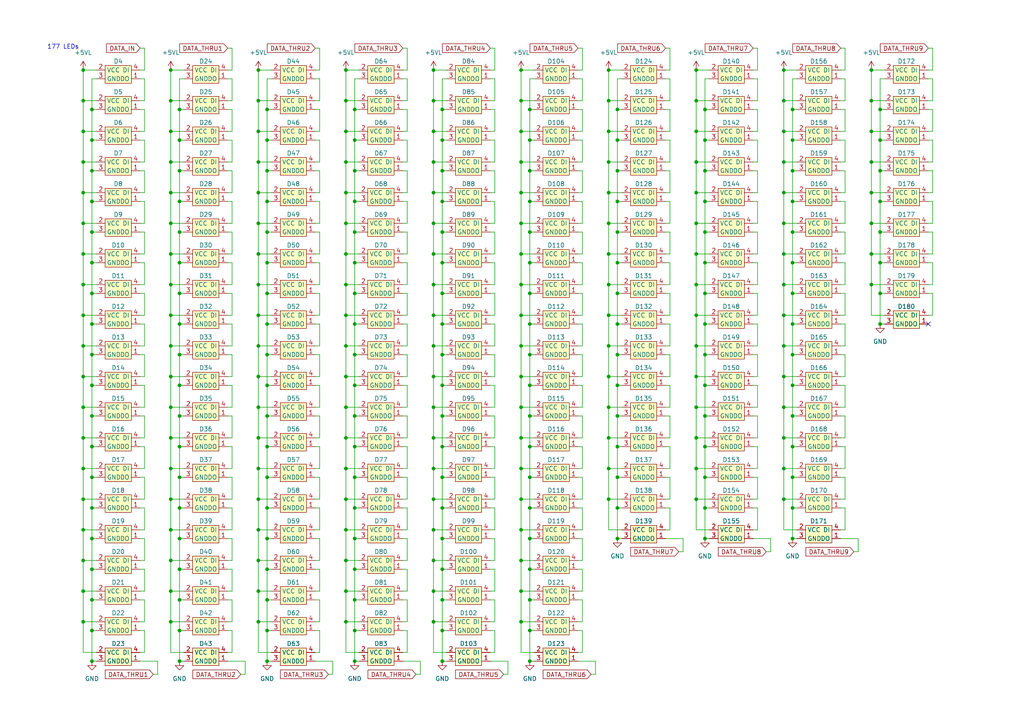
<source format=kicad_sch>
(kicad_sch (version 20231120) (generator "eeschema") (generator_version "8.0")
  (paper "A4")
  (title_block (title "Small Pendant") (rev "A") (company "MJHaahr") (comment 1 "Matthew Haahr"))
  (junction (at 102.87 147.32))
  (junction (at 100.33 144.78))
  (junction (at 49.53 100.33))
  (junction (at 153.67 85.09))
  (junction (at 24.13 180.34))
  (junction (at 77.47 191.77))
  (junction (at 26.67 147.32))
  (junction (at 125.73 29.21))
  (junction (at 74.93 38.1))
  (junction (at 252.73 20.32))
  (junction (at 204.47 76.2))
  (junction (at 102.87 58.42))
  (junction (at 24.13 162.56))
  (junction (at 176.53 64.77))
  (junction (at 151.13 91.44))
  (junction (at 252.73 64.77))
  (junction (at 49.53 20.32))
  (junction (at 52.07 191.77))
  (junction (at 128.27 182.88))
  (junction (at 229.87 111.76))
  (junction (at 201.93 91.44))
  (junction (at 128.27 67.31))
  (junction (at 153.67 93.98))
  (junction (at 204.47 49.53))
  (junction (at 179.07 58.42))
  (junction (at 24.13 127))
  (junction (at 151.13 162.56))
  (junction (at 153.67 40.64))
  (junction (at 102.87 102.87))
  (junction (at 77.47 129.54))
  (junction (at 125.73 118.11))
  (junction (at 201.93 73.66))
  (junction (at 74.93 82.55))
  (junction (at 49.53 38.1))
  (junction (at 128.27 58.42))
  (junction (at 153.67 129.54))
  (junction (at 77.47 138.43))
  (junction (at 179.07 49.53))
  (junction (at 227.33 127))
  (junction (at 26.67 182.88))
  (junction (at 252.73 38.1))
  (junction (at 128.27 165.1))
  (junction (at 125.73 100.33))
  (junction (at 77.47 40.64))
  (junction (at 49.53 64.77))
  (junction (at 128.27 129.54))
  (junction (at 49.53 46.99))
  (junction (at 100.33 91.44))
  (junction (at 176.53 38.1))
  (junction (at 204.47 147.32))
  (junction (at 128.27 76.2))
  (junction (at 201.93 82.55))
  (junction (at 24.13 55.88))
  (junction (at 128.27 156.21))
  (junction (at 201.93 127))
  (junction (at 227.33 20.32))
  (junction (at 125.73 127))
  (junction (at 24.13 46.99))
  (junction (at 24.13 144.78))
  (junction (at 102.87 76.2))
  (junction (at 201.93 55.88))
  (junction (at 255.27 76.2))
  (junction (at 227.33 144.78))
  (junction (at 153.67 67.31))
  (junction (at 128.27 49.53))
  (junction (at 102.87 138.43))
  (junction (at 204.47 31.75))
  (junction (at 204.47 93.98))
  (junction (at 255.27 40.64))
  (junction (at 179.07 93.98))
  (junction (at 229.87 120.65))
  (junction (at 255.27 31.75))
  (junction (at 176.53 100.33))
  (junction (at 52.07 49.53))
  (junction (at 153.67 173.99))
  (junction (at 151.13 73.66))
  (junction (at 151.13 64.77))
  (junction (at 128.27 40.64))
  (junction (at 179.07 111.76))
  (junction (at 229.87 49.53))
  (junction (at 77.47 85.09))
  (junction (at 125.73 55.88))
  (junction (at 176.53 73.66))
  (junction (at 26.67 129.54))
  (junction (at 52.07 31.75))
  (junction (at 125.73 20.32))
  (junction (at 77.47 182.88))
  (junction (at 128.27 147.32))
  (junction (at 49.53 180.34))
  (junction (at 128.27 191.77))
  (junction (at 100.33 171.45))
  (junction (at 201.93 100.33))
  (junction (at 151.13 100.33))
  (junction (at 204.47 40.64))
  (junction (at 52.07 147.32))
  (junction (at 153.67 165.1))
  (junction (at 52.07 173.99))
  (junction (at 125.73 73.66))
  (junction (at 204.47 102.87))
  (junction (at 102.87 165.1))
  (junction (at 229.87 31.75))
  (junction (at 24.13 153.67))
  (junction (at 49.53 29.21))
  (junction (at 125.73 153.67))
  (junction (at 74.93 46.99))
  (junction (at 74.93 127))
  (junction (at 74.93 162.56))
  (junction (at 49.53 144.78))
  (junction (at 102.87 85.09))
  (junction (at 100.33 180.34))
  (junction (at 204.47 67.31))
  (junction (at 176.53 20.32))
  (junction (at 227.33 109.22))
  (junction (at 229.87 147.32))
  (junction (at 204.47 111.76))
  (junction (at 52.07 76.2))
  (junction (at 204.47 58.42))
  (junction (at 255.27 58.42))
  (junction (at 100.33 127))
  (junction (at 24.13 171.45))
  (junction (at 102.87 182.88))
  (junction (at 151.13 127))
  (junction (at 24.13 38.1))
  (junction (at 102.87 120.65))
  (junction (at 176.53 82.55))
  (junction (at 77.47 49.53))
  (junction (at 74.93 20.32))
  (junction (at 77.47 102.87))
  (junction (at 102.87 129.54))
  (junction (at 102.87 111.76))
  (junction (at 255.27 85.09))
  (junction (at 24.13 100.33))
  (junction (at 74.93 153.67))
  (junction (at 153.67 58.42))
  (junction (at 52.07 93.98))
  (junction (at 74.93 180.34))
  (junction (at 151.13 144.78))
  (junction (at 102.87 173.99))
  (junction (at 204.47 120.65))
  (junction (at 176.53 55.88))
  (junction (at 229.87 40.64))
  (junction (at 49.53 162.56))
  (junction (at 24.13 64.77))
  (junction (at 24.13 73.66))
  (junction (at 102.87 156.21))
  (junction (at 227.33 38.1))
  (junction (at 77.47 31.75))
  (junction (at 100.33 64.77))
  (junction (at 26.67 49.53))
  (junction (at 227.33 100.33))
  (junction (at 77.47 173.99))
  (junction (at 52.07 156.21))
  (junction (at 153.67 102.87))
  (junction (at 49.53 55.88))
  (junction (at 179.07 120.65))
  (junction (at 128.27 120.65))
  (junction (at 100.33 20.32))
  (junction (at 227.33 118.11))
  (junction (at 102.87 67.31))
  (junction (at 151.13 180.34))
  (junction (at 201.93 135.89))
  (junction (at 179.07 102.87))
  (junction (at 52.07 120.65))
  (junction (at 102.87 40.64))
  (junction (at 151.13 46.99))
  (junction (at 77.47 93.98))
  (junction (at 151.13 29.21))
  (junction (at 227.33 82.55))
  (junction (at 102.87 31.75))
  (junction (at 153.67 147.32))
  (junction (at 26.67 120.65))
  (junction (at 229.87 58.42))
  (junction (at 125.73 144.78))
  (junction (at 153.67 120.65))
  (junction (at 74.93 73.66))
  (junction (at 52.07 138.43))
  (junction (at 151.13 118.11))
  (junction (at 176.53 144.78))
  (junction (at 125.73 91.44))
  (junction (at 100.33 100.33))
  (junction (at 102.87 93.98))
  (junction (at 176.53 127))
  (junction (at 74.93 171.45))
  (junction (at 52.07 111.76))
  (junction (at 201.93 29.21))
  (junction (at 204.47 129.54))
  (junction (at 153.67 31.75))
  (junction (at 52.07 58.42))
  (junction (at 100.33 162.56))
  (junction (at 179.07 138.43))
  (junction (at 151.13 135.89))
  (junction (at 201.93 144.78))
  (junction (at 201.93 109.22))
  (junction (at 201.93 64.77))
  (junction (at 229.87 76.2))
  (junction (at 100.33 55.88))
  (junction (at 201.93 46.99))
  (junction (at 49.53 171.45))
  (junction (at 229.87 102.87))
  (junction (at 26.67 76.2))
  (junction (at 151.13 38.1))
  (junction (at 125.73 171.45))
  (junction (at 227.33 91.44))
  (junction (at 52.07 67.31))
  (junction (at 128.27 138.43))
  (junction (at 125.73 162.56))
  (junction (at 52.07 40.64))
  (junction (at 204.47 138.43))
  (junction (at 77.47 165.1))
  (junction (at 24.13 118.11))
  (junction (at 128.27 31.75))
  (junction (at 102.87 49.53))
  (junction (at 24.13 82.55))
  (junction (at 229.87 129.54))
  (junction (at 74.93 118.11))
  (junction (at 125.73 64.77))
  (junction (at 176.53 118.11))
  (junction (at 151.13 82.55))
  (junction (at 227.33 64.77))
  (junction (at 26.67 156.21))
  (junction (at 229.87 93.98))
  (junction (at 26.67 85.09))
  (junction (at 52.07 85.09))
  (junction (at 255.27 67.31))
  (junction (at 227.33 55.88))
  (junction (at 125.73 46.99))
  (junction (at 252.73 73.66))
  (junction (at 52.07 182.88))
  (junction (at 77.47 76.2))
  (junction (at 125.73 38.1))
  (junction (at 179.07 85.09))
  (junction (at 128.27 102.87))
  (junction (at 204.47 85.09))
  (junction (at 252.73 29.21))
  (junction (at 252.73 46.99))
  (junction (at 49.53 118.11))
  (junction (at 153.67 191.77))
  (junction (at 229.87 85.09))
  (junction (at 128.27 173.99))
  (junction (at 100.33 135.89))
  (junction (at 179.07 76.2))
  (junction (at 49.53 82.55))
  (junction (at 24.13 91.44))
  (junction (at 26.67 67.31))
  (junction (at 24.13 29.21))
  (junction (at 229.87 67.31))
  (junction (at 201.93 38.1))
  (junction (at 255.27 49.53))
  (junction (at 179.07 129.54))
  (junction (at 26.67 138.43))
  (junction (at 74.93 64.77))
  (junction (at 201.93 118.11))
  (junction (at 77.47 67.31))
  (junction (at 153.67 76.2))
  (junction (at 77.47 111.76))
  (junction (at 26.67 93.98))
  (junction (at 252.73 55.88))
  (junction (at 49.53 135.89))
  (junction (at 24.13 109.22))
  (junction (at 227.33 46.99))
  (junction (at 74.93 144.78))
  (junction (at 49.53 91.44))
  (junction (at 229.87 138.43))
  (junction (at 128.27 111.76))
  (junction (at 176.53 91.44))
  (junction (at 26.67 191.77))
  (junction (at 151.13 109.22))
  (junction (at 153.67 111.76))
  (junction (at 77.47 120.65))
  (junction (at 179.07 40.64))
  (junction (at 176.53 29.21))
  (junction (at 125.73 82.55))
  (junction (at 125.73 180.34))
  (junction (at 153.67 156.21))
  (junction (at 100.33 46.99))
  (junction (at 49.53 127))
  (junction (at 100.33 153.67))
  (junction (at 153.67 182.88))
  (junction (at 100.33 73.66))
  (junction (at 74.93 91.44))
  (junction (at 153.67 138.43))
  (junction (at 128.27 93.98))
  (junction (at 229.87 156.21))
  (junction (at 100.33 118.11))
  (junction (at 49.53 109.22))
  (junction (at 26.67 111.76))
  (junction (at 52.07 129.54))
  (junction (at 26.67 165.1))
  (junction (at 74.93 109.22))
  (junction (at 252.73 82.55))
  (junction (at 100.33 109.22))
  (junction (at 26.67 102.87))
  (junction (at 176.53 46.99))
  (junction (at 151.13 153.67))
  (junction (at 227.33 29.21))
  (junction (at 204.47 156.21))
  (junction (at 227.33 73.66))
  (junction (at 201.93 20.32))
  (junction (at 125.73 109.22))
  (junction (at 153.67 49.53))
  (junction (at 26.67 173.99))
  (junction (at 100.33 38.1))
  (junction (at 255.27 93.98))
  (junction (at 77.47 156.21))
  (junction (at 74.93 29.21))
  (junction (at 24.13 135.89))
  (junction (at 26.67 40.64))
  (junction (at 77.47 147.32))
  (junction (at 100.33 29.21))
  (junction (at 49.53 73.66))
  (junction (at 151.13 20.32))
  (junction (at 128.27 85.09))
  (junction (at 74.93 135.89))
  (junction (at 49.53 153.67))
  (junction (at 77.47 58.42))
  (junction (at 179.07 67.31))
  (junction (at 26.67 58.42))
  (junction (at 179.07 31.75))
  (junction (at 52.07 165.1))
  (junction (at 24.13 20.32))
  (junction (at 151.13 171.45))
  (junction (at 26.67 31.75))
  (junction (at 176.53 135.89))
  (junction (at 179.07 156.21))
  (junction (at 179.07 147.32))
  (junction (at 227.33 135.89))
  (junction (at 52.07 102.87))
  (junction (at 74.93 55.88))
  (junction (at 151.13 55.88))
  (junction (at 176.53 109.22))
  (junction (at 125.73 135.89))
  (junction (at 102.87 191.77))
  (junction (at 100.33 82.55))
  (junction (at 74.93 100.33))
  (no_connect (at 269.24 93.98))
  (wire (pts (xy 252.73 55.88) (xy 256.54 55.88)))
  (wire (pts (xy 270.51 31.75) (xy 270.51 38.1)))
  (wire (pts (xy 201.93 144.78) (xy 205.74 144.78)))
  (wire (pts (xy 100.33 38.1) (xy 100.33 29.21)))
  (wire (pts (xy 193.04 91.44) (xy 194.31 91.44)))
  (wire (pts (xy 26.67 129.54) (xy 27.94 129.54)))
  (wire (pts (xy 24.13 82.55) (xy 27.94 82.55)))
  (wire (pts (xy 151.13 38.1) (xy 151.13 29.21)))
  (wire (pts (xy 243.84 31.75) (xy 245.11 31.75)))
  (wire (pts (xy 26.67 31.75) (xy 26.67 40.64)))
  (wire (pts (xy 116.84 46.99) (xy 118.11 46.99)))
  (wire (pts (xy 167.64 58.42) (xy 168.91 58.42)))
  (wire (pts (xy 125.73 109.22) (xy 125.73 100.33)))
  (wire (pts (xy 245.11 147.32) (xy 245.11 153.67)))
  (wire (pts (xy 193.04 46.99) (xy 194.31 46.99)))
  (wire (pts (xy 116.84 85.09) (xy 118.11 85.09)))
  (wire (pts (xy 153.67 120.65) (xy 154.94 120.65)))
  (wire (pts (xy 53.34 22.86) (xy 52.07 22.86)))
  (wire (pts (xy 205.74 40.64) (xy 204.47 40.64)))
  (wire (pts (xy 180.34 58.42) (xy 179.07 58.42)))
  (wire (pts (xy 153.67 40.64) (xy 153.67 49.53)))
  (wire (pts (xy 24.13 29.21) (xy 27.94 29.21)))
  (wire (pts (xy 142.24 120.65) (xy 143.51 120.65)))
  (wire (pts (xy 71.12 191.77) (xy 71.12 195.58)))
  (wire (pts (xy 151.13 171.45) (xy 154.94 171.45)))
  (wire (pts (xy 176.53 91.44) (xy 180.34 91.44)))
  (wire (pts (xy 125.73 73.66) (xy 129.54 73.66)))
  (wire (pts (xy 168.91 49.53) (xy 168.91 55.88)))
  (wire (pts (xy 66.04 180.34) (xy 67.31 180.34)))
  (wire (pts (xy 218.44 129.54) (xy 219.71 129.54)))
  (wire (pts (xy 223.52 160.02) (xy 222.25 160.02)))
  (wire (pts (xy 219.71 85.09) (xy 219.71 91.44)))
  (wire (pts (xy 194.31 58.42) (xy 194.31 64.77)))
  (wire (pts (xy 231.14 76.2) (xy 229.87 76.2)))
  (wire (pts (xy 245.11 67.31) (xy 245.11 73.66)))
  (wire (pts (xy 91.44 40.64) (xy 92.71 40.64)))
  (wire (pts (xy 67.31 58.42) (xy 67.31 64.77)))
  (wire (pts (xy 40.64 76.2) (xy 41.91 76.2)))
  (wire (pts (xy 74.93 46.99) (xy 74.93 38.1)))
  (wire (pts (xy 167.64 180.34) (xy 168.91 180.34)))
  (wire (pts (xy 52.07 49.53) (xy 52.07 58.42)))
  (wire (pts (xy 91.44 153.67) (xy 92.71 153.67)))
  (wire (pts (xy 218.44 82.55) (xy 219.71 82.55)))
  (wire (pts (xy 229.87 85.09) (xy 229.87 93.98)))
  (wire (pts (xy 218.44 22.86) (xy 219.71 22.86)))
  (wire (pts (xy 52.07 120.65) (xy 52.07 129.54)))
  (wire (pts (xy 49.53 73.66) (xy 49.53 64.77)))
  (wire (pts (xy 24.13 55.88) (xy 27.94 55.88)))
  (wire (pts (xy 40.64 93.98) (xy 41.91 93.98)))
  (wire (pts (xy 252.73 29.21) (xy 256.54 29.21)))
  (wire (pts (xy 193.04 147.32) (xy 194.31 147.32)))
  (wire (pts (xy 66.04 55.88) (xy 67.31 55.88)))
  (wire (pts (xy 143.51 182.88) (xy 143.51 189.23)))
  (wire (pts (xy 49.53 64.77) (xy 49.53 55.88)))
  (wire (pts (xy 167.64 147.32) (xy 168.91 147.32)))
  (wire (pts (xy 179.07 120.65) (xy 180.34 120.65)))
  (wire (pts (xy 227.33 46.99) (xy 231.14 46.99)))
  (wire (pts (xy 74.93 118.11) (xy 74.93 109.22)))
  (wire (pts (xy 153.67 76.2) (xy 153.67 85.09)))
  (wire (pts (xy 125.73 118.11) (xy 125.73 109.22)))
  (wire (pts (xy 40.64 22.86) (xy 41.91 22.86)))
  (wire (pts (xy 167.64 102.87) (xy 168.91 102.87)))
  (wire (pts (xy 67.31 147.32) (xy 67.31 153.67)))
  (wire (pts (xy 151.13 135.89) (xy 154.94 135.89)))
  (wire (pts (xy 92.71 22.86) (xy 92.71 29.21)))
  (wire (pts (xy 227.33 38.1) (xy 231.14 38.1)))
  (wire (pts (xy 74.93 46.99) (xy 78.74 46.99)))
  (wire (pts (xy 116.84 162.56) (xy 118.11 162.56)))
  (wire (pts (xy 194.31 138.43) (xy 194.31 144.78)))
  (wire (pts (xy 67.31 111.76) (xy 67.31 118.11)))
  (wire (pts (xy 91.44 76.2) (xy 92.71 76.2)))
  (wire (pts (xy 104.14 40.64) (xy 102.87 40.64)))
  (wire (pts (xy 24.13 109.22) (xy 27.94 109.22)))
  (wire (pts (xy 41.91 40.64) (xy 41.91 46.99)))
  (wire (pts (xy 49.53 189.23) (xy 53.34 189.23)))
  (wire (pts (xy 270.51 40.64) (xy 270.51 46.99)))
  (wire (pts (xy 243.84 64.77) (xy 245.11 64.77)))
  (wire (pts (xy 167.64 46.99) (xy 168.91 46.99)))
  (wire (pts (xy 66.04 46.99) (xy 67.31 46.99)))
  (wire (pts (xy 227.33 100.33) (xy 227.33 91.44)))
  (wire (pts (xy 52.07 67.31) (xy 53.34 67.31)))
  (wire (pts (xy 24.13 127) (xy 24.13 118.11)))
  (wire (pts (xy 125.73 100.33) (xy 129.54 100.33)))
  (wire (pts (xy 193.04 109.22) (xy 194.31 109.22)))
  (wire (pts (xy 91.44 73.66) (xy 92.71 73.66)))
  (wire (pts (xy 52.07 85.09) (xy 53.34 85.09)))
  (wire (pts (xy 74.93 153.67) (xy 74.93 144.78)))
  (wire (pts (xy 142.24 109.22) (xy 143.51 109.22)))
  (wire (pts (xy 67.31 85.09) (xy 67.31 91.44)))
  (wire (pts (xy 40.64 162.56) (xy 41.91 162.56)))
  (wire (pts (xy 201.93 82.55) (xy 205.74 82.55)))
  (wire (pts (xy 52.07 40.64) (xy 52.07 49.53)))
  (wire (pts (xy 176.53 135.89) (xy 176.53 127)))
  (wire (pts (xy 41.91 49.53) (xy 41.91 55.88)))
  (wire (pts (xy 151.13 180.34) (xy 154.94 180.34)))
  (wire (pts (xy 102.87 85.09) (xy 104.14 85.09)))
  (wire (pts (xy 269.24 29.21) (xy 270.51 29.21)))
  (wire (pts (xy 27.94 93.98) (xy 26.67 93.98)))
  (wire (pts (xy 248.92 156.21) (xy 248.92 160.02)))
  (wire (pts (xy 52.07 102.87) (xy 53.34 102.87)))
  (wire (pts (xy 143.51 93.98) (xy 143.51 100.33)))
  (wire (pts (xy 125.73 29.21) (xy 129.54 29.21)))
  (wire (pts (xy 256.54 58.42) (xy 255.27 58.42)))
  (wire (pts (xy 49.53 73.66) (xy 53.34 73.66)))
  (wire (pts (xy 153.67 102.87) (xy 154.94 102.87)))
  (wire (pts (xy 176.53 100.33) (xy 176.53 91.44)))
  (wire (pts (xy 92.71 156.21) (xy 92.71 162.56)))
  (wire (pts (xy 40.64 180.34) (xy 41.91 180.34)))
  (wire (pts (xy 151.13 162.56) (xy 151.13 153.67)))
  (wire (pts (xy 151.13 64.77) (xy 151.13 55.88)))
  (wire (pts (xy 167.64 111.76) (xy 168.91 111.76)))
  (wire (pts (xy 218.44 118.11) (xy 219.71 118.11)))
  (wire (pts (xy 252.73 29.21) (xy 252.73 20.32)))
  (wire (pts (xy 176.53 55.88) (xy 180.34 55.88)))
  (wire (pts (xy 168.91 129.54) (xy 168.91 135.89)))
  (wire (pts (xy 41.91 76.2) (xy 41.91 82.55)))
  (wire (pts (xy 52.07 173.99) (xy 53.34 173.99)))
  (wire (pts (xy 193.04 120.65) (xy 194.31 120.65)))
  (wire (pts (xy 255.27 85.09) (xy 255.27 93.98)))
  (wire (pts (xy 218.44 46.99) (xy 219.71 46.99)))
  (wire (pts (xy 67.31 22.86) (xy 67.31 29.21)))
  (wire (pts (xy 227.33 73.66) (xy 227.33 64.77)))
  (wire (pts (xy 91.44 144.78) (xy 92.71 144.78)))
  (wire (pts (xy 193.04 144.78) (xy 194.31 144.78)))
  (wire (pts (xy 151.13 91.44) (xy 154.94 91.44)))
  (wire (pts (xy 116.84 102.87) (xy 118.11 102.87)))
  (wire (pts (xy 66.04 13.97) (xy 67.31 13.97)))
  (wire (pts (xy 219.71 93.98) (xy 219.71 100.33)))
  (wire (pts (xy 204.47 102.87) (xy 205.74 102.87)))
  (wire (pts (xy 49.53 29.21) (xy 49.53 20.32)))
  (wire (pts (xy 74.93 82.55) (xy 74.93 73.66)))
  (wire (pts (xy 193.04 156.21) (xy 198.12 156.21)))
  (wire (pts (xy 229.87 129.54) (xy 231.14 129.54)))
  (wire (pts (xy 167.64 182.88) (xy 168.91 182.88)))
  (wire (pts (xy 168.91 58.42) (xy 168.91 64.77)))
  (wire (pts (xy 198.12 160.02) (xy 196.85 160.02)))
  (wire (pts (xy 74.93 127) (xy 78.74 127)))
  (wire (pts (xy 91.44 127) (xy 92.71 127)))
  (wire (pts (xy 201.93 46.99) (xy 201.93 38.1)))
  (wire (pts (xy 204.47 147.32) (xy 204.47 156.21)))
  (wire (pts (xy 193.04 64.77) (xy 194.31 64.77)))
  (wire (pts (xy 67.31 20.32) (xy 66.04 20.32)))
  (wire (pts (xy 128.27 40.64) (xy 128.27 49.53)))
  (wire (pts (xy 91.44 156.21) (xy 92.71 156.21)))
  (wire (pts (xy 40.64 109.22) (xy 41.91 109.22)))
  (wire (pts (xy 219.71 49.53) (xy 219.71 55.88)))
  (wire (pts (xy 102.87 147.32) (xy 102.87 156.21)))
  (wire (pts (xy 227.33 82.55) (xy 231.14 82.55)))
  (wire (pts (xy 102.87 102.87) (xy 102.87 111.76)))
  (wire (pts (xy 116.84 147.32) (xy 118.11 147.32)))
  (wire (pts (xy 204.47 102.87) (xy 204.47 111.76)))
  (wire (pts (xy 153.67 67.31) (xy 153.67 76.2)))
  (wire (pts (xy 24.13 20.32) (xy 27.94 20.32)))
  (wire (pts (xy 41.91 22.86) (xy 41.91 29.21)))
  (wire (pts (xy 143.51 138.43) (xy 143.51 144.78)))
  (wire (pts (xy 201.93 91.44) (xy 201.93 82.55)))
  (wire (pts (xy 201.93 91.44) (xy 205.74 91.44)))
  (wire (pts (xy 201.93 38.1) (xy 205.74 38.1)))
  (wire (pts (xy 24.13 100.33) (xy 24.13 91.44)))
  (wire (pts (xy 77.47 31.75) (xy 78.74 31.75)))
  (wire (pts (xy 74.93 82.55) (xy 78.74 82.55)))
  (wire (pts (xy 243.84 40.64) (xy 245.11 40.64)))
  (wire (pts (xy 179.07 76.2) (xy 179.07 85.09)))
  (wire (pts (xy 116.84 144.78) (xy 118.11 144.78)))
  (wire (pts (xy 270.51 20.32) (xy 269.24 20.32)))
  (wire (pts (xy 77.47 120.65) (xy 77.47 129.54)))
  (wire (pts (xy 26.67 156.21) (xy 26.67 165.1)))
  (wire (pts (xy 66.04 171.45) (xy 67.31 171.45)))
  (wire (pts (xy 245.11 40.64) (xy 245.11 46.99)))
  (wire (pts (xy 116.84 55.88) (xy 118.11 55.88)))
  (wire (pts (xy 26.67 40.64) (xy 26.67 49.53)))
  (wire (pts (xy 176.53 29.21) (xy 180.34 29.21)))
  (wire (pts (xy 125.73 55.88) (xy 125.73 46.99)))
  (wire (pts (xy 100.33 91.44) (xy 104.14 91.44)))
  (wire (pts (xy 151.13 29.21) (xy 151.13 20.32)))
  (wire (pts (xy 118.11 76.2) (xy 118.11 82.55)))
  (wire (pts (xy 91.44 64.77) (xy 92.71 64.77)))
  (wire (pts (xy 128.27 120.65) (xy 129.54 120.65)))
  (wire (pts (xy 243.84 82.55) (xy 245.11 82.55)))
  (wire (pts (xy 102.87 22.86) (xy 102.87 31.75)))
  (wire (pts (xy 153.67 85.09) (xy 154.94 85.09)))
  (wire (pts (xy 66.04 147.32) (xy 67.31 147.32)))
  (wire (pts (xy 67.31 49.53) (xy 67.31 55.88)))
  (wire (pts (xy 252.73 64.77) (xy 256.54 64.77)))
  (wire (pts (xy 204.47 138.43) (xy 205.74 138.43)))
  (wire (pts (xy 77.47 67.31) (xy 78.74 67.31)))
  (wire (pts (xy 66.04 93.98) (xy 67.31 93.98)))
  (wire (pts (xy 128.27 191.77) (xy 129.54 191.77)))
  (wire (pts (xy 66.04 22.86) (xy 67.31 22.86)))
  (wire (pts (xy 179.07 85.09) (xy 179.07 93.98)))
  (wire (pts (xy 142.24 85.09) (xy 143.51 85.09)))
  (wire (pts (xy 74.93 144.78) (xy 74.93 135.89)))
  (wire (pts (xy 74.93 135.89) (xy 74.93 127)))
  (wire (pts (xy 193.04 73.66) (xy 194.31 73.66)))
  (wire (pts (xy 252.73 91.44) (xy 252.73 82.55)))
  (wire (pts (xy 218.44 138.43) (xy 219.71 138.43)))
  (wire (pts (xy 74.93 135.89) (xy 78.74 135.89)))
  (wire (pts (xy 143.51 13.97) (xy 143.51 20.32)))
  (wire (pts (xy 24.13 82.55) (xy 24.13 73.66)))
  (wire (pts (xy 49.53 55.88) (xy 53.34 55.88)))
  (wire (pts (xy 41.91 147.32) (xy 41.91 153.67)))
  (wire (pts (xy 142.24 153.67) (xy 143.51 153.67)))
  (wire (pts (xy 78.74 147.32) (xy 77.47 147.32)))
  (wire (pts (xy 153.67 85.09) (xy 153.67 93.98)))
  (wire (pts (xy 49.53 118.11) (xy 49.53 109.22)))
  (wire (pts (xy 74.93 73.66) (xy 74.93 64.77)))
  (wire (pts (xy 229.87 129.54) (xy 229.87 138.43)))
  (wire (pts (xy 143.51 173.99) (xy 143.51 180.34)))
  (wire (pts (xy 227.33 82.55) (xy 227.33 73.66)))
  (wire (pts (xy 180.34 76.2) (xy 179.07 76.2)))
  (wire (pts (xy 142.24 49.53) (xy 143.51 49.53)))
  (wire (pts (xy 153.67 58.42) (xy 153.67 67.31)))
  (wire (pts (xy 24.13 64.77) (xy 27.94 64.77)))
  (wire (pts (xy 180.34 22.86) (xy 179.07 22.86)))
  (wire (pts (xy 151.13 64.77) (xy 154.94 64.77)))
  (wire (pts (xy 167.64 171.45) (xy 168.91 171.45)))
  (wire (pts (xy 201.93 127) (xy 201.93 118.11)))
  (wire (pts (xy 154.94 40.64) (xy 153.67 40.64)))
  (wire (pts (xy 24.13 38.1) (xy 24.13 29.21)))
  (wire (pts (xy 201.93 64.77) (xy 205.74 64.77)))
  (wire (pts (xy 243.84 91.44) (xy 245.11 91.44)))
  (wire (pts (xy 128.27 182.88) (xy 129.54 182.88)))
  (wire (pts (xy 77.47 120.65) (xy 78.74 120.65)))
  (wire (pts (xy 243.84 22.86) (xy 245.11 22.86)))
  (wire (pts (xy 179.07 111.76) (xy 179.07 120.65)))
  (wire (pts (xy 142.24 102.87) (xy 143.51 102.87)))
  (wire (pts (xy 40.64 82.55) (xy 41.91 82.55)))
  (wire (pts (xy 24.13 144.78) (xy 27.94 144.78)))
  (wire (pts (xy 193.04 22.86) (xy 194.31 22.86)))
  (wire (pts (xy 52.07 129.54) (xy 53.34 129.54)))
  (wire (pts (xy 116.84 171.45) (xy 118.11 171.45)))
  (wire (pts (xy 204.47 49.53) (xy 205.74 49.53)))
  (wire (pts (xy 255.27 58.42) (xy 255.27 67.31)))
  (wire (pts (xy 125.73 73.66) (xy 125.73 64.77)))
  (wire (pts (xy 201.93 100.33) (xy 201.93 91.44)))
  (wire (pts (xy 49.53 55.88) (xy 49.53 46.99)))
  (wire (pts (xy 243.84 111.76) (xy 245.11 111.76)))
  (wire (pts (xy 26.67 111.76) (xy 27.94 111.76)))
  (wire (pts (xy 243.84 127) (xy 245.11 127)))
  (wire (pts (xy 125.73 29.21) (xy 125.73 20.32)))
  (wire (pts (xy 218.44 111.76) (xy 219.71 111.76)))
  (wire (pts (xy 128.27 156.21) (xy 129.54 156.21)))
  (wire (pts (xy 204.47 58.42) (xy 204.47 67.31)))
  (wire (pts (xy 142.24 38.1) (xy 143.51 38.1)))
  (wire (pts (xy 77.47 85.09) (xy 77.47 93.98)))
  (wire (pts (xy 218.44 102.87) (xy 219.71 102.87)))
  (wire (pts (xy 167.64 120.65) (xy 168.91 120.65)))
  (wire (pts (xy 40.64 120.65) (xy 41.91 120.65)))
  (wire (pts (xy 193.04 58.42) (xy 194.31 58.42)))
  (wire (pts (xy 218.44 100.33) (xy 219.71 100.33)))
  (wire (pts (xy 193.04 111.76) (xy 194.31 111.76)))
  (wire (pts (xy 168.91 182.88) (xy 168.91 189.23)))
  (wire (pts (xy 118.11 85.09) (xy 118.11 91.44)))
  (wire (pts (xy 104.14 58.42) (xy 102.87 58.42)))
  (wire (pts (xy 66.04 64.77) (xy 67.31 64.77)))
  (wire (pts (xy 52.07 156.21) (xy 52.07 165.1)))
  (wire (pts (xy 102.87 156.21) (xy 102.87 165.1)))
  (wire (pts (xy 49.53 171.45) (xy 49.53 162.56)))
  (wire (pts (xy 205.74 76.2) (xy 204.47 76.2)))
  (wire (pts (xy 142.24 144.78) (xy 143.51 144.78)))
  (wire (pts (xy 96.52 191.77) (xy 96.52 195.58)))
  (wire (pts (xy 40.64 40.64) (xy 41.91 40.64)))
  (wire (pts (xy 74.93 64.77) (xy 78.74 64.77)))
  (wire (pts (xy 102.87 173.99) (xy 104.14 173.99)))
  (wire (pts (xy 227.33 127) (xy 227.33 118.11)))
  (wire (pts (xy 78.74 22.86) (xy 77.47 22.86)))
  (wire (pts (xy 243.84 147.32) (xy 245.11 147.32)))
  (wire (pts (xy 179.07 67.31) (xy 180.34 67.31)))
  (wire (pts (xy 67.31 67.31) (xy 67.31 73.66)))
  (wire (pts (xy 194.31 111.76) (xy 194.31 118.11)))
  (wire (pts (xy 153.67 102.87) (xy 153.67 111.76)))
  (wire (pts (xy 194.31 120.65) (xy 194.31 127)))
  (wire (pts (xy 142.24 180.34) (xy 143.51 180.34)))
  (wire (pts (xy 143.51 165.1) (xy 143.51 171.45)))
  (wire (pts (xy 245.11 85.09) (xy 245.11 91.44)))
  (wire (pts (xy 176.53 64.77) (xy 180.34 64.77)))
  (wire (pts (xy 118.11 138.43) (xy 118.11 144.78)))
  (wire (pts (xy 176.53 73.66) (xy 180.34 73.66)))
  (wire (pts (xy 179.07 40.64) (xy 179.07 49.53)))
  (wire (pts (xy 74.93 64.77) (xy 74.93 55.88)))
  (wire (pts (xy 143.51 156.21) (xy 143.51 162.56)))
  (wire (pts (xy 201.93 73.66) (xy 201.93 64.77)))
  (wire (pts (xy 227.33 144.78) (xy 231.14 144.78)))
  (wire (pts (xy 125.73 46.99) (xy 125.73 38.1)))
  (wire (pts (xy 153.67 191.77) (xy 154.94 191.77)))
  (wire (pts (xy 77.47 147.32) (xy 77.47 156.21)))
  (wire (pts (xy 74.93 91.44) (xy 78.74 91.44)))
  (wire (pts (xy 67.31 173.99) (xy 67.31 180.34)))
  (wire (pts (xy 104.14 76.2) (xy 102.87 76.2)))
  (wire (pts (xy 201.93 144.78) (xy 201.93 135.89)))
  (wire (pts (xy 66.04 109.22) (xy 67.31 109.22)))
  (wire (pts (xy 49.53 91.44) (xy 53.34 91.44)))
  (wire (pts (xy 128.27 22.86) (xy 128.27 31.75)))
  (wire (pts (xy 151.13 144.78) (xy 151.13 135.89)))
  (wire (pts (xy 118.11 173.99) (xy 118.11 180.34)))
  (wire (pts (xy 151.13 144.78) (xy 154.94 144.78)))
  (wire (pts (xy 40.64 153.67) (xy 41.91 153.67)))
  (wire (pts (xy 24.13 46.99) (xy 24.13 38.1)))
  (wire (pts (xy 40.64 85.09) (xy 41.91 85.09)))
  (wire (pts (xy 24.13 127) (xy 27.94 127)))
  (wire (pts (xy 100.33 73.66) (xy 104.14 73.66)))
  (wire (pts (xy 243.84 144.78) (xy 245.11 144.78)))
  (wire (pts (xy 77.47 49.53) (xy 77.47 58.42)))
  (wire (pts (xy 118.11 129.54) (xy 118.11 135.89)))
  (wire (pts (xy 205.74 58.42) (xy 204.47 58.42)))
  (wire (pts (xy 102.87 58.42) (xy 102.87 67.31)))
  (wire (pts (xy 26.67 191.77) (xy 27.94 191.77)))
  (wire (pts (xy 100.33 82.55) (xy 100.33 73.66)))
  (wire (pts (xy 77.47 138.43) (xy 77.47 147.32)))
  (wire (pts (xy 66.04 49.53) (xy 67.31 49.53)))
  (wire (pts (xy 40.64 58.42) (xy 41.91 58.42)))
  (wire (pts (xy 91.44 173.99) (xy 92.71 173.99)))
  (wire (pts (xy 218.44 127) (xy 219.71 127)))
  (wire (pts (xy 201.93 64.77) (xy 201.93 55.88)))
  (wire (pts (xy 24.13 73.66) (xy 27.94 73.66)))
  (wire (pts (xy 91.44 191.77) (xy 96.52 191.77)))
  (wire (pts (xy 77.47 129.54) (xy 77.47 138.43)))
  (wire (pts (xy 193.04 153.67) (xy 194.31 153.67)))
  (wire (pts (xy 102.87 76.2) (xy 102.87 85.09)))
  (wire (pts (xy 179.07 156.21) (xy 180.34 156.21)))
  (wire (pts (xy 91.44 58.42) (xy 92.71 58.42)))
  (wire (pts (xy 201.93 109.22) (xy 201.93 100.33)))
  (wire (pts (xy 66.04 120.65) (xy 67.31 120.65)))
  (wire (pts (xy 128.27 111.76) (xy 128.27 120.65)))
  (wire (pts (xy 128.27 76.2) (xy 128.27 85.09)))
  (wire (pts (xy 102.87 182.88) (xy 104.14 182.88)))
  (wire (pts (xy 176.53 46.99) (xy 180.34 46.99)))
  (wire (pts (xy 40.64 156.21) (xy 41.91 156.21)))
  (wire (pts (xy 116.84 38.1) (xy 118.11 38.1)))
  (wire (pts (xy 74.93 127) (xy 74.93 118.11)))
  (wire (pts (xy 269.24 22.86) (xy 270.51 22.86)))
  (wire (pts (xy 151.13 29.21) (xy 154.94 29.21)))
  (wire (pts (xy 102.87 102.87) (xy 104.14 102.87)))
  (wire (pts (xy 167.64 138.43) (xy 168.91 138.43)))
  (wire (pts (xy 41.91 67.31) (xy 41.91 73.66)))
  (wire (pts (xy 193.04 135.89) (xy 194.31 135.89)))
  (wire (pts (xy 66.04 91.44) (xy 67.31 91.44)))
  (wire (pts (xy 193.04 127) (xy 194.31 127)))
  (wire (pts (xy 270.51 76.2) (xy 270.51 82.55)))
  (wire (pts (xy 116.84 135.89) (xy 118.11 135.89)))
  (wire (pts (xy 100.33 162.56) (xy 104.14 162.56)))
  (wire (pts (xy 92.71 129.54) (xy 92.71 135.89)))
  (wire (pts (xy 49.53 38.1) (xy 53.34 38.1)))
  (wire (pts (xy 41.91 129.54) (xy 41.91 135.89)))
  (wire (pts (xy 91.44 129.54) (xy 92.71 129.54)))
  (wire (pts (xy 100.33 82.55) (xy 104.14 82.55)))
  (wire (pts (xy 143.51 67.31) (xy 143.51 73.66)))
  (wire (pts (xy 128.27 67.31) (xy 128.27 76.2)))
  (wire (pts (xy 125.73 55.88) (xy 129.54 55.88)))
  (wire (pts (xy 204.47 93.98) (xy 204.47 102.87)))
  (wire (pts (xy 24.13 171.45) (xy 24.13 162.56)))
  (wire (pts (xy 41.91 120.65) (xy 41.91 127)))
  (wire (pts (xy 102.87 182.88) (xy 102.87 191.77)))
  (wire (pts (xy 100.33 109.22) (xy 100.33 100.33)))
  (wire (pts (xy 40.64 100.33) (xy 41.91 100.33)))
  (wire (pts (xy 193.04 40.64) (xy 194.31 40.64)))
  (wire (pts (xy 219.71 129.54) (xy 219.71 135.89)))
  (wire (pts (xy 40.64 171.45) (xy 41.91 171.45)))
  (wire (pts (xy 41.91 85.09) (xy 41.91 91.44)))
  (wire (pts (xy 151.13 189.23) (xy 151.13 180.34)))
  (wire (pts (xy 142.24 100.33) (xy 143.51 100.33)))
  (wire (pts (xy 194.31 76.2) (xy 194.31 82.55)))
  (wire (pts (xy 26.67 93.98) (xy 26.67 102.87)))
  (wire (pts (xy 179.07 102.87) (xy 179.07 111.76)))
  (wire (pts (xy 125.73 109.22) (xy 129.54 109.22)))
  (wire (pts (xy 116.84 109.22) (xy 118.11 109.22)))
  (wire (pts (xy 245.11 120.65) (xy 245.11 127)))
  (wire (pts (xy 201.93 153.67) (xy 205.74 153.67)))
  (wire (pts (xy 218.44 29.21) (xy 219.71 29.21)))
  (wire (pts (xy 229.87 102.87) (xy 231.14 102.87)))
  (wire (pts (xy 40.64 31.75) (xy 41.91 31.75)))
  (wire (pts (xy 52.07 182.88) (xy 52.07 191.77)))
  (wire (pts (xy 179.07 67.31) (xy 179.07 76.2)))
  (wire (pts (xy 143.51 58.42) (xy 143.51 64.77)))
  (wire (pts (xy 179.07 31.75) (xy 180.34 31.75)))
  (wire (pts (xy 179.07 22.86) (xy 179.07 31.75)))
  (wire (pts (xy 153.67 67.31) (xy 154.94 67.31)))
  (wire (pts (xy 176.53 118.11) (xy 180.34 118.11)))
  (wire (pts (xy 67.31 40.64) (xy 67.31 46.99)))
  (wire (pts (xy 129.54 40.64) (xy 128.27 40.64)))
  (wire (pts (xy 151.13 153.67) (xy 154.94 153.67)))
  (wire (pts (xy 142.24 127) (xy 143.51 127)))
  (wire (pts (xy 66.04 73.66) (xy 67.31 73.66)))
  (wire (pts (xy 92.71 31.75) (xy 92.71 38.1)))
  (wire (pts (xy 128.27 49.53) (xy 128.27 58.42)))
  (wire (pts (xy 227.33 109.22) (xy 231.14 109.22)))
  (wire (pts (xy 142.24 189.23) (xy 143.51 189.23)))
  (wire (pts (xy 74.93 100.33) (xy 78.74 100.33)))
  (wire (pts (xy 142.24 67.31) (xy 143.51 67.31)))
  (wire (pts (xy 201.93 46.99) (xy 205.74 46.99)))
  (wire (pts (xy 91.44 109.22) (xy 92.71 109.22)))
  (wire (pts (xy 24.13 153.67) (xy 24.13 144.78)))
  (wire (pts (xy 91.44 118.11) (xy 92.71 118.11)))
  (wire (pts (xy 167.64 144.78) (xy 168.91 144.78)))
  (wire (pts (xy 270.51 85.09) (xy 270.51 91.44)))
  (wire (pts (xy 102.87 173.99) (xy 102.87 182.88)))
  (wire (pts (xy 125.73 180.34) (xy 125.73 171.45)))
  (wire (pts (xy 229.87 111.76) (xy 229.87 120.65)))
  (wire (pts (xy 26.67 147.32) (xy 26.67 156.21)))
  (wire (pts (xy 142.24 31.75) (xy 143.51 31.75)))
  (wire (pts (xy 129.54 76.2) (xy 128.27 76.2)))
  (wire (pts (xy 91.44 22.86) (xy 92.71 22.86)))
  (wire (pts (xy 41.91 31.75) (xy 41.91 38.1)))
  (wire (pts (xy 118.11 40.64) (xy 118.11 46.99)))
  (wire (pts (xy 66.04 118.11) (xy 67.31 118.11)))
  (wire (pts (xy 74.93 109.22) (xy 74.93 100.33)))
  (wire (pts (xy 26.67 138.43) (xy 26.67 147.32)))
  (wire (pts (xy 243.84 49.53) (xy 245.11 49.53)))
  (wire (pts (xy 231.14 147.32) (xy 229.87 147.32)))
  (wire (pts (xy 229.87 138.43) (xy 231.14 138.43)))
  (wire (pts (xy 168.91 165.1) (xy 168.91 171.45)))
  (wire (pts (xy 218.44 38.1) (xy 219.71 38.1)))
  (wire (pts (xy 100.33 118.11) (xy 104.14 118.11)))
  (wire (pts (xy 102.87 49.53) (xy 104.14 49.53)))
  (wire (pts (xy 116.84 129.54) (xy 118.11 129.54)))
  (wire (pts (xy 121.92 191.77) (xy 121.92 195.58)))
  (wire (pts (xy 49.53 189.23) (xy 49.53 180.34)))
  (wire (pts (xy 66.04 138.43) (xy 67.31 138.43)))
  (wire (pts (xy 168.91 20.32) (xy 167.64 20.32)))
  (wire (pts (xy 116.84 22.86) (xy 118.11 22.86)))
  (wire (pts (xy 102.87 120.65) (xy 104.14 120.65)))
  (wire (pts (xy 256.54 76.2) (xy 255.27 76.2)))
  (wire (pts (xy 142.24 82.55) (xy 143.51 82.55)))
  (wire (pts (xy 252.73 38.1) (xy 252.73 29.21)))
  (wire (pts (xy 49.53 109.22) (xy 53.34 109.22)))
  (wire (pts (xy 26.67 156.21) (xy 27.94 156.21)))
  (wire (pts (xy 218.44 40.64) (xy 219.71 40.64)))
  (wire (pts (xy 102.87 156.21) (xy 104.14 156.21)))
  (wire (pts (xy 49.53 153.67) (xy 49.53 144.78)))
  (wire (pts (xy 77.47 173.99) (xy 77.47 182.88)))
  (wire (pts (xy 67.31 138.43) (xy 67.31 144.78)))
  (wire (pts (xy 204.47 40.64) (xy 204.47 49.53)))
  (wire (pts (xy 49.53 46.99) (xy 49.53 38.1)))
  (wire (pts (xy 176.53 127) (xy 176.53 118.11)))
  (wire (pts (xy 269.24 64.77) (xy 270.51 64.77)))
  (wire (pts (xy 229.87 67.31) (xy 229.87 76.2)))
  (wire (pts (xy 26.67 120.65) (xy 26.67 129.54)))
  (wire (pts (xy 219.71 13.97) (xy 219.71 20.32)))
  (wire (pts (xy 153.67 182.88) (xy 154.94 182.88)))
  (wire (pts (xy 218.44 156.21) (xy 223.52 156.21)))
  (wire (pts (xy 74.93 180.34) (xy 74.93 171.45)))
  (wire (pts (xy 151.13 100.33) (xy 151.13 91.44)))
  (wire (pts (xy 176.53 135.89) (xy 180.34 135.89)))
  (wire (pts (xy 41.91 138.43) (xy 41.91 144.78)))
  (wire (pts (xy 219.71 76.2) (xy 219.71 82.55)))
  (wire (pts (xy 227.33 55.88) (xy 227.33 46.99)))
  (wire (pts (xy 227.33 109.22) (xy 227.33 100.33)))
  (wire (pts (xy 167.64 73.66) (xy 168.91 73.66)))
  (wire (pts (xy 40.64 191.77) (xy 45.72 191.77)))
  (wire (pts (xy 100.33 46.99) (xy 100.33 38.1)))
  (wire (pts (xy 52.07 182.88) (xy 53.34 182.88)))
  (wire (pts (xy 252.73 64.77) (xy 252.73 55.88)))
  (wire (pts (xy 49.53 144.78) (xy 53.34 144.78)))
  (wire (pts (xy 153.67 165.1) (xy 154.94 165.1)))
  (wire (pts (xy 52.07 129.54) (xy 52.07 138.43)))
  (wire (pts (xy 129.54 58.42) (xy 128.27 58.42)))
  (wire (pts (xy 180.34 93.98) (xy 179.07 93.98)))
  (wire (pts (xy 269.24 67.31) (xy 270.51 67.31)))
  (wire (pts (xy 193.04 82.55) (xy 194.31 82.55)))
  (wire (pts (xy 100.33 109.22) (xy 104.14 109.22)))
  (wire (pts (xy 91.44 29.21) (xy 92.71 29.21)))
  (wire (pts (xy 91.44 147.32) (xy 92.71 147.32)))
  (wire (pts (xy 176.53 109.22) (xy 176.53 100.33)))
  (wire (pts (xy 151.13 189.23) (xy 154.94 189.23)))
  (wire (pts (xy 118.11 67.31) (xy 118.11 73.66)))
  (wire (pts (xy 227.33 91.44) (xy 227.33 82.55)))
  (wire (pts (xy 24.13 180.34) (xy 27.94 180.34)))
  (wire (pts (xy 252.73 73.66) (xy 256.54 73.66)))
  (wire (pts (xy 193.04 100.33) (xy 194.31 100.33)))
  (wire (pts (xy 168.91 138.43) (xy 168.91 144.78)))
  (wire (pts (xy 24.13 38.1) (xy 27.94 38.1)))
  (wire (pts (xy 116.84 180.34) (xy 118.11 180.34)))
  (wire (pts (xy 116.84 156.21) (xy 118.11 156.21)))
  (wire (pts (xy 167.64 118.11) (xy 168.91 118.11)))
  (wire (pts (xy 167.64 91.44) (xy 168.91 91.44)))
  (wire (pts (xy 40.64 135.89) (xy 41.91 135.89)))
  (wire (pts (xy 255.27 31.75) (xy 256.54 31.75)))
  (wire (pts (xy 40.64 13.97) (xy 41.91 13.97)))
  (wire (pts (xy 153.67 49.53) (xy 154.94 49.53)))
  (wire (pts (xy 167.64 162.56) (xy 168.91 162.56)))
  (wire (pts (xy 255.27 31.75) (xy 255.27 40.64)))
  (wire (pts (xy 26.67 173.99) (xy 27.94 173.99)))
  (wire (pts (xy 151.13 91.44) (xy 151.13 82.55)))
  (wire (pts (xy 151.13 118.11) (xy 151.13 109.22)))
  (wire (pts (xy 219.71 102.87) (xy 219.71 109.22)))
  (wire (pts (xy 91.44 82.55) (xy 92.71 82.55)))
  (wire (pts (xy 142.24 147.32) (xy 143.51 147.32)))
  (wire (pts (xy 143.51 76.2) (xy 143.51 82.55)))
  (wire (pts (xy 92.71 182.88) (xy 92.71 189.23)))
  (wire (pts (xy 252.73 46.99) (xy 256.54 46.99)))
  (wire (pts (xy 118.11 31.75) (xy 118.11 38.1)))
  (wire (pts (xy 91.44 13.97) (xy 92.71 13.97)))
  (wire (pts (xy 40.64 144.78) (xy 41.91 144.78)))
  (wire (pts (xy 66.04 129.54) (xy 67.31 129.54)))
  (wire (pts (xy 151.13 38.1) (xy 154.94 38.1)))
  (wire (pts (xy 91.44 180.34) (xy 92.71 180.34)))
  (wire (pts (xy 154.94 58.42) (xy 153.67 58.42)))
  (wire (pts (xy 245.11 76.2) (xy 245.11 82.55)))
  (wire (pts (xy 142.24 29.21) (xy 143.51 29.21)))
  (wire (pts (xy 125.73 127) (xy 125.73 118.11)))
  (wire (pts (xy 100.33 55.88) (xy 104.14 55.88)))
  (wire (pts (xy 204.47 138.43) (xy 204.47 147.32)))
  (wire (pts (xy 77.47 93.98) (xy 77.47 102.87)))
  (wire (pts (xy 255.27 49.53) (xy 255.27 58.42)))
  (wire (pts (xy 77.47 22.86) (xy 77.47 31.75)))
  (wire (pts (xy 142.24 182.88) (xy 143.51 182.88)))
  (wire (pts (xy 194.31 85.09) (xy 194.31 91.44)))
  (wire (pts (xy 231.14 40.64) (xy 229.87 40.64)))
  (wire (pts (xy 100.33 171.45) (xy 104.14 171.45)))
  (wire (pts (xy 77.47 31.75) (xy 77.47 40.64)))
  (wire (pts (xy 116.84 82.55) (xy 118.11 82.55)))
  (wire (pts (xy 91.44 171.45) (xy 92.71 171.45)))
  (wire (pts (xy 52.07 67.31) (xy 52.07 76.2)))
  (wire (pts (xy 118.11 147.32) (xy 118.11 153.67)))
  (wire (pts (xy 77.47 58.42) (xy 77.47 67.31)))
  (wire (pts (xy 45.72 191.77) (xy 45.72 195.58)))
  (wire (pts (xy 100.33 73.66) (xy 100.33 64.77)))
  (wire (pts (xy 74.93 100.33) (xy 74.93 91.44)))
  (wire (pts (xy 102.87 67.31) (xy 102.87 76.2)))
  (wire (pts (xy 201.93 73.66) (xy 205.74 73.66)))
  (wire (pts (xy 118.11 13.97) (xy 118.11 20.32)))
  (wire (pts (xy 176.53 38.1) (xy 180.34 38.1)))
  (wire (pts (xy 204.47 111.76) (xy 204.47 120.65)))
  (wire (pts (xy 49.53 109.22) (xy 49.53 100.33)))
  (wire (pts (xy 168.91 147.32) (xy 168.91 153.67)))
  (wire (pts (xy 201.93 153.67) (xy 201.93 144.78)))
  (wire (pts (xy 193.04 129.54) (xy 194.31 129.54)))
  (wire (pts (xy 128.27 129.54) (xy 128.27 138.43)))
  (wire (pts (xy 142.24 173.99) (xy 143.51 173.99)))
  (wire (pts (xy 74.93 38.1) (xy 74.93 29.21)))
  (wire (pts (xy 49.53 171.45) (xy 53.34 171.45)))
  (wire (pts (xy 92.71 20.32) (xy 91.44 20.32)))
  (wire (pts (xy 201.93 29.21) (xy 201.93 20.32)))
  (wire (pts (xy 142.24 138.43) (xy 143.51 138.43)))
  (wire (pts (xy 27.94 22.86) (xy 26.67 22.86)))
  (wire (pts (xy 167.64 76.2) (xy 168.91 76.2)))
  (wire (pts (xy 74.93 162.56) (xy 74.93 153.67)))
  (wire (pts (xy 40.64 182.88) (xy 41.91 182.88)))
  (wire (pts (xy 168.91 85.09) (xy 168.91 91.44)))
  (wire (pts (xy 243.84 29.21) (xy 245.11 29.21)))
  (wire (pts (xy 102.87 165.1) (xy 102.87 173.99)))
  (wire (pts (xy 167.64 31.75) (xy 168.91 31.75)))
  (wire (pts (xy 245.11 138.43) (xy 245.11 144.78)))
  (wire (pts (xy 116.84 73.66) (xy 118.11 73.66)))
  (wire (pts (xy 176.53 73.66) (xy 176.53 64.77)))
  (wire (pts (xy 204.47 31.75) (xy 204.47 40.64)))
  (wire (pts (xy 116.84 13.97) (xy 118.11 13.97)))
  (wire (pts (xy 179.07 138.43) (xy 180.34 138.43)))
  (wire (pts (xy 91.44 49.53) (xy 92.71 49.53)))
  (wire (pts (xy 125.73 38.1) (xy 125.73 29.21)))
  (wire (pts (xy 227.33 64.77) (xy 231.14 64.77)))
  (wire (pts (xy 243.84 120.65) (xy 245.11 120.65)))
  (wire (pts (xy 128.27 102.87) (xy 129.54 102.87)))
  (wire (pts (xy 176.53 153.67) (xy 180.34 153.67)))
  (wire (pts (xy 26.67 182.88) (xy 26.67 191.77)))
  (wire (pts (xy 45.72 195.58) (xy 44.45 195.58)))
  (wire (pts (xy 204.47 67.31) (xy 205.74 67.31)))
  (wire (pts (xy 151.13 82.55) (xy 154.94 82.55)))
  (wire (pts (xy 118.11 156.21) (xy 118.11 162.56)))
  (wire (pts (xy 153.67 111.76) (xy 154.94 111.76)))
  (wire (pts (xy 125.73 135.89) (xy 129.54 135.89)))
  (wire (pts (xy 143.51 102.87) (xy 143.51 109.22)))
  (wire (pts (xy 74.93 118.11) (xy 78.74 118.11)))
  (wire (pts (xy 91.44 91.44) (xy 92.71 91.44)))
  (wire (pts (xy 128.27 31.75) (xy 129.54 31.75)))
  (wire (pts (xy 24.13 73.66) (xy 24.13 64.77)))
  (wire (pts (xy 151.13 73.66) (xy 154.94 73.66)))
  (wire (pts (xy 125.73 153.67) (xy 129.54 153.67)))
  (wire (pts (xy 128.27 138.43) (xy 128.27 147.32)))
  (wire (pts (xy 168.91 111.76) (xy 168.91 118.11)))
  (wire (pts (xy 168.91 173.99) (xy 168.91 180.34)))
  (wire (pts (xy 227.33 127) (xy 231.14 127)))
  (wire (pts (xy 243.84 135.89) (xy 245.11 135.89)))
  (wire (pts (xy 49.53 46.99) (xy 53.34 46.99)))
  (wire (pts (xy 116.84 76.2) (xy 118.11 76.2)))
  (wire (pts (xy 74.93 55.88) (xy 74.93 46.99)))
  (wire (pts (xy 116.84 91.44) (xy 118.11 91.44)))
  (wire (pts (xy 243.84 13.97) (xy 245.11 13.97)))
  (wire (pts (xy 256.54 93.98) (xy 255.27 93.98)))
  (wire (pts (xy 245.11 13.97) (xy 245.11 20.32)))
  (wire (pts (xy 176.53 144.78) (xy 176.53 135.89)))
  (wire (pts (xy 153.67 120.65) (xy 153.67 129.54)))
  (wire (pts (xy 143.51 120.65) (xy 143.51 127)))
  (wire (pts (xy 125.73 162.56) (xy 125.73 153.67)))
  (wire (pts (xy 219.71 111.76) (xy 219.71 118.11)))
  (wire (pts (xy 142.24 40.64) (xy 143.51 40.64)))
  (wire (pts (xy 49.53 38.1) (xy 49.53 29.21)))
  (wire (pts (xy 176.53 82.55) (xy 180.34 82.55)))
  (wire (pts (xy 91.44 162.56) (xy 92.71 162.56)))
  (wire (pts (xy 201.93 82.55) (xy 201.93 73.66)))
  (wire (pts (xy 52.07 138.43) (xy 52.07 147.32)))
  (wire (pts (xy 194.31 102.87) (xy 194.31 109.22)))
  (wire (pts (xy 77.47 49.53) (xy 78.74 49.53)))
  (wire (pts (xy 168.91 40.64) (xy 168.91 46.99)))
  (wire (pts (xy 269.24 85.09) (xy 270.51 85.09)))
  (wire (pts (xy 78.74 58.42) (xy 77.47 58.42)))
  (wire (pts (xy 128.27 102.87) (xy 128.27 111.76)))
  (wire (pts (xy 245.11 111.76) (xy 245.11 118.11)))
  (wire (pts (xy 231.14 22.86) (xy 229.87 22.86)))
  (wire (pts (xy 125.73 171.45) (xy 125.73 162.56)))
  (wire (pts (xy 154.94 22.86) (xy 153.67 22.86)))
  (wire (pts (xy 204.47 76.2) (xy 204.47 85.09)))
  (wire (pts (xy 66.04 40.64) (xy 67.31 40.64)))
  (wire (pts (xy 143.51 40.64) (xy 143.51 46.99)))
  (wire (pts (xy 91.44 189.23) (xy 92.71 189.23)))
  (wire (pts (xy 77.47 138.43) (xy 78.74 138.43)))
  (wire (pts (xy 52.07 85.09) (xy 52.07 93.98)))
  (wire (pts (xy 100.33 153.67) (xy 100.33 144.78)))
  (wire (pts (xy 227.33 55.88) (xy 231.14 55.88)))
  (wire (pts (xy 24.13 109.22) (xy 24.13 100.33)))
  (wire (pts (xy 66.04 31.75) (xy 67.31 31.75)))
  (wire (pts (xy 125.73 91.44) (xy 129.54 91.44)))
  (wire (pts (xy 66.04 102.87) (xy 67.31 102.87)))
  (wire (pts (xy 204.47 22.86) (xy 204.47 31.75)))
  (wire (pts (xy 229.87 67.31) (xy 231.14 67.31)))
  (wire (pts (xy 128.27 58.42) (xy 128.27 67.31)))
  (wire (pts (xy 52.07 191.77) (xy 53.34 191.77)))
  (wire (pts (xy 77.47 173.99) (xy 78.74 173.99)))
  (wire (pts (xy 66.04 100.33) (xy 67.31 100.33)))
  (wire (pts (xy 74.93 144.78) (xy 78.74 144.78)))
  (wire (pts (xy 227.33 91.44) (xy 231.14 91.44)))
  (wire (pts (xy 245.11 93.98) (xy 245.11 100.33)))
  (wire (pts (xy 77.47 67.31) (xy 77.47 76.2)))
  (wire (pts (xy 67.31 129.54) (xy 67.31 135.89)))
  (wire (pts (xy 24.13 144.78) (xy 24.13 135.89)))
  (wire (pts (xy 255.27 85.09) (xy 256.54 85.09)))
  (wire (pts (xy 66.04 67.31) (xy 67.31 67.31)))
  (wire (pts (xy 40.64 38.1) (xy 41.91 38.1)))
  (wire (pts (xy 128.27 156.21) (xy 128.27 165.1)))
  (wire (pts (xy 128.27 93.98) (xy 128.27 102.87)))
  (wire (pts (xy 77.47 76.2) (xy 77.47 85.09)))
  (wire (pts (xy 243.84 138.43) (xy 245.11 138.43)))
  (wire (pts (xy 78.74 93.98) (xy 77.47 93.98)))
  (wire (pts (xy 102.87 138.43) (xy 104.14 138.43)))
  (wire (pts (xy 53.34 93.98) (xy 52.07 93.98)))
  (wire (pts (xy 218.44 144.78) (xy 219.71 144.78)))
  (wire (pts (xy 167.64 165.1) (xy 168.91 165.1)))
  (wire (pts (xy 77.47 156.21) (xy 77.47 165.1)))
  (wire (pts (xy 204.47 129.54) (xy 205.74 129.54)))
  (wire (pts (xy 52.07 102.87) (xy 52.07 111.76)))
  (wire (pts (xy 151.13 82.55) (xy 151.13 73.66)))
  (wire (pts (xy 125.73 64.77) (xy 125.73 55.88)))
  (wire (pts (xy 100.33 171.45) (xy 100.33 162.56)))
  (wire (pts (xy 102.87 31.75) (xy 102.87 40.64)))
  (wire (pts (xy 269.24 82.55) (xy 270.51 82.55)))
  (wire (pts (xy 252.73 82.55) (xy 256.54 82.55)))
  (wire (pts (xy 74.93 29.21) (xy 78.74 29.21)))
  (wire (pts (xy 92.71 13.97) (xy 92.71 20.32)))
  (wire (pts (xy 176.53 109.22) (xy 180.34 109.22)))
  (wire (pts (xy 252.73 73.66) (xy 252.73 64.77)))
  (wire (pts (xy 143.51 22.86) (xy 143.51 29.21)))
  (wire (pts (xy 24.13 46.99) (xy 27.94 46.99)))
  (wire (pts (xy 24.13 100.33) (xy 27.94 100.33)))
  (wire (pts (xy 49.53 64.77) (xy 53.34 64.77)))
  (wire (pts (xy 153.67 111.76) (xy 153.67 120.65)))
  (wire (pts (xy 142.24 191.77) (xy 147.32 191.77)))
  (wire (pts (xy 176.53 46.99) (xy 176.53 38.1)))
  (wire (pts (xy 66.04 82.55) (xy 67.31 82.55)))
  (wire (pts (xy 41.91 111.76) (xy 41.91 118.11)))
  (wire (pts (xy 102.87 120.65) (xy 102.87 129.54)))
  (wire (pts (xy 147.32 195.58) (xy 146.05 195.58)))
  (wire (pts (xy 125.73 135.89) (xy 125.73 127)))
  (wire (pts (xy 91.44 100.33) (xy 92.71 100.33)))
  (wire (pts (xy 102.87 40.64) (xy 102.87 49.53)))
  (wire (pts (xy 118.11 165.1) (xy 118.11 171.45)))
  (wire (pts (xy 229.87 40.64) (xy 229.87 49.53)))
  (wire (pts (xy 49.53 100.33) (xy 53.34 100.33)))
  (wire (pts (xy 40.64 147.32) (xy 41.91 147.32)))
  (wire (pts (xy 24.13 55.88) (xy 24.13 46.99)))
  (wire (pts (xy 116.84 138.43) (xy 118.11 138.43)))
  (wire (pts (xy 243.84 55.88) (xy 245.11 55.88)))
  (wire (pts (xy 201.93 109.22) (xy 205.74 109.22)))
  (wire (pts (xy 74.93 180.34) (xy 78.74 180.34)))
  (wire (pts (xy 26.67 85.09) (xy 27.94 85.09)))
  (wire (pts (xy 180.34 40.64) (xy 179.07 40.64)))
  (wire (pts (xy 269.24 76.2) (xy 270.51 76.2)))
  (wire (pts (xy 129.54 22.86) (xy 128.27 22.86)))
  (wire (pts (xy 49.53 127) (xy 53.34 127)))
  (wire (pts (xy 66.04 111.76) (xy 67.31 111.76)))
  (wire (pts (xy 227.33 135.89) (xy 227.33 127)))
  (wire (pts (xy 77.47 111.76) (xy 77.47 120.65)))
  (wire (pts (xy 142.24 64.77) (xy 143.51 64.77)))
  (wire (pts (xy 125.73 20.32) (xy 129.54 20.32)))
  (wire (pts (xy 116.84 118.11) (xy 118.11 118.11)))
  (wire (pts (xy 142.24 46.99) (xy 143.51 46.99)))
  (wire (pts (xy 66.04 156.21) (xy 67.31 156.21)))
  (wire (pts (xy 172.72 195.58) (xy 171.45 195.58)))
  (wire (pts (xy 142.24 162.56) (xy 143.51 162.56)))
  (wire (pts (xy 256.54 40.64) (xy 255.27 40.64)))
  (wire (pts (xy 243.84 73.66) (xy 245.11 73.66)))
  (wire (pts (xy 66.04 135.89) (xy 67.31 135.89)))
  (wire (pts (xy 92.71 102.87) (xy 92.71 109.22)))
  (wire (pts (xy 243.84 85.09) (xy 245.11 85.09)))
  (wire (pts (xy 24.13 189.23) (xy 24.13 180.34)))
  (wire (pts (xy 153.67 165.1) (xy 153.67 173.99)))
  (wire (pts (xy 229.87 49.53) (xy 229.87 58.42)))
  (wire (pts (xy 151.13 162.56) (xy 154.94 162.56)))
  (wire (pts (xy 77.47 182.88) (xy 77.47 191.77)))
  (wire (pts (xy 40.64 173.99) (xy 41.91 173.99)))
  (wire (pts (xy 53.34 147.32) (xy 52.07 147.32)))
  (wire (pts (xy 142.24 22.86) (xy 143.51 22.86)))
  (wire (pts (xy 26.67 165.1) (xy 27.94 165.1)))
  (wire (pts (xy 229.87 120.65) (xy 229.87 129.54)))
  (wire (pts (xy 219.71 20.32) (xy 218.44 20.32)))
  (wire (pts (xy 74.93 153.67) (xy 78.74 153.67)))
  (wire (pts (xy 100.33 189.23) (xy 104.14 189.23)))
  (wire (pts (xy 104.14 93.98) (xy 102.87 93.98)))
  (wire (pts (xy 24.13 180.34) (xy 24.13 171.45)))
  (wire (pts (xy 229.87 102.87) (xy 229.87 111.76)))
  (wire (pts (xy 204.47 31.75) (xy 205.74 31.75)))
  (wire (pts (xy 100.33 100.33) (xy 104.14 100.33)))
  (wire (pts (xy 52.07 76.2) (xy 52.07 85.09)))
  (wire (pts (xy 176.53 20.32) (xy 180.34 20.32)))
  (wire (pts (xy 77.47 129.54) (xy 78.74 129.54)))
  (wire (pts (xy 128.27 120.65) (xy 128.27 129.54)))
  (wire (pts (xy 270.51 49.53) (xy 270.51 55.88)))
  (wire (pts (xy 78.74 76.2) (xy 77.47 76.2)))
  (wire (pts (xy 201.93 127) (xy 205.74 127)))
  (wire (pts (xy 128.27 173.99) (xy 128.27 182.88)))
  (wire (pts (xy 102.87 165.1) (xy 104.14 165.1)))
  (wire (pts (xy 201.93 20.32) (xy 205.74 20.32)))
  (wire (pts (xy 116.84 173.99) (xy 118.11 173.99)))
  (wire (pts (xy 176.53 29.21) (xy 176.53 20.32)))
  (wire (pts (xy 128.27 67.31) (xy 129.54 67.31)))
  (wire (pts (xy 91.44 31.75) (xy 92.71 31.75)))
  (wire (pts (xy 24.13 171.45) (xy 27.94 171.45)))
  (wire (pts (xy 52.07 147.32) (xy 52.07 156.21)))
  (wire (pts (xy 142.24 76.2) (xy 143.51 76.2)))
  (wire (pts (xy 128.27 31.75) (xy 128.27 40.64)))
  (wire (pts (xy 179.07 138.43) (xy 179.07 147.32)))
  (wire (pts (xy 153.67 129.54) (xy 153.67 138.43)))
  (wire (pts (xy 153.67 31.75) (xy 153.67 40.64)))
  (wire (pts (xy 77.47 102.87) (xy 78.74 102.87)))
  (wire (pts (xy 229.87 22.86) (xy 229.87 31.75)))
  (wire (pts (xy 176.53 64.77) (xy 176.53 55.88)))
  (wire (pts (xy 92.71 120.65) (xy 92.71 127)))
  (wire (pts (xy 91.44 38.1) (xy 92.71 38.1)))
  (wire (pts (xy 218.44 64.77) (xy 219.71 64.77)))
  (wire (pts (xy 229.87 93.98) (xy 229.87 102.87)))
  (wire (pts (xy 49.53 162.56) (xy 53.34 162.56)))
  (wire (pts (xy 125.73 171.45) (xy 129.54 171.45)))
  (wire (pts (xy 128.27 138.43) (xy 129.54 138.43)))
  (wire (pts (xy 40.64 138.43) (xy 41.91 138.43)))
  (wire (pts (xy 201.93 29.21) (xy 205.74 29.21)))
  (wire (pts (xy 52.07 22.86) (xy 52.07 31.75)))
  (wire (pts (xy 116.84 40.64) (xy 118.11 40.64)))
  (wire (pts (xy 26.67 129.54) (xy 26.67 138.43)))
  (wire (pts (xy 218.44 120.65) (xy 219.71 120.65)))
  (wire (pts (xy 218.44 93.98) (xy 219.71 93.98)))
  (wire (pts (xy 193.04 29.21) (xy 194.31 29.21)))
  (wire (pts (xy 49.53 82.55) (xy 53.34 82.55)))
  (wire (pts (xy 24.13 162.56) (xy 24.13 153.67)))
  (wire (pts (xy 201.93 135.89) (xy 201.93 127)))
  (wire (pts (xy 24.13 135.89) (xy 24.13 127)))
  (wire (pts (xy 125.73 82.55) (xy 129.54 82.55)))
  (wire (pts (xy 49.53 20.32) (xy 53.34 20.32)))
  (wire (pts (xy 255.27 22.86) (xy 255.27 31.75)))
  (wire (pts (xy 41.91 156.21) (xy 41.91 162.56)))
  (wire (pts (xy 125.73 162.56) (xy 129.54 162.56)))
  (wire (pts (xy 270.51 67.31) (xy 270.51 73.66)))
  (wire (pts (xy 40.64 73.66) (xy 41.91 73.66)))
  (wire (pts (xy 218.44 91.44) (xy 219.71 91.44)))
  (wire (pts (xy 41.91 20.32) (xy 40.64 20.32)))
  (wire (pts (xy 243.84 67.31) (xy 245.11 67.31)))
  (wire (pts (xy 92.71 173.99) (xy 92.71 180.34)))
  (wire (pts (xy 26.67 85.09) (xy 26.67 93.98)))
  (wire (pts (xy 118.11 102.87) (xy 118.11 109.22)))
  (wire (pts (xy 248.92 160.02) (xy 247.65 160.02)))
  (wire (pts (xy 252.73 91.44) (xy 256.54 91.44)))
  (wire (pts (xy 193.04 138.43) (xy 194.31 138.43)))
  (wire (pts (xy 74.93 91.44) (xy 74.93 82.55)))
  (wire (pts (xy 92.71 111.76) (xy 92.71 118.11)))
  (wire (pts (xy 77.47 165.1) (xy 77.47 173.99)))
  (wire (pts (xy 256.54 22.86) (xy 255.27 22.86)))
  (wire (pts (xy 74.93 55.88) (xy 78.74 55.88)))
  (wire (pts (xy 100.33 144.78) (xy 104.14 144.78)))
  (wire (pts (xy 52.07 31.75) (xy 52.07 40.64)))
  (wire (pts (xy 74.93 171.45) (xy 78.74 171.45)))
  (wire (pts (xy 269.24 49.53) (xy 270.51 49.53)))
  (wire (pts (xy 151.13 180.34) (xy 151.13 171.45)))
  (wire (pts (xy 26.67 49.53) (xy 26.67 58.42)))
  (wire (pts (xy 167.64 29.21) (xy 168.91 29.21)))
  (wire (pts (xy 53.34 58.42) (xy 52.07 58.42)))
  (wire (pts (xy 67.31 102.87) (xy 67.31 109.22)))
  (wire (pts (xy 142.24 93.98) (xy 143.51 93.98)))
  (wire (pts (xy 100.33 127) (xy 100.33 118.11)))
  (wire (pts (xy 270.51 13.97) (xy 270.51 20.32)))
  (wire (pts (xy 125.73 82.55) (xy 125.73 73.66)))
  (wire (pts (xy 100.33 162.56) (xy 100.33 153.67)))
  (wire (pts (xy 74.93 38.1) (xy 78.74 38.1)))
  (wire (pts (xy 168.91 13.97) (xy 168.91 20.32)))
  (wire (pts (xy 194.31 147.32) (xy 194.31 153.67)))
  (wire (pts (xy 153.67 138.43) (xy 153.67 147.32)))
  (wire (pts (xy 49.53 144.78) (xy 49.53 135.89)))
  (wire (pts (xy 168.91 156.21) (xy 168.91 162.56)))
  (wire (pts (xy 100.33 64.77) (xy 100.33 55.88)))
  (wire (pts (xy 227.33 73.66) (xy 231.14 73.66)))
  (wire (pts (xy 66.04 38.1) (xy 67.31 38.1)))
  (wire (pts (xy 102.87 111.76) (xy 102.87 120.65)))
  (wire (pts (xy 116.84 93.98) (xy 118.11 93.98)))
  (wire (pts (xy 193.04 118.11) (xy 194.31 118.11)))
  (wire (pts (xy 26.67 111.76) (xy 26.67 120.65)))
  (wire (pts (xy 153.67 156.21) (xy 154.94 156.21)))
  (wire (pts (xy 205.74 22.86) (xy 204.47 22.86)))
  (wire (pts (xy 167.64 67.31) (xy 168.91 67.31)))
  (wire (pts (xy 118.11 182.88) (xy 118.11 189.23)))
  (wire (pts (xy 153.67 173.99) (xy 154.94 173.99)))
  (wire (pts (xy 243.84 156.21) (xy 248.92 156.21)))
  (wire (pts (xy 176.53 100.33) (xy 180.34 100.33)))
  (wire (pts (xy 179.07 31.75) (xy 179.07 40.64)))
  (wire (pts (xy 91.44 135.89) (xy 92.71 135.89)))
  (wire (pts (xy 179.07 93.98) (xy 179.07 102.87)))
  (wire (pts (xy 49.53 180.34) (xy 49.53 171.45)))
  (wire (pts (xy 125.73 100.33) (xy 125.73 91.44)))
  (wire (pts (xy 227.33 20.32) (xy 231.14 20.32)))
  (wire (pts (xy 154.94 93.98) (xy 153.67 93.98)))
  (wire (pts (xy 142.24 165.1) (xy 143.51 165.1)))
  (wire (pts (xy 67.31 182.88) (xy 67.31 189.23)))
  (wire (pts (xy 269.24 46.99) (xy 270.51 46.99)))
  (wire (pts (xy 52.07 49.53) (xy 53.34 49.53)))
  (wire (pts (xy 198.12 156.21) (xy 198.12 160.02)))
  (wire (pts (xy 229.87 76.2) (xy 229.87 85.09)))
  (wire (pts (xy 24.13 162.56) (xy 27.94 162.56)))
  (wire (pts (xy 116.84 182.88) (xy 118.11 182.88)))
  (wire (pts (xy 151.13 46.99) (xy 151.13 38.1)))
  (wire (pts (xy 125.73 180.34) (xy 129.54 180.34)))
  (wire (pts (xy 143.51 49.53) (xy 143.51 55.88)))
  (wire (pts (xy 52.07 111.76) (xy 53.34 111.76)))
  (wire (pts (xy 151.13 127) (xy 151.13 118.11)))
  (wire (pts (xy 100.33 135.89) (xy 100.33 127)))
  (wire (pts (xy 116.84 153.67) (xy 118.11 153.67)))
  (wire (pts (xy 49.53 118.11) (xy 53.34 118.11)))
  (wire (pts (xy 142.24 91.44) (xy 143.51 91.44)))
  (wire (pts (xy 168.91 67.31) (xy 168.91 73.66)))
  (wire (pts (xy 142.24 13.97) (xy 143.51 13.97)))
  (wire (pts (xy 24.13 91.44) (xy 27.94 91.44)))
  (wire (pts (xy 204.47 120.65) (xy 204.47 129.54)))
  (wire (pts (xy 49.53 29.21) (xy 53.34 29.21)))
  (wire (pts (xy 147.32 191.77) (xy 147.32 195.58)))
  (wire (pts (xy 100.33 118.11) (xy 100.33 109.22)))
  (wire (pts (xy 227.33 118.11) (xy 227.33 109.22)))
  (wire (pts (xy 77.47 102.87) (xy 77.47 111.76)))
  (wire (pts (xy 41.91 58.42) (xy 41.91 64.77)))
  (wire (pts (xy 227.33 153.67) (xy 231.14 153.67)))
  (wire (pts (xy 40.64 46.99) (xy 41.91 46.99)))
  (wire (pts (xy 40.64 118.11) (xy 41.91 118.11)))
  (wire (pts (xy 143.51 20.32) (xy 142.24 20.32)))
  (wire (pts (xy 92.71 58.42) (xy 92.71 64.77)))
  (wire (pts (xy 151.13 20.32) (xy 154.94 20.32)))
  (wire (pts (xy 91.44 102.87) (xy 92.71 102.87)))
  (wire (pts (xy 167.64 189.23) (xy 168.91 189.23)))
  (wire (pts (xy 52.07 58.42) (xy 52.07 67.31)))
  (wire (pts (xy 142.24 135.89) (xy 143.51 135.89)))
  (wire (pts (xy 151.13 55.88) (xy 151.13 46.99)))
  (wire (pts (xy 269.24 31.75) (xy 270.51 31.75)))
  (wire (pts (xy 219.71 31.75) (xy 219.71 38.1)))
  (wire (pts (xy 74.93 20.32) (xy 78.74 20.32)))
  (wire (pts (xy 243.84 129.54) (xy 245.11 129.54)))
  (wire (pts (xy 219.71 58.42) (xy 219.71 64.77)))
  (wire (pts (xy 194.31 31.75) (xy 194.31 38.1)))
  (wire (pts (xy 92.71 49.53) (xy 92.71 55.88)))
  (wire (pts (xy 100.33 144.78) (xy 100.33 135.89)))
  (wire (pts (xy 128.27 85.09) (xy 129.54 85.09)))
  (wire (pts (xy 100.33 189.23) (xy 100.33 180.34)))
  (wire (pts (xy 176.53 82.55) (xy 176.53 73.66)))
  (wire (pts (xy 227.33 38.1) (xy 227.33 29.21)))
  (wire (pts (xy 49.53 100.33) (xy 49.53 91.44)))
  (wire (pts (xy 102.87 67.31) (xy 104.14 67.31)))
  (wire (pts (xy 252.73 46.99) (xy 252.73 38.1)))
  (wire (pts (xy 67.31 76.2) (xy 67.31 82.55)))
  (wire (pts (xy 41.91 173.99) (xy 41.91 180.34)))
  (wire (pts (xy 102.87 129.54) (xy 102.87 138.43)))
  (wire (pts (xy 269.24 38.1) (xy 270.51 38.1)))
  (wire (pts (xy 100.33 29.21) (xy 100.33 20.32)))
  (wire (pts (xy 66.04 165.1) (xy 67.31 165.1)))
  (wire (pts (xy 194.31 49.53) (xy 194.31 55.88)))
  (wire (pts (xy 77.47 191.77) (xy 78.74 191.77)))
  (wire (pts (xy 125.73 144.78) (xy 129.54 144.78)))
  (wire (pts (xy 243.84 93.98) (xy 245.11 93.98)))
  (wire (pts (xy 243.84 102.87) (xy 245.11 102.87)))
  (wire (pts (xy 229.87 111.76) (xy 231.14 111.76)))
  (wire (pts (xy 66.04 58.42) (xy 67.31 58.42)))
  (wire (pts (xy 167.64 22.86) (xy 168.91 22.86)))
  (wire (pts (xy 129.54 93.98) (xy 128.27 93.98)))
  (wire (pts (xy 66.04 85.09) (xy 67.31 85.09)))
  (wire (pts (xy 142.24 111.76) (xy 143.51 111.76)))
  (wire (pts (xy 91.44 55.88) (xy 92.71 55.88)))
  (wire (pts (xy 194.31 67.31) (xy 194.31 73.66)))
  (wire (pts (xy 243.84 100.33) (xy 245.11 100.33)))
  (wire (pts (xy 52.07 138.43) (xy 53.34 138.43)))
  (wire (pts (xy 142.24 55.88) (xy 143.51 55.88)))
  (wire (pts (xy 102.87 31.75) (xy 104.14 31.75)))
  (wire (pts (xy 26.67 182.88) (xy 27.94 182.88)))
  (wire (pts (xy 26.67 58.42) (xy 26.67 67.31)))
  (wire (pts (xy 77.47 165.1) (xy 78.74 165.1)))
  (wire (pts (xy 153.67 49.53) (xy 153.67 58.42)))
  (wire (pts (xy 67.31 120.65) (xy 67.31 127)))
  (wire (pts (xy 40.64 55.88) (xy 41.91 55.88)))
  (wire (pts (xy 204.47 156.21) (xy 205.74 156.21)))
  (wire (pts (xy 167.64 49.53) (xy 168.91 49.53)))
  (wire (pts (xy 100.33 46.99) (xy 104.14 46.99)))
  (wire (pts (xy 24.13 189.23) (xy 27.94 189.23)))
  (wire (pts (xy 167.64 129.54) (xy 168.91 129.54)))
  (wire (pts (xy 243.84 109.22) (xy 245.11 109.22)))
  (wire (pts (xy 116.84 127) (xy 118.11 127)))
  (wire (pts (xy 26.67 22.86) (xy 26.67 31.75)))
  (wire (pts (xy 116.84 165.1) (xy 118.11 165.1)))
  (wire (pts (xy 201.93 38.1) (xy 201.93 29.21)))
  (wire (pts (xy 143.51 31.75) (xy 143.51 38.1)))
  (wire (pts (xy 104.14 22.86) (xy 102.87 22.86)))
  (wire (pts (xy 77.47 182.88) (xy 78.74 182.88)))
  (wire (pts (xy 52.07 93.98) (xy 52.07 102.87)))
  (wire (pts (xy 66.04 189.23) (xy 67.31 189.23)))
  (wire (pts (xy 100.33 153.67) (xy 104.14 153.67)))
  (wire (pts (xy 167.64 40.64) (xy 168.91 40.64)))
  (wire (pts (xy 151.13 127) (xy 154.94 127)))
  (wire (pts (xy 100.33 55.88) (xy 100.33 46.99)))
  (wire (pts (xy 125.73 64.77) (xy 129.54 64.77)))
  (wire (pts (xy 41.91 182.88) (xy 41.91 189.23)))
  (wire (pts (xy 40.64 91.44) (xy 41.91 91.44)))
  (wire (pts (xy 49.53 135.89) (xy 49.53 127)))
  (wire (pts (xy 116.84 111.76) (xy 118.11 111.76)))
  (wire (pts (xy 125.73 38.1) (xy 129.54 38.1)))
  (wire (pts (xy 116.84 49.53) (xy 118.11 49.53)))
  (wire (pts (xy 52.07 111.76) (xy 52.07 120.65)))
  (wire (pts (xy 193.04 31.75) (xy 194.31 31.75)))
  (wire (pts (xy 128.27 165.1) (xy 129.54 165.1)))
  (wire (pts (xy 116.84 120.65) (xy 118.11 120.65)))
  (wire (pts (xy 179.07 111.76) (xy 180.34 111.76)))
  (wire (pts (xy 218.44 31.75) (xy 219.71 31.75)))
  (wire (pts (xy 53.34 76.2) (xy 52.07 76.2)))
  (wire (pts (xy 167.64 13.97) (xy 168.91 13.97)))
  (wire (pts (xy 77.47 85.09) (xy 78.74 85.09)))
  (wire (pts (xy 218.44 147.32) (xy 219.71 147.32)))
  (wire (pts (xy 153.67 147.32) (xy 153.67 156.21)))
  (wire (pts (xy 153.67 182.88) (xy 153.67 191.77)))
  (wire (pts (xy 255.27 40.64) (xy 255.27 49.53)))
  (wire (pts (xy 204.47 85.09) (xy 204.47 93.98)))
  (wire (pts (xy 74.93 162.56) (xy 78.74 162.56)))
  (wire (pts (xy 269.24 40.64) (xy 270.51 40.64)))
  (wire (pts (xy 151.13 171.45) (xy 151.13 162.56)))
  (wire (pts (xy 229.87 31.75) (xy 231.14 31.75)))
  (wire (pts (xy 118.11 58.42) (xy 118.11 64.77)))
  (wire (pts (xy 167.64 100.33) (xy 168.91 100.33)))
  (wire (pts (xy 125.73 118.11) (xy 129.54 118.11)))
  (wire (pts (xy 125.73 189.23) (xy 129.54 189.23)))
  (wire (pts (xy 219.71 138.43) (xy 219.71 144.78)))
  (wire (pts (xy 26.67 49.53) (xy 27.94 49.53)))
  (wire (pts (xy 180.34 147.32) (xy 179.07 147.32)))
  (wire (pts (xy 245.11 20.32) (xy 243.84 20.32)))
  (wire (pts (xy 151.13 135.89) (xy 151.13 127)))
  (wire (pts (xy 116.84 191.77) (xy 121.92 191.77)))
  (wire (pts (xy 27.94 147.32) (xy 26.67 147.32)))
  (wire (pts (xy 194.31 13.97) (xy 194.31 20.32)))
  (wire (pts (xy 255.27 49.53) (xy 256.54 49.53)))
  (wire (pts (xy 52.07 120.65) (xy 53.34 120.65)))
  (wire (pts (xy 121.92 195.58) (xy 120.65 195.58)))
  (wire (pts (xy 66.04 153.67) (xy 67.31 153.67)))
  (wire (pts (xy 52.07 165.1) (xy 53.34 165.1)))
  (wire (pts (xy 227.33 29.21) (xy 227.33 20.32)))
  (wire (pts (xy 151.13 153.67) (xy 151.13 144.78)))
  (wire (pts (xy 179.07 129.54) (xy 180.34 129.54)))
  (wire (pts (xy 40.64 111.76) (xy 41.91 111.76)))
  (wire (pts (xy 218.44 109.22) (xy 219.71 109.22)))
  (wire (pts (xy 24.13 118.11) (xy 24.13 109.22)))
  (wire (pts (xy 91.44 182.88) (xy 92.71 182.88)))
  (wire (pts (xy 153.67 31.75) (xy 154.94 31.75)))
  (wire (pts (xy 168.91 22.86) (xy 168.91 29.21)))
  (wire (pts (xy 172.72 191.77) (xy 172.72 195.58)))
  (wire (pts (xy 26.67 120.65) (xy 27.94 120.65)))
  (wire (pts (xy 151.13 109.22) (xy 151.13 100.33)))
  (wire (pts (xy 201.93 55.88) (xy 201.93 46.99)))
  (wire (pts (xy 100.33 135.89) (xy 104.14 135.89)))
  (wire (pts (xy 128.27 49.53) (xy 129.54 49.53)))
  (wire (pts (xy 218.44 58.42) (xy 219.71 58.42)))
  (wire (pts (xy 201.93 118.11) (xy 205.74 118.11)))
  (wire (pts (xy 252.73 82.55) (xy 252.73 73.66)))
  (wire (pts (xy 91.44 111.76) (xy 92.71 111.76)))
  (wire (pts (xy 128.27 147.32) (xy 128.27 156.21)))
  (wire (pts (xy 193.04 85.09) (xy 194.31 85.09)))
  (wire (pts (xy 205.74 147.32) (xy 204.47 147.32)))
  (wire (pts (xy 41.91 165.1) (xy 41.91 171.45)))
  (wire (pts (xy 153.67 93.98) (xy 153.67 102.87)))
  (wire (pts (xy 167.64 55.88) (xy 168.91 55.88)))
  (wire (pts (xy 129.54 147.32) (xy 128.27 147.32)))
  (wire (pts (xy 218.44 55.88) (xy 219.71 55.88)))
  (wire (pts (xy 204.47 111.76) (xy 205.74 111.76)))
  (wire (pts (xy 218.44 153.67) (xy 219.71 153.67)))
  (wire (pts (xy 104.14 147.32) (xy 102.87 147.32)))
  (wire (pts (xy 218.44 135.89) (xy 219.71 135.89)))
  (wire (pts (xy 49.53 127) (xy 49.53 118.11)))
  (wire (pts (xy 102.87 191.77) (xy 104.14 191.77)))
  (wire (pts (xy 41.91 93.98) (xy 41.91 100.33)))
  (wire (pts (xy 53.34 40.64) (xy 52.07 40.64)))
  (wire (pts (xy 245.11 102.87) (xy 245.11 109.22)))
  (wire (pts (xy 245.11 22.86) (xy 245.11 29.21)))
  (wire (pts (xy 193.04 38.1) (xy 194.31 38.1)))
  (wire (pts (xy 153.67 129.54) (xy 154.94 129.54)))
  (wire (pts (xy 245.11 129.54) (xy 245.11 135.89)))
  (wire (pts (xy 52.07 165.1) (xy 52.07 173.99)))
  (wire (pts (xy 227.33 144.78) (xy 227.33 135.89)))
  (wire (pts (xy 179.07 58.42) (xy 179.07 67.31)))
  (wire (pts (xy 229.87 138.43) (xy 229.87 147.32)))
  (wire (pts (xy 91.44 85.09) (xy 92.71 85.09)))
  (wire (pts (xy 100.33 20.32) (xy 104.14 20.32)))
  (wire (pts (xy 100.33 29.21) (xy 104.14 29.21)))
  (wire (pts (xy 67.31 93.98) (xy 67.31 100.33)))
  (wire (pts (xy 91.44 165.1) (xy 92.71 165.1)))
  (wire (pts (xy 102.87 93.98) (xy 102.87 102.87)))
  (wire (pts (xy 227.33 64.77) (xy 227.33 55.88)))
  (wire (pts (xy 91.44 120.65) (xy 92.71 120.65)))
  (wire (pts (xy 116.84 100.33) (xy 118.11 100.33)))
  (wire (pts (xy 245.11 31.75) (xy 245.11 38.1)))
  (wire (pts (xy 204.47 85.09) (xy 205.74 85.09)))
  (wire (pts (xy 118.11 120.65) (xy 118.11 127)))
  (wire (pts (xy 153.67 138.43) (xy 154.94 138.43)))
  (wire (pts (xy 40.64 189.23) (xy 41.91 189.23)))
  (wire (pts (xy 151.13 73.66) (xy 151.13 64.77)))
  (wire (pts (xy 151.13 55.88) (xy 154.94 55.88)))
  (wire (pts (xy 179.07 129.54) (xy 179.07 138.43)))
  (wire (pts (xy 194.31 40.64) (xy 194.31 46.99)))
  (wire (pts (xy 255.27 67.31) (xy 255.27 76.2)))
  (wire (pts (xy 66.04 127) (xy 67.31 127)))
  (wire (pts (xy 176.53 153.67) (xy 176.53 144.78)))
  (wire (pts (xy 116.84 67.31) (xy 118.11 67.31)))
  (wire (pts (xy 243.84 46.99) (xy 245.11 46.99)))
  (wire (pts (xy 194.31 129.54) (xy 194.31 135.89)))
  (wire (pts (xy 26.67 138.43) (xy 27.94 138.43)))
  (wire (pts (xy 179.07 49.53) (xy 179.07 58.42)))
  (wire (pts (xy 96.52 195.58) (xy 95.25 195.58)))
  (wire (pts (xy 179.07 49.53) (xy 180.34 49.53)))
  (wire (pts (xy 193.04 102.87) (xy 194.31 102.87)))
  (wire (pts (xy 194.31 20.32) (xy 193.04 20.32)))
  (wire (pts (xy 151.13 118.11) (xy 154.94 118.11)))
  (wire (pts (xy 71.12 195.58) (xy 69.85 195.58)))
  (wire (pts (xy 227.33 153.67) (xy 227.33 144.78)))
  (wire (pts (xy 201.93 55.88) (xy 205.74 55.88)))
  (wire (pts (xy 41.91 13.97) (xy 41.91 20.32)))
  (wire (pts (xy 102.87 111.76) (xy 104.14 111.76)))
  (wire (pts (xy 153.67 156.21) (xy 153.67 165.1)))
  (wire (pts (xy 92.71 165.1) (xy 92.71 171.45)))
  (wire (pts (xy 125.73 153.67) (xy 125.73 144.78)))
  (wire (pts (xy 218.44 67.31) (xy 219.71 67.31)))
  (wire (pts (xy 151.13 100.33) (xy 154.94 100.33)))
  (wire (pts (xy 270.51 58.42) (xy 270.51 64.77)))
  (wire (pts (xy 142.24 58.42) (xy 143.51 58.42)))
  (wire (pts (xy 125.73 46.99) (xy 129.54 46.99)))
  (wire (pts (xy 142.24 118.11) (xy 143.51 118.11)))
  (wire (pts (xy 143.51 111.76) (xy 143.51 118.11)))
  (wire (pts (xy 67.31 13.97) (xy 67.31 20.32)))
  (wire (pts (xy 66.04 173.99) (xy 67.31 173.99)))
  (wire (pts (xy 193.04 49.53) (xy 194.31 49.53)))
  (wire (pts (xy 154.94 76.2) (xy 153.67 76.2)))
  (wire (pts (xy 168.91 76.2) (xy 168.91 82.55)))
  (wire (pts (xy 205.74 93.98) (xy 204.47 93.98)))
  (wire (pts (xy 66.04 144.78) (xy 67.31 144.78)))
  (wire (pts (xy 92.71 40.64) (xy 92.71 46.99)))
  (wire (pts (xy 67.31 31.75) (xy 67.31 38.1)))
  (wire (pts (xy 193.04 93.98) (xy 194.31 93.98)))
  (wire (pts (xy 227.33 46.99) (xy 227.33 38.1)))
  (wire (pts (xy 118.11 20.32) (xy 116.84 20.32)))
  (wire (pts (xy 204.47 49.53) (xy 204.47 58.42)))
  (wire (pts (xy 245.11 58.42) (xy 245.11 64.77)))
  (wire (pts (xy 116.84 58.42) (xy 118.11 58.42)))
  (wire (pts (xy 24.13 64.77) (xy 24.13 55.88)))
  (wire (pts (xy 154.94 147.32) (xy 153.67 147.32)))
  (wire (pts (xy 26.67 76.2) (xy 26.67 85.09)))
  (wire (pts (xy 194.31 93.98) (xy 194.31 100.33)))
  (wire (pts (xy 116.84 31.75) (xy 118.11 31.75)))
  (wire (pts (xy 24.13 118.11) (xy 27.94 118.11)))
  (wire (pts (xy 67.31 165.1) (xy 67.31 171.45)))
  (wire (pts (xy 167.64 135.89) (xy 168.91 135.89)))
  (wire (pts (xy 167.64 173.99) (xy 168.91 173.99)))
  (wire (pts (xy 26.67 67.31) (xy 27.94 67.31)))
  (wire (pts (xy 167.64 156.21) (xy 168.91 156.21)))
  (wire (pts (xy 167.64 191.77) (xy 172.72 191.77)))
  (wire (pts (xy 49.53 162.56) (xy 49.53 153.67)))
  (wire (pts (xy 92.71 93.98) (xy 92.71 100.33)))
  (wire (pts (xy 41.91 102.87) (xy 41.91 109.22)))
  (wire (pts (xy 269.24 58.42) (xy 270.51 58.42)))
  (wire (pts (xy 151.13 109.22) (xy 154.94 109.22)))
  (wire (pts (xy 100.33 127) (xy 104.14 127)))
  (wire (pts (xy 227.33 29.21) (xy 231.14 29.21)))
  (wire (pts (xy 252.73 38.1) (xy 256.54 38.1)))
  (wire (pts (xy 49.53 135.89) (xy 53.34 135.89)))
  (wire (pts (xy 100.33 180.34) (xy 100.33 171.45)))
  (wire (pts (xy 179.07 102.87) (xy 180.34 102.87)))
  (wire (pts (xy 229.87 85.09) (xy 231.14 85.09)))
  (wire (pts (xy 167.64 82.55) (xy 168.91 82.55)))
  (wire (pts (xy 118.11 49.53) (xy 118.11 55.88)))
  (wire (pts (xy 27.94 40.64) (xy 26.67 40.64)))
  (wire (pts (xy 229.87 147.32) (xy 229.87 156.21)))
  (wire (pts (xy 193.04 67.31) (xy 194.31 67.31)))
  (wire (pts (xy 227.33 118.11) (xy 231.14 118.11)))
  (wire (pts (xy 243.84 58.42) (xy 245.11 58.42)))
  (wire (pts (xy 167.64 153.67) (xy 168.91 153.67)))
  (wire (pts (xy 193.04 55.88) (xy 194.31 55.88)))
  (wire (pts (xy 77.47 111.76) (xy 78.74 111.76)))
  (wire (pts (xy 102.87 129.54) (xy 104.14 129.54)))
  (wire (pts (xy 116.84 29.21) (xy 118.11 29.21)))
  (wire (pts (xy 176.53 38.1) (xy 176.53 29.21)))
  (wire (pts (xy 128.27 165.1) (xy 128.27 173.99)))
  (wire (pts (xy 92.71 67.31) (xy 92.71 73.66)))
  (wire (pts (xy 176.53 118.11) (xy 176.53 109.22)))
  (wire (pts (xy 52.07 31.75) (xy 53.34 31.75)))
  (wire (pts (xy 100.33 100.33) (xy 100.33 91.44)))
  (wire (pts (xy 153.67 22.86) (xy 153.67 31.75)))
  (wire (pts (xy 116.84 189.23) (xy 118.11 189.23)))
  (wire (pts (xy 270.51 22.86) (xy 270.51 29.21)))
  (wire (pts (xy 26.67 173.99) (xy 26.67 182.88)))
  (wire (pts (xy 201.93 118.11) (xy 201.93 109.22)))
  (wire (pts (xy 26.67 67.31) (xy 26.67 76.2)))
  (wire (pts (xy 52.07 173.99) (xy 52.07 182.88)))
  (wire (pts (xy 179.07 85.09) (xy 180.34 85.09)))
  (wire (pts (xy 49.53 180.34) (xy 53.34 180.34)))
  (wire (pts (xy 227.33 100.33) (xy 231.14 100.33)))
  (wire (pts (xy 66.04 76.2) (xy 67.31 76.2)))
  (wire (pts (xy 167.64 109.22) (xy 168.91 109.22)))
  (wire (pts (xy 128.27 129.54) (xy 129.54 129.54)))
  (wire (pts (xy 40.64 67.31) (xy 41.91 67.31)))
  (wire (pts (xy 102.87 138.43) (xy 102.87 147.32)))
  (wire (pts (xy 142.24 73.66) (xy 143.51 73.66)))
  (wire (pts (xy 142.24 129.54) (xy 143.51 129.54)))
  (wire (pts (xy 269.24 91.44) (xy 270.51 91.44)))
  (wire (pts (xy 167.64 64.77) (xy 168.91 64.77)))
  (wire (pts (xy 67.31 156.21) (xy 67.31 162.56)))
  (wire (pts (xy 201.93 135.89) (xy 205.74 135.89)))
  (wire (pts (xy 40.64 29.21) (xy 41.91 29.21)))
  (wire (pts (xy 118.11 93.98) (xy 118.11 100.33)))
  (wire (pts (xy 92.71 76.2) (xy 92.71 82.55)))
  (wire (pts (xy 40.64 165.1) (xy 41.91 165.1)))
  (wire (pts (xy 176.53 91.44) (xy 176.53 82.55)))
  (wire (pts (xy 40.64 49.53) (xy 41.91 49.53)))
  (wire (pts (xy 77.47 40.64) (xy 77.47 49.53)))
  (wire (pts (xy 168.91 102.87) (xy 168.91 109.22)))
  (wire (pts (xy 229.87 49.53) (xy 231.14 49.53)))
  (wire (pts (xy 24.13 91.44) (xy 24.13 82.55)))
  (wire (pts (xy 143.51 129.54) (xy 143.51 135.89)))
  (wire (pts (xy 27.94 58.42) (xy 26.67 58.42)))
  (wire (pts (xy 143.51 147.32) (xy 143.51 153.67)))
  (wire (pts (xy 229.87 31.75) (xy 229.87 40.64)))
  (wire (pts (xy 143.51 85.09) (xy 143.51 91.44)))
  (wire (pts (xy 142.24 171.45) (xy 143.51 171.45)))
  (wire (pts (xy 179.07 147.32) (xy 179.07 156.21)))
  (wire (pts (xy 245.11 49.53) (xy 245.11 55.88)))
  (wire (pts (xy 223.52 156.21) (xy 223.52 160.02)))
  (wire (pts (xy 125.73 127) (xy 129.54 127)))
  (wire (pts (xy 252.73 55.88) (xy 252.73 46.99)))
  (wire (pts (xy 243.84 153.67) (xy 245.11 153.67)))
  (wire (pts (xy 142.24 156.21) (xy 143.51 156.21)))
  (wire (pts (xy 168.91 93.98) (xy 168.91 100.33)))
  (wire (pts (xy 153.67 173.99) (xy 153.67 182.88)))
  (wire (pts (xy 219.71 40.64) (xy 219.71 46.99)))
  (wire (pts (xy 229.87 120.65) (xy 231.14 120.65)))
  (wire (pts (xy 91.44 46.99) (xy 92.71 46.99)))
  (wire (pts (xy 168.91 120.65) (xy 168.91 127)))
  (wire (pts (xy 201.93 100.33) (xy 205.74 100.33)))
  (wire (pts (xy 91.44 138.43) (xy 92.71 138.43)))
  (wire (pts (xy 176.53 55.88) (xy 176.53 46.99)))
  (wire (pts (xy 243.84 118.11) (xy 245.11 118.11)))
  (wire (pts (xy 92.71 147.32) (xy 92.71 153.67)))
  (wire (pts (xy 219.71 67.31) (xy 219.71 73.66)))
  (wire (pts (xy 219.71 22.86) (xy 219.71 29.21)))
  (wire (pts (xy 118.11 111.76) (xy 118.11 118.11)))
  (wire (pts (xy 74.93 73.66) (xy 78.74 73.66)))
  (wire (pts (xy 100.33 91.44) (xy 100.33 82.55)))
  (wire (pts (xy 204.47 67.31) (xy 204.47 76.2)))
  (wire (pts (xy 229.87 156.21) (xy 231.14 156.21)))
  (wire (pts (xy 74.93 171.45) (xy 74.93 162.56)))
  (wire (pts (xy 193.04 76.2) (xy 194.31 76.2)))
  (wire (pts (xy 77.47 156.21) (xy 78.74 156.21)))
  (wire (pts (xy 24.13 153.67) (xy 27.94 153.67)))
  (wire (pts (xy 100.33 180.34) (xy 104.14 180.34)))
  (wire (pts (xy 128.27 182.88) (xy 128.27 191.77)))
  (wire (pts (xy 66.04 182.88) (xy 67.31 182.88)))
  (wire (pts (xy 193.04 13.97) (xy 194.31 13.97)))
  (wire (pts (xy 218.44 73.66) (xy 219.71 73.66)))
  (wire (pts (xy 100.33 64.77) (xy 104.14 64.77)))
  (wire (pts (xy 231.14 58.42) (xy 229.87 58.42)))
  (wire (pts (xy 128.27 111.76) (xy 129.54 111.76)))
  (wire (pts (xy 218.44 13.97) (xy 219.71 13.97)))
  (wire (pts (xy 243.84 76.2) (xy 245.11 76.2)))
  (wire (pts (xy 179.07 120.65) (xy 179.07 129.54)))
  (wire (pts (xy 167.64 38.1) (xy 168.91 38.1)))
  (wire (pts (xy 252.73 20.32) (xy 256.54 20.32)))
  (wire (pts (xy 204.47 129.54) (xy 204.47 138.43)))
  (wire (pts (xy 26.67 165.1) (xy 26.67 173.99)))
  (wire (pts (xy 92.71 138.43) (xy 92.71 144.78)))
  (wire (pts (xy 40.64 129.54) (xy 41.91 129.54)))
  (wire (pts (xy 26.67 31.75) (xy 27.94 31.75)))
  (wire (pts (xy 92.71 85.09) (xy 92.71 91.44)))
  (wire (pts (xy 176.53 127) (xy 180.34 127)))
  (wire (pts (xy 91.44 67.31) (xy 92.71 67.31)))
  (wire (pts (xy 49.53 91.44) (xy 49.53 82.55)))
  (wire (pts (xy 91.44 93.98) (xy 92.71 93.98)))
  (wire (pts (xy 40.64 64.77) (xy 41.91 64.77)))
  (wire (pts (xy 227.33 135.89) (xy 231.14 135.89)))
  (wire (pts (xy 24.13 135.89) (xy 27.94 135.89)))
  (wire (pts (xy 49.53 153.67) (xy 53.34 153.67)))
  (wire (pts (xy 218.44 76.2) (xy 219.71 76.2)))
  (wire (pts (xy 231.14 93.98) (xy 229.87 93.98)))
  (wire (pts (xy 128.27 173.99) (xy 129.54 173.99)))
  (wire (pts (xy 24.13 29.21) (xy 24.13 20.32)))
  (wire (pts (xy 40.64 127) (xy 41.91 127)))
  (wire (pts (xy 167.64 93.98) (xy 168.91 93.98)))
  (wire (pts (xy 269.24 13.97) (xy 270.51 13.97)))
  (wire (pts (xy 100.33 38.1) (xy 104.14 38.1)))
  (wire (pts (xy 74.93 189.23) (xy 78.74 189.23)))
  (wire (pts (xy 219.71 120.65) (xy 219.71 127)))
  (wire (pts (xy 229.87 58.42) (xy 229.87 67.31)))
  (wire (pts (xy 168.91 31.75) (xy 168.91 38.1)))
  (wire (pts (xy 255.27 76.2) (xy 255.27 85.09)))
  (wire (pts (xy 40.64 102.87) (xy 41.91 102.87)))
  (wire (pts (xy 66.04 162.56) (xy 67.31 162.56)))
  (wire (pts (xy 49.53 82.55) (xy 49.53 73.66)))
  (wire (pts (xy 74.93 109.22) (xy 78.74 109.22)))
  (wire (pts (xy 116.84 64.77) (xy 118.11 64.77)))
  (wire (pts (xy 151.13 46.99) (xy 154.94 46.99)))
  (wire (pts (xy 194.31 22.86) (xy 194.31 29.21)))
  (wire (pts (xy 255.27 67.31) (xy 256.54 67.31)))
  (wire (pts (xy 204.47 120.65) (xy 205.74 120.65)))
  (wire (pts (xy 167.64 127) (xy 168.91 127)))
  (wire (pts (xy 102.87 49.53) (xy 102.87 58.42)))
  (wire (pts (xy 125.73 144.78) (xy 125.73 135.89)))
  (wire (pts (xy 118.11 22.86) (xy 118.11 29.21)))
  (wire (pts (xy 219.71 147.32) (xy 219.71 153.67)))
  (wire (pts (xy 269.24 55.88) (xy 270.51 55.88)))
  (wire (pts (xy 167.64 85.09) (xy 168.91 85.09)))
  (wire (pts (xy 218.44 85.09) (xy 219.71 85.09)))
  (wire (pts (xy 74.93 189.23) (xy 74.93 180.34)))
  (wire (pts (xy 243.84 38.1) (xy 245.11 38.1)))
  (wire (pts (xy 26.67 102.87) (xy 26.67 111.76)))
  (wire (pts (xy 78.74 40.64) (xy 77.47 40.64)))
  (wire (pts (xy 66.04 191.77) (xy 71.12 191.77)))
  (wire (pts (xy 176.53 144.78) (xy 180.34 144.78)))
  (wire (pts (xy 52.07 156.21) (xy 53.34 156.21)))
  (wire (pts (xy 269.24 73.66) (xy 270.51 73.66)))
  (wire (pts (xy 125.73 91.44) (xy 125.73 82.55)))
  (wire (pts (xy 125.73 189.23) (xy 125.73 180.34)))
  (wire (pts (xy 66.04 29.21) (xy 67.31 29.21)))
  (wire (pts (xy 26.67 102.87) (xy 27.94 102.87)))
  (wire (pts (xy 128.27 85.09) (xy 128.27 93.98)))
  (wire (pts (xy 74.93 29.21) (xy 74.93 20.32)))
  (wire (pts (xy 27.94 76.2) (xy 26.67 76.2)))
  (wire (pts (xy 218.44 49.53) (xy 219.71 49.53)))
  (wire (pts (xy 102.87 85.09) (xy 102.87 93.98)))
  (text "177 LEDs" (at 18.288 13.716 0) (effects (font (size 1.27 1.27))))
  (global_label "DATA_THRU5" (shape input) (at 167.64 13.97 180) (property "Intersheetrefs" "${INTERSHEET_REFS}" (effects (hide yes))))
  (global_label "DATA_THRU7" (shape input) (at 218.44 13.97 180) (property "Intersheetrefs" "${INTERSHEET_REFS}" (effects (hide yes))))
  (global_label "DATA_THRU6" (shape input) (at 193.04 13.97 180) (property "Intersheetrefs" "${INTERSHEET_REFS}" (effects (hide yes))))
  (global_label "DATA_THRU5" (shape input) (at 146.05 195.58 180) (property "Intersheetrefs" "${INTERSHEET_REFS}" (effects (hide yes))))
  (global_label "DATA_THRU1" (shape input) (at 66.04 13.97 180) (property "Intersheetrefs" "${INTERSHEET_REFS}" (effects (hide yes))))
  (global_label "DATA_THRU2" (shape input) (at 91.44 13.97 180) (property "Intersheetrefs" "${INTERSHEET_REFS}" (effects (hide yes))))
  (global_label "DATA_THRU4" (shape input) (at 142.24 13.97 180) (property "Intersheetrefs" "${INTERSHEET_REFS}" (effects (hide yes))))
  (global_label "DATA_THRU9" (shape input) (at 247.65 160.02 180) (property "Intersheetrefs" "${INTERSHEET_REFS}" (effects (hide yes))))
  (global_label "DATA_THRU9" (shape input) (at 269.24 13.97 180) (property "Intersheetrefs" "${INTERSHEET_REFS}" (effects (hide yes))))
  (global_label "DATA_THRU8" (shape input) (at 222.25 160.02 180) (property "Intersheetrefs" "${INTERSHEET_REFS}" (effects (hide yes))))
  (global_label "DATA_THRU1" (shape input) (at 44.45 195.58 180) (property "Intersheetrefs" "${INTERSHEET_REFS}" (effects (hide yes))))
  (global_label "DATA_THRU7" (shape input) (at 196.85 160.02 180) (property "Intersheetrefs" "${INTERSHEET_REFS}" (effects (hide yes))))
  (global_label "DATA_THRU6" (shape input) (at 171.45 195.58 180) (property "Intersheetrefs" "${INTERSHEET_REFS}" (effects (hide yes))))
  (global_label "DATA_THRU8" (shape input) (at 243.84 13.97 180) (property "Intersheetrefs" "${INTERSHEET_REFS}" (effects (hide yes))))
  (global_label "DATA_THRU3" (shape input) (at 95.25 195.58 180) (property "Intersheetrefs" "${INTERSHEET_REFS}" (effects (hide yes))))
  (global_label "DATA_THRU3" (shape input) (at 116.84 13.97 180) (property "Intersheetrefs" "${INTERSHEET_REFS}" (effects (hide yes))))
  (global_label "DATA_THRU4" (shape input) (at 120.65 195.58 180) (property "Intersheetrefs" "${INTERSHEET_REFS}" (effects (hide yes))))
  (global_label "DATA_THRU2" (shape input) (at 69.85 195.58 180) (property "Intersheetrefs" "${INTERSHEET_REFS}" (effects (hide yes))))
  (global_label "DATA_IN" (shape input) (at 40.64 13.97 180) (property "Intersheetrefs" "${INTERSHEET_REFS}" (effects (hide yes))))
  (symbol (lib_id "LED:XL-1010RGBC-WS2812B") (at 237.49 146.05 0) (unit 1)
    (property "Reference" "D170" (at 237.49 142.24 0))
    (property "Value" "XL-1010RGBC-WS2812B" (effects (hide yes)))
    (property "Footprint" "LED_SMD:XINGLIGHT-XL-1010RGBC" (effects (hide yes)))
    (property "Datasheet" "https://www.lcsc.com/datasheet/lcsc_datasheet_2410121315_XINGLIGHT-XL-1010RGBC-WS2812B_C5349953.pdf" (effects (hide yes)))
    (property "Description" "XINGLIGHT XL-1010RGBC-WS2812B, 1.0x1.0mm WS2812B Addressable RGB LED" (effects (hide yes)))
    (property "LCSC Part" "C5349953 " (effects (hide yes)))
  )
  (symbol (lib_id "LED:XL-1010RGBC-WS2812B") (at 237.49 128.27 0) (unit 1)
    (property "Reference" "D168" (at 237.49 124.46 0))
    (property "Value" "XL-1010RGBC-WS2812B" (effects (hide yes)))
    (property "Footprint" "LED_SMD:XINGLIGHT-XL-1010RGBC" (effects (hide yes)))
    (property "Datasheet" "https://www.lcsc.com/datasheet/lcsc_datasheet_2410121315_XINGLIGHT-XL-1010RGBC-WS2812B_C5349953.pdf" (effects (hide yes)))
    (property "Description" "XINGLIGHT XL-1010RGBC-WS2812B, 1.0x1.0mm WS2812B Addressable RGB LED" (effects (hide yes)))
    (property "LCSC Part" "C5349953 " (effects (hide yes)))
  )
  (symbol (lib_id "LED:XL-1010RGBC-WS2812B") (at 135.89 101.6 0) (unit 1)
    (property "Reference" "D93" (at 135.89 97.79 0))
    (property "Value" "XL-1010RGBC-WS2812B" (effects (hide yes)))
    (property "Footprint" "LED_SMD:XINGLIGHT-XL-1010RGBC" (effects (hide yes)))
    (property "Datasheet" "https://www.lcsc.com/datasheet/lcsc_datasheet_2410121315_XINGLIGHT-XL-1010RGBC-WS2812B_C5349953.pdf" (effects (hide yes)))
    (property "Description" "XINGLIGHT XL-1010RGBC-WS2812B, 1.0x1.0mm WS2812B Addressable RGB LED" (effects (hide yes)))
    (property "LCSC Part" "C5349953 " (effects (hide yes)))
  )
  (symbol (lib_id "LED:XL-1010RGBC-WS2812B") (at 85.09 66.04 0) (unit 1)
    (property "Reference" "D49" (at 85.09 62.23 0))
    (property "Value" "XL-1010RGBC-WS2812B" (effects (hide yes)))
    (property "Footprint" "LED_SMD:XINGLIGHT-XL-1010RGBC" (effects (hide yes)))
    (property "Datasheet" "https://www.lcsc.com/datasheet/lcsc_datasheet_2410121315_XINGLIGHT-XL-1010RGBC-WS2812B_C5349953.pdf" (effects (hide yes)))
    (property "Description" "XINGLIGHT XL-1010RGBC-WS2812B, 1.0x1.0mm WS2812B Addressable RGB LED" (effects (hide yes)))
    (property "LCSC Part" "C5349953 " (effects (hide yes)))
  )
  (symbol (lib_id "LED:XL-1010RGBC-WS2812B") (at 135.89 21.59 0) (unit 1)
    (property "Reference" "D84" (at 135.89 17.78 0))
    (property "Value" "XL-1010RGBC-WS2812B" (effects (hide yes)))
    (property "Footprint" "LED_SMD:XINGLIGHT-XL-1010RGBC" (effects (hide yes)))
    (property "Datasheet" "https://www.lcsc.com/datasheet/lcsc_datasheet_2410121315_XINGLIGHT-XL-1010RGBC-WS2812B_C5349953.pdf" (effects (hide yes)))
    (property "Description" "XINGLIGHT XL-1010RGBC-WS2812B, 1.0x1.0mm WS2812B Addressable RGB LED" (effects (hide yes)))
    (property "LCSC Part" "C5349953 " (effects (hide yes)))
  )
  (symbol (lib_id "LED:XL-1010RGBC-WS2812B") (at 59.69 57.15 0) (unit 1)
    (property "Reference" "D28" (at 59.69 53.34 0))
    (property "Value" "XL-1010RGBC-WS2812B" (effects (hide yes)))
    (property "Footprint" "LED_SMD:XINGLIGHT-XL-1010RGBC" (effects (hide yes)))
    (property "Datasheet" "https://www.lcsc.com/datasheet/lcsc_datasheet_2410121315_XINGLIGHT-XL-1010RGBC-WS2812B_C5349953.pdf" (effects (hide yes)))
    (property "Description" "XINGLIGHT XL-1010RGBC-WS2812B, 1.0x1.0mm WS2812B Addressable RGB LED" (effects (hide yes)))
    (property "LCSC Part" "C5349953 " (effects (hide yes)))
  )
  (symbol (lib_id "LED:XL-1010RGBC-WS2812B") (at 59.69 110.49 0) (unit 1)
    (property "Reference" "D34" (at 59.69 106.68 0))
    (property "Value" "XL-1010RGBC-WS2812B" (effects (hide yes)))
    (property "Footprint" "LED_SMD:XINGLIGHT-XL-1010RGBC" (effects (hide yes)))
    (property "Datasheet" "https://www.lcsc.com/datasheet/lcsc_datasheet_2410121315_XINGLIGHT-XL-1010RGBC-WS2812B_C5349953.pdf" (effects (hide yes)))
    (property "Description" "XINGLIGHT XL-1010RGBC-WS2812B, 1.0x1.0mm WS2812B Addressable RGB LED" (effects (hide yes)))
    (property "LCSC Part" "C5349953 " (effects (hide yes)))
  )
  (symbol (lib_id "LED:XL-1010RGBC-WS2812B") (at 186.69 128.27 0) (unit 1)
    (property "Reference" "D136" (at 186.69 124.46 0))
    (property "Value" "XL-1010RGBC-WS2812B" (effects (hide yes)))
    (property "Footprint" "LED_SMD:XINGLIGHT-XL-1010RGBC" (effects (hide yes)))
    (property "Datasheet" "https://www.lcsc.com/datasheet/lcsc_datasheet_2410121315_XINGLIGHT-XL-1010RGBC-WS2812B_C5349953.pdf" (effects (hide yes)))
    (property "Description" "XINGLIGHT XL-1010RGBC-WS2812B, 1.0x1.0mm WS2812B Addressable RGB LED" (effects (hide yes)))
    (property "LCSC Part" "C5349953 " (effects (hide yes)))
  )
  (symbol (lib_id "LED:XL-1010RGBC-WS2812B") (at 135.89 39.37 0) (unit 1)
    (property "Reference" "D86" (at 135.89 35.56 0))
    (property "Value" "XL-1010RGBC-WS2812B" (effects (hide yes)))
    (property "Footprint" "LED_SMD:XINGLIGHT-XL-1010RGBC" (effects (hide yes)))
    (property "Datasheet" "https://www.lcsc.com/datasheet/lcsc_datasheet_2410121315_XINGLIGHT-XL-1010RGBC-WS2812B_C5349953.pdf" (effects (hide yes)))
    (property "Description" "XINGLIGHT XL-1010RGBC-WS2812B, 1.0x1.0mm WS2812B Addressable RGB LED" (effects (hide yes)))
    (property "LCSC Part" "C5349953 " (effects (hide yes)))
  )
  (symbol (lib_id "LED:XL-1010RGBC-WS2812B") (at 59.69 66.04 0) (unit 1)
    (property "Reference" "D29" (at 59.69 62.23 0))
    (property "Value" "XL-1010RGBC-WS2812B" (effects (hide yes)))
    (property "Footprint" "LED_SMD:XINGLIGHT-XL-1010RGBC" (effects (hide yes)))
    (property "Datasheet" "https://www.lcsc.com/datasheet/lcsc_datasheet_2410121315_XINGLIGHT-XL-1010RGBC-WS2812B_C5349953.pdf" (effects (hide yes)))
    (property "Description" "XINGLIGHT XL-1010RGBC-WS2812B, 1.0x1.0mm WS2812B Addressable RGB LED" (effects (hide yes)))
    (property "LCSC Part" "C5349953 " (effects (hide yes)))
  )
  (symbol (lib_id "LED:XL-1010RGBC-WS2812B") (at 59.69 48.26 0) (unit 1)
    (property "Reference" "D27" (at 59.69 44.45 0))
    (property "Value" "XL-1010RGBC-WS2812B" (effects (hide yes)))
    (property "Footprint" "LED_SMD:XINGLIGHT-XL-1010RGBC" (effects (hide yes)))
    (property "Datasheet" "https://www.lcsc.com/datasheet/lcsc_datasheet_2410121315_XINGLIGHT-XL-1010RGBC-WS2812B_C5349953.pdf" (effects (hide yes)))
    (property "Description" "XINGLIGHT XL-1010RGBC-WS2812B, 1.0x1.0mm WS2812B Addressable RGB LED" (effects (hide yes)))
    (property "LCSC Part" "C5349953 " (effects (hide yes)))
  )
  (symbol (lib_id "LED:XL-1010RGBC-WS2812B") (at 34.29 83.82 0) (unit 1)
    (property "Reference" "D11" (at 34.29 80.01 0))
    (property "Value" "XL-1010RGBC-WS2812B" (effects (hide yes)))
    (property "Footprint" "LED_SMD:XINGLIGHT-XL-1010RGBC" (effects (hide yes)))
    (property "Datasheet" "https://www.lcsc.com/datasheet/lcsc_datasheet_2410121315_XINGLIGHT-XL-1010RGBC-WS2812B_C5349953.pdf" (effects (hide yes)))
    (property "Description" "XINGLIGHT XL-1010RGBC-WS2812B, 1.0x1.0mm WS2812B Addressable RGB LED" (effects (hide yes)))
    (property "LCSC Part" "C5349953 " (effects (hide yes)))
  )
  (symbol (lib_id "power:+5VL") (at 151.13 20.32 0) (unit 1)
    (property "Reference" "#PWR011" (effects (hide yes)))
    (property "Value" "+5VL" (at 151.13 15.24 0))
    (property "Description" "Power symbol creates a global label with name \"+5VL\"" (effects (hide yes)))
  )
  (symbol (lib_id "LED:XL-1010RGBC-WS2812B") (at 110.49 48.26 0) (unit 1)
    (property "Reference" "D67" (at 110.49 44.45 0))
    (property "Value" "XL-1010RGBC-WS2812B" (effects (hide yes)))
    (property "Footprint" "LED_SMD:XINGLIGHT-XL-1010RGBC" (effects (hide yes)))
    (property "Datasheet" "https://www.lcsc.com/datasheet/lcsc_datasheet_2410121315_XINGLIGHT-XL-1010RGBC-WS2812B_C5349953.pdf" (effects (hide yes)))
    (property "Description" "XINGLIGHT XL-1010RGBC-WS2812B, 1.0x1.0mm WS2812B Addressable RGB LED" (effects (hide yes)))
    (property "LCSC Part" "C5349953 " (effects (hide yes)))
  )
  (symbol (lib_id "LED:XL-1010RGBC-WS2812B") (at 161.29 57.15 0) (unit 1)
    (property "Reference" "D108" (at 161.29 53.34 0))
    (property "Value" "XL-1010RGBC-WS2812B" (effects (hide yes)))
    (property "Footprint" "LED_SMD:XINGLIGHT-XL-1010RGBC" (effects (hide yes)))
    (property "Datasheet" "https://www.lcsc.com/datasheet/lcsc_datasheet_2410121315_XINGLIGHT-XL-1010RGBC-WS2812B_C5349953.pdf" (effects (hide yes)))
    (property "Description" "XINGLIGHT XL-1010RGBC-WS2812B, 1.0x1.0mm WS2812B Addressable RGB LED" (effects (hide yes)))
    (property "LCSC Part" "C5349953 " (effects (hide yes)))
  )
  (symbol (lib_id "LED:XL-1010RGBC-WS2812B") (at 212.09 154.94 0) (unit 1)
    (property "Reference" "D155" (at 212.09 151.13 0))
    (property "Value" "XL-1010RGBC-WS2812B" (effects (hide yes)))
    (property "Footprint" "LED_SMD:XINGLIGHT-XL-1010RGBC" (effects (hide yes)))
    (property "Datasheet" "https://www.lcsc.com/datasheet/lcsc_datasheet_2410121315_XINGLIGHT-XL-1010RGBC-WS2812B_C5349953.pdf" (effects (hide yes)))
    (property "Description" "XINGLIGHT XL-1010RGBC-WS2812B, 1.0x1.0mm WS2812B Addressable RGB LED" (effects (hide yes)))
    (property "LCSC Part" "C5349953 " (effects (hide yes)))
  )
  (symbol (lib_id "power:GND") (at 255.27 93.98 0) (unit 1)
    (property "Reference" "#PWR053" (effects (hide yes)))
    (property "Value" "GND" (at 255.27 99.06 0))
    (property "Description" "Power symbol creates a global label with name \"GND\" , ground" (effects (hide yes)))
  )
  (symbol (lib_id "LED:XL-1010RGBC-WS2812B") (at 237.49 66.04 0) (unit 1)
    (property "Reference" "D161" (at 237.49 62.23 0))
    (property "Value" "XL-1010RGBC-WS2812B" (effects (hide yes)))
    (property "Footprint" "LED_SMD:XINGLIGHT-XL-1010RGBC" (effects (hide yes)))
    (property "Datasheet" "https://www.lcsc.com/datasheet/lcsc_datasheet_2410121315_XINGLIGHT-XL-1010RGBC-WS2812B_C5349953.pdf" (effects (hide yes)))
    (property "Description" "XINGLIGHT XL-1010RGBC-WS2812B, 1.0x1.0mm WS2812B Addressable RGB LED" (effects (hide yes)))
    (property "LCSC Part" "C5349953 " (effects (hide yes)))
  )
  (symbol (lib_id "LED:XL-1010RGBC-WS2812B") (at 186.69 83.82 0) (unit 1)
    (property "Reference" "D131" (at 186.69 80.01 0))
    (property "Value" "XL-1010RGBC-WS2812B" (effects (hide yes)))
    (property "Footprint" "LED_SMD:XINGLIGHT-XL-1010RGBC" (effects (hide yes)))
    (property "Datasheet" "https://www.lcsc.com/datasheet/lcsc_datasheet_2410121315_XINGLIGHT-XL-1010RGBC-WS2812B_C5349953.pdf" (effects (hide yes)))
    (property "Description" "XINGLIGHT XL-1010RGBC-WS2812B, 1.0x1.0mm WS2812B Addressable RGB LED" (effects (hide yes)))
    (property "LCSC Part" "C5349953 " (effects (hide yes)))
  )
  (symbol (lib_id "LED:XL-1010RGBC-WS2812B") (at 135.89 146.05 0) (unit 1)
    (property "Reference" "D98" (at 135.89 142.24 0))
    (property "Value" "XL-1010RGBC-WS2812B" (effects (hide yes)))
    (property "Footprint" "LED_SMD:XINGLIGHT-XL-1010RGBC" (effects (hide yes)))
    (property "Datasheet" "https://www.lcsc.com/datasheet/lcsc_datasheet_2410121315_XINGLIGHT-XL-1010RGBC-WS2812B_C5349953.pdf" (effects (hide yes)))
    (property "Description" "XINGLIGHT XL-1010RGBC-WS2812B, 1.0x1.0mm WS2812B Addressable RGB LED" (effects (hide yes)))
    (property "LCSC Part" "C5349953 " (effects (hide yes)))
  )
  (symbol (lib_id "LED:XL-1010RGBC-WS2812B") (at 262.89 74.93 0) (unit 1)
    (property "Reference" "D178" (at 262.89 71.12 0))
    (property "Value" "XL-1010RGBC-WS2812B" (effects (hide yes)))
    (property "Footprint" "LED_SMD:XINGLIGHT-XL-1010RGBC" (effects (hide yes)))
    (property "Datasheet" "https://www.lcsc.com/datasheet/lcsc_datasheet_2410121315_XINGLIGHT-XL-1010RGBC-WS2812B_C5349953.pdf" (effects (hide yes)))
    (property "Description" "XINGLIGHT XL-1010RGBC-WS2812B, 1.0x1.0mm WS2812B Addressable RGB LED" (effects (hide yes)))
    (property "LCSC Part" "C5349953 " (effects (hide yes)))
  )
  (symbol (lib_id "LED:XL-1010RGBC-WS2812B") (at 59.69 128.27 0) (unit 1)
    (property "Reference" "D36" (at 59.69 124.46 0))
    (property "Value" "XL-1010RGBC-WS2812B" (effects (hide yes)))
    (property "Footprint" "LED_SMD:XINGLIGHT-XL-1010RGBC" (effects (hide yes)))
    (property "Datasheet" "https://www.lcsc.com/datasheet/lcsc_datasheet_2410121315_XINGLIGHT-XL-1010RGBC-WS2812B_C5349953.pdf" (effects (hide yes)))
    (property "Description" "XINGLIGHT XL-1010RGBC-WS2812B, 1.0x1.0mm WS2812B Addressable RGB LED" (effects (hide yes)))
    (property "LCSC Part" "C5349953 " (effects (hide yes)))
  )
  (symbol (lib_id "LED:XL-1010RGBC-WS2812B") (at 262.89 57.15 0) (unit 1)
    (property "Reference" "D176" (at 262.89 53.34 0))
    (property "Value" "XL-1010RGBC-WS2812B" (effects (hide yes)))
    (property "Footprint" "LED_SMD:XINGLIGHT-XL-1010RGBC" (effects (hide yes)))
    (property "Datasheet" "https://www.lcsc.com/datasheet/lcsc_datasheet_2410121315_XINGLIGHT-XL-1010RGBC-WS2812B_C5349953.pdf" (effects (hide yes)))
    (property "Description" "XINGLIGHT XL-1010RGBC-WS2812B, 1.0x1.0mm WS2812B Addressable RGB LED" (effects (hide yes)))
    (property "LCSC Part" "C5349953 " (effects (hide yes)))
  )
  (symbol (lib_id "LED:XL-1010RGBC-WS2812B") (at 110.49 66.04 0) (unit 1)
    (property "Reference" "D69" (at 110.49 62.23 0))
    (property "Value" "XL-1010RGBC-WS2812B" (effects (hide yes)))
    (property "Footprint" "LED_SMD:XINGLIGHT-XL-1010RGBC" (effects (hide yes)))
    (property "Datasheet" "https://www.lcsc.com/datasheet/lcsc_datasheet_2410121315_XINGLIGHT-XL-1010RGBC-WS2812B_C5349953.pdf" (effects (hide yes)))
    (property "Description" "XINGLIGHT XL-1010RGBC-WS2812B, 1.0x1.0mm WS2812B Addressable RGB LED" (effects (hide yes)))
    (property "LCSC Part" "C5349953 " (effects (hide yes)))
  )
  (symbol (lib_id "LED:XL-1010RGBC-WS2812B") (at 186.69 66.04 0) (unit 1)
    (property "Reference" "D129" (at 186.69 62.23 0))
    (property "Value" "XL-1010RGBC-WS2812B" (effects (hide yes)))
    (property "Footprint" "LED_SMD:XINGLIGHT-XL-1010RGBC" (effects (hide yes)))
    (property "Datasheet" "https://www.lcsc.com/datasheet/lcsc_datasheet_2410121315_XINGLIGHT-XL-1010RGBC-WS2812B_C5349953.pdf" (effects (hide yes)))
    (property "Description" "XINGLIGHT XL-1010RGBC-WS2812B, 1.0x1.0mm WS2812B Addressable RGB LED" (effects (hide yes)))
    (property "LCSC Part" "C5349953 " (effects (hide yes)))
  )
  (symbol (lib_id "LED:XL-1010RGBC-WS2812B") (at 59.69 83.82 0) (unit 1)
    (property "Reference" "D31" (at 59.69 80.01 0))
    (property "Value" "XL-1010RGBC-WS2812B" (effects (hide yes)))
    (property "Footprint" "LED_SMD:XINGLIGHT-XL-1010RGBC" (effects (hide yes)))
    (property "Datasheet" "https://www.lcsc.com/datasheet/lcsc_datasheet_2410121315_XINGLIGHT-XL-1010RGBC-WS2812B_C5349953.pdf" (effects (hide yes)))
    (property "Description" "XINGLIGHT XL-1010RGBC-WS2812B, 1.0x1.0mm WS2812B Addressable RGB LED" (effects (hide yes)))
    (property "LCSC Part" "C5349953 " (effects (hide yes)))
  )
  (symbol (lib_id "LED:XL-1010RGBC-WS2812B") (at 161.29 83.82 0) (unit 1)
    (property "Reference" "D111" (at 161.29 80.01 0))
    (property "Value" "XL-1010RGBC-WS2812B" (effects (hide yes)))
    (property "Footprint" "LED_SMD:XINGLIGHT-XL-1010RGBC" (effects (hide yes)))
    (property "Datasheet" "https://www.lcsc.com/datasheet/lcsc_datasheet_2410121315_XINGLIGHT-XL-1010RGBC-WS2812B_C5349953.pdf" (effects (hide yes)))
    (property "Description" "XINGLIGHT XL-1010RGBC-WS2812B, 1.0x1.0mm WS2812B Addressable RGB LED" (effects (hide yes)))
    (property "LCSC Part" "C5349953 " (effects (hide yes)))
  )
  (symbol (lib_id "LED:XL-1010RGBC-WS2812B") (at 85.09 110.49 0) (unit 1)
    (property "Reference" "D54" (at 85.09 106.68 0))
    (property "Value" "XL-1010RGBC-WS2812B" (effects (hide yes)))
    (property "Footprint" "LED_SMD:XINGLIGHT-XL-1010RGBC" (effects (hide yes)))
    (property "Datasheet" "https://www.lcsc.com/datasheet/lcsc_datasheet_2410121315_XINGLIGHT-XL-1010RGBC-WS2812B_C5349953.pdf" (effects (hide yes)))
    (property "Description" "XINGLIGHT XL-1010RGBC-WS2812B, 1.0x1.0mm WS2812B Addressable RGB LED" (effects (hide yes)))
    (property "LCSC Part" "C5349953 " (effects (hide yes)))
  )
  (symbol (lib_id "LED:XL-1010RGBC-WS2812B") (at 110.49 181.61 0) (unit 1)
    (property "Reference" "D82" (at 110.49 177.8 0))
    (property "Value" "XL-1010RGBC-WS2812B" (effects (hide yes)))
    (property "Footprint" "LED_SMD:XINGLIGHT-XL-1010RGBC" (effects (hide yes)))
    (property "Datasheet" "https://www.lcsc.com/datasheet/lcsc_datasheet_2410121315_XINGLIGHT-XL-1010RGBC-WS2812B_C5349953.pdf" (effects (hide yes)))
    (property "Description" "XINGLIGHT XL-1010RGBC-WS2812B, 1.0x1.0mm WS2812B Addressable RGB LED" (effects (hide yes)))
    (property "LCSC Part" "C5349953 " (effects (hide yes)))
  )
  (symbol (lib_id "LED:XL-1010RGBC-WS2812B") (at 34.29 163.83 0) (unit 1)
    (property "Reference" "D20" (at 34.29 160.02 0))
    (property "Value" "XL-1010RGBC-WS2812B" (effects (hide yes)))
    (property "Footprint" "LED_SMD:XINGLIGHT-XL-1010RGBC" (effects (hide yes)))
    (property "Datasheet" "https://www.lcsc.com/datasheet/lcsc_datasheet_2410121315_XINGLIGHT-XL-1010RGBC-WS2812B_C5349953.pdf" (effects (hide yes)))
    (property "Description" "XINGLIGHT XL-1010RGBC-WS2812B, 1.0x1.0mm WS2812B Addressable RGB LED" (effects (hide yes)))
    (property "LCSC Part" "C5349953 " (effects (hide yes)))
  )
  (symbol (lib_id "LED:XL-1010RGBC-WS2812B") (at 212.09 39.37 0) (unit 1)
    (property "Reference" "D142" (at 212.09 35.56 0))
    (property "Value" "XL-1010RGBC-WS2812B" (effects (hide yes)))
    (property "Footprint" "LED_SMD:XINGLIGHT-XL-1010RGBC" (effects (hide yes)))
    (property "Datasheet" "https://www.lcsc.com/datasheet/lcsc_datasheet_2410121315_XINGLIGHT-XL-1010RGBC-WS2812B_C5349953.pdf" (effects (hide yes)))
    (property "Description" "XINGLIGHT XL-1010RGBC-WS2812B, 1.0x1.0mm WS2812B Addressable RGB LED" (effects (hide yes)))
    (property "LCSC Part" "C5349953 " (effects (hide yes)))
  )
  (symbol (lib_id "LED:XL-1010RGBC-WS2812B") (at 135.89 181.61 0) (unit 1)
    (property "Reference" "D102" (at 135.89 177.8 0))
    (property "Value" "XL-1010RGBC-WS2812B" (effects (hide yes)))
    (property "Footprint" "LED_SMD:XINGLIGHT-XL-1010RGBC" (effects (hide yes)))
    (property "Datasheet" "https://www.lcsc.com/datasheet/lcsc_datasheet_2410121315_XINGLIGHT-XL-1010RGBC-WS2812B_C5349953.pdf" (effects (hide yes)))
    (property "Description" "XINGLIGHT XL-1010RGBC-WS2812B, 1.0x1.0mm WS2812B Addressable RGB LED" (effects (hide yes)))
    (property "LCSC Part" "C5349953 " (effects (hide yes)))
  )
  (symbol (lib_id "LED:XL-1010RGBC-WS2812B") (at 34.29 146.05 0) (unit 1)
    (property "Reference" "D18" (at 34.29 142.24 0))
    (property "Value" "XL-1010RGBC-WS2812B" (effects (hide yes)))
    (property "Footprint" "LED_SMD:XINGLIGHT-XL-1010RGBC" (effects (hide yes)))
    (property "Datasheet" "https://www.lcsc.com/datasheet/lcsc_datasheet_2410121315_XINGLIGHT-XL-1010RGBC-WS2812B_C5349953.pdf" (effects (hide yes)))
    (property "Description" "XINGLIGHT XL-1010RGBC-WS2812B, 1.0x1.0mm WS2812B Addressable RGB LED" (effects (hide yes)))
    (property "LCSC Part" "C5349953 " (effects (hide yes)))
  )
  (symbol (lib_id "LED:XL-1010RGBC-WS2812B") (at 110.49 110.49 0) (unit 1)
    (property "Reference" "D74" (at 110.49 106.68 0))
    (property "Value" "XL-1010RGBC-WS2812B" (effects (hide yes)))
    (property "Footprint" "LED_SMD:XINGLIGHT-XL-1010RGBC" (effects (hide yes)))
    (property "Datasheet" "https://www.lcsc.com/datasheet/lcsc_datasheet_2410121315_XINGLIGHT-XL-1010RGBC-WS2812B_C5349953.pdf" (effects (hide yes)))
    (property "Description" "XINGLIGHT XL-1010RGBC-WS2812B, 1.0x1.0mm WS2812B Addressable RGB LED" (effects (hide yes)))
    (property "LCSC Part" "C5349953 " (effects (hide yes)))
  )
  (symbol (lib_id "LED:XL-1010RGBC-WS2812B") (at 262.89 48.26 0) (unit 1)
    (property "Reference" "D175" (at 262.89 44.45 0))
    (property "Value" "XL-1010RGBC-WS2812B" (effects (hide yes)))
    (property "Footprint" "LED_SMD:XINGLIGHT-XL-1010RGBC" (effects (hide yes)))
    (property "Datasheet" "https://www.lcsc.com/datasheet/lcsc_datasheet_2410121315_XINGLIGHT-XL-1010RGBC-WS2812B_C5349953.pdf" (effects (hide yes)))
    (property "Description" "XINGLIGHT XL-1010RGBC-WS2812B, 1.0x1.0mm WS2812B Addressable RGB LED" (effects (hide yes)))
    (property "LCSC Part" "C5349953 " (effects (hide yes)))
  )
  (symbol (lib_id "LED:XL-1010RGBC-WS2812B") (at 161.29 119.38 0) (unit 1)
    (property "Reference" "D115" (at 161.29 115.57 0))
    (property "Value" "XL-1010RGBC-WS2812B" (effects (hide yes)))
    (property "Footprint" "LED_SMD:XINGLIGHT-XL-1010RGBC" (effects (hide yes)))
    (property "Datasheet" "https://www.lcsc.com/datasheet/lcsc_datasheet_2410121315_XINGLIGHT-XL-1010RGBC-WS2812B_C5349953.pdf" (effects (hide yes)))
    (property "Description" "XINGLIGHT XL-1010RGBC-WS2812B, 1.0x1.0mm WS2812B Addressable RGB LED" (effects (hide yes)))
    (property "LCSC Part" "C5349953 " (effects (hide yes)))
  )
  (symbol (lib_id "LED:XL-1010RGBC-WS2812B") (at 85.09 172.72 0) (unit 1)
    (property "Reference" "D61" (at 85.09 168.91 0))
    (property "Value" "XL-1010RGBC-WS2812B" (effects (hide yes)))
    (property "Footprint" "LED_SMD:XINGLIGHT-XL-1010RGBC" (effects (hide yes)))
    (property "Datasheet" "https://www.lcsc.com/datasheet/lcsc_datasheet_2410121315_XINGLIGHT-XL-1010RGBC-WS2812B_C5349953.pdf" (effects (hide yes)))
    (property "Description" "XINGLIGHT XL-1010RGBC-WS2812B, 1.0x1.0mm WS2812B Addressable RGB LED" (effects (hide yes)))
    (property "LCSC Part" "C5349953 " (effects (hide yes)))
  )
  (symbol (lib_id "LED:XL-1010RGBC-WS2812B") (at 186.69 74.93 0) (unit 1)
    (property "Reference" "D130" (at 186.69 71.12 0))
    (property "Value" "XL-1010RGBC-WS2812B" (effects (hide yes)))
    (property "Footprint" "LED_SMD:XINGLIGHT-XL-1010RGBC" (effects (hide yes)))
    (property "Datasheet" "https://www.lcsc.com/datasheet/lcsc_datasheet_2410121315_XINGLIGHT-XL-1010RGBC-WS2812B_C5349953.pdf" (effects (hide yes)))
    (property "Description" "XINGLIGHT XL-1010RGBC-WS2812B, 1.0x1.0mm WS2812B Addressable RGB LED" (effects (hide yes)))
    (property "LCSC Part" "C5349953 " (effects (hide yes)))
  )
  (symbol (lib_id "LED:XL-1010RGBC-WS2812B") (at 237.49 92.71 0) (unit 1)
    (property "Reference" "D164" (at 237.49 88.9 0))
    (property "Value" "XL-1010RGBC-WS2812B" (effects (hide yes)))
    (property "Footprint" "LED_SMD:XINGLIGHT-XL-1010RGBC" (effects (hide yes)))
    (property "Datasheet" "https://www.lcsc.com/datasheet/lcsc_datasheet_2410121315_XINGLIGHT-XL-1010RGBC-WS2812B_C5349953.pdf" (effects (hide yes)))
    (property "Description" "XINGLIGHT XL-1010RGBC-WS2812B, 1.0x1.0mm WS2812B Addressable RGB LED" (effects (hide yes)))
    (property "LCSC Part" "C5349953 " (effects (hide yes)))
  )
  (symbol (lib_id "LED:XL-1010RGBC-WS2812B") (at 186.69 57.15 0) (unit 1)
    (property "Reference" "D128" (at 186.69 53.34 0))
    (property "Value" "XL-1010RGBC-WS2812B" (effects (hide yes)))
    (property "Footprint" "LED_SMD:XINGLIGHT-XL-1010RGBC" (effects (hide yes)))
    (property "Datasheet" "https://www.lcsc.com/datasheet/lcsc_datasheet_2410121315_XINGLIGHT-XL-1010RGBC-WS2812B_C5349953.pdf" (effects (hide yes)))
    (property "Description" "XINGLIGHT XL-1010RGBC-WS2812B, 1.0x1.0mm WS2812B Addressable RGB LED" (effects (hide yes)))
    (property "LCSC Part" "C5349953 " (effects (hide yes)))
  )
  (symbol (lib_id "LED:XL-1010RGBC-WS2812B") (at 34.29 154.94 0) (unit 1)
    (property "Reference" "D19" (at 34.29 151.13 0))
    (property "Value" "XL-1010RGBC-WS2812B" (effects (hide yes)))
    (property "Footprint" "LED_SMD:XINGLIGHT-XL-1010RGBC" (effects (hide yes)))
    (property "Datasheet" "https://www.lcsc.com/datasheet/lcsc_datasheet_2410121315_XINGLIGHT-XL-1010RGBC-WS2812B_C5349953.pdf" (effects (hide yes)))
    (property "Description" "XINGLIGHT XL-1010RGBC-WS2812B, 1.0x1.0mm WS2812B Addressable RGB LED" (effects (hide yes)))
    (property "LCSC Part" "C5349953 " (effects (hide yes)))
  )
  (symbol (lib_id "power:GND") (at 52.07 191.77 0) (unit 1)
    (property "Reference" "#PWR04" (effects (hide yes)))
    (property "Value" "GND" (at 52.07 196.85 0))
    (property "Description" "Power symbol creates a global label with name \"GND\" , ground" (effects (hide yes)))
  )
  (symbol (lib_id "LED:XL-1010RGBC-WS2812B") (at 59.69 92.71 0) (unit 1)
    (property "Reference" "D32" (at 59.69 88.9 0))
    (property "Value" "XL-1010RGBC-WS2812B" (effects (hide yes)))
    (property "Footprint" "LED_SMD:XINGLIGHT-XL-1010RGBC" (effects (hide yes)))
    (property "Datasheet" "https://www.lcsc.com/datasheet/lcsc_datasheet_2410121315_XINGLIGHT-XL-1010RGBC-WS2812B_C5349953.pdf" (effects (hide yes)))
    (property "Description" "XINGLIGHT XL-1010RGBC-WS2812B, 1.0x1.0mm WS2812B Addressable RGB LED" (effects (hide yes)))
    (property "LCSC Part" "C5349953 " (effects (hide yes)))
  )
  (symbol (lib_id "LED:XL-1010RGBC-WS2812B") (at 59.69 146.05 0) (unit 1)
    (property "Reference" "D38" (at 59.69 142.24 0))
    (property "Value" "XL-1010RGBC-WS2812B" (effects (hide yes)))
    (property "Footprint" "LED_SMD:XINGLIGHT-XL-1010RGBC" (effects (hide yes)))
    (property "Datasheet" "https://www.lcsc.com/datasheet/lcsc_datasheet_2410121315_XINGLIGHT-XL-1010RGBC-WS2812B_C5349953.pdf" (effects (hide yes)))
    (property "Description" "XINGLIGHT XL-1010RGBC-WS2812B, 1.0x1.0mm WS2812B Addressable RGB LED" (effects (hide yes)))
    (property "LCSC Part" "C5349953 " (effects (hide yes)))
  )
  (symbol (lib_id "LED:XL-1010RGBC-WS2812B") (at 237.49 30.48 0) (unit 1)
    (property "Reference" "D157" (at 237.49 26.67 0))
    (property "Value" "XL-1010RGBC-WS2812B" (effects (hide yes)))
    (property "Footprint" "LED_SMD:XINGLIGHT-XL-1010RGBC" (effects (hide yes)))
    (property "Datasheet" "https://www.lcsc.com/datasheet/lcsc_datasheet_2410121315_XINGLIGHT-XL-1010RGBC-WS2812B_C5349953.pdf" (effects (hide yes)))
    (property "Description" "XINGLIGHT XL-1010RGBC-WS2812B, 1.0x1.0mm WS2812B Addressable RGB LED" (effects (hide yes)))
    (property "LCSC Part" "C5349953 " (effects (hide yes)))
  )
  (symbol (lib_id "LED:XL-1010RGBC-WS2812B") (at 212.09 119.38 0) (unit 1)
    (property "Reference" "D151" (at 212.09 115.57 0))
    (property "Value" "XL-1010RGBC-WS2812B" (effects (hide yes)))
    (property "Footprint" "LED_SMD:XINGLIGHT-XL-1010RGBC" (effects (hide yes)))
    (property "Datasheet" "https://www.lcsc.com/datasheet/lcsc_datasheet_2410121315_XINGLIGHT-XL-1010RGBC-WS2812B_C5349953.pdf" (effects (hide yes)))
    (property "Description" "XINGLIGHT XL-1010RGBC-WS2812B, 1.0x1.0mm WS2812B Addressable RGB LED" (effects (hide yes)))
    (property "LCSC Part" "C5349953 " (effects (hide yes)))
  )
  (symbol (lib_id "LED:XL-1010RGBC-WS2812B") (at 237.49 74.93 0) (unit 1)
    (property "Reference" "D162" (at 237.49 71.12 0))
    (property "Value" "XL-1010RGBC-WS2812B" (effects (hide yes)))
    (property "Footprint" "LED_SMD:XINGLIGHT-XL-1010RGBC" (effects (hide yes)))
    (property "Datasheet" "https://www.lcsc.com/datasheet/lcsc_datasheet_2410121315_XINGLIGHT-XL-1010RGBC-WS2812B_C5349953.pdf" (effects (hide yes)))
    (property "Description" "XINGLIGHT XL-1010RGBC-WS2812B, 1.0x1.0mm WS2812B Addressable RGB LED" (effects (hide yes)))
    (property "LCSC Part" "C5349953 " (effects (hide yes)))
  )
  (symbol (lib_id "LED:XL-1010RGBC-WS2812B") (at 262.89 83.82 0) (unit 1)
    (property "Reference" "D179" (at 262.89 80.01 0))
    (property "Value" "XL-1010RGBC-WS2812B" (effects (hide yes)))
    (property "Footprint" "LED_SMD:XINGLIGHT-XL-1010RGBC" (effects (hide yes)))
    (property "Datasheet" "https://www.lcsc.com/datasheet/lcsc_datasheet_2410121315_XINGLIGHT-XL-1010RGBC-WS2812B_C5349953.pdf" (effects (hide yes)))
    (property "Description" "XINGLIGHT XL-1010RGBC-WS2812B, 1.0x1.0mm WS2812B Addressable RGB LED" (effects (hide yes)))
    (property "LCSC Part" "C5349953 " (effects (hide yes)))
  )
  (symbol (lib_id "LED:XL-1010RGBC-WS2812B") (at 110.49 101.6 0) (unit 1)
    (property "Reference" "D73" (at 110.49 97.79 0))
    (property "Value" "XL-1010RGBC-WS2812B" (effects (hide yes)))
    (property "Footprint" "LED_SMD:XINGLIGHT-XL-1010RGBC" (effects (hide yes)))
    (property "Datasheet" "https://www.lcsc.com/datasheet/lcsc_datasheet_2410121315_XINGLIGHT-XL-1010RGBC-WS2812B_C5349953.pdf" (effects (hide yes)))
    (property "Description" "XINGLIGHT XL-1010RGBC-WS2812B, 1.0x1.0mm WS2812B Addressable RGB LED" (effects (hide yes)))
    (property "LCSC Part" "C5349953 " (effects (hide yes)))
  )
  (symbol (lib_id "LED:XL-1010RGBC-WS2812B") (at 161.29 48.26 0) (unit 1)
    (property "Reference" "D107" (at 161.29 44.45 0))
    (property "Value" "XL-1010RGBC-WS2812B" (effects (hide yes)))
    (property "Footprint" "LED_SMD:XINGLIGHT-XL-1010RGBC" (effects (hide yes)))
    (property "Datasheet" "https://www.lcsc.com/datasheet/lcsc_datasheet_2410121315_XINGLIGHT-XL-1010RGBC-WS2812B_C5349953.pdf" (effects (hide yes)))
    (property "Description" "XINGLIGHT XL-1010RGBC-WS2812B, 1.0x1.0mm WS2812B Addressable RGB LED" (effects (hide yes)))
    (property "LCSC Part" "C5349953 " (effects (hide yes)))
  )
  (symbol (lib_id "LED:XL-1010RGBC-WS2812B") (at 110.49 57.15 0) (unit 1)
    (property "Reference" "D68" (at 110.49 53.34 0))
    (property "Value" "XL-1010RGBC-WS2812B" (effects (hide yes)))
    (property "Footprint" "LED_SMD:XINGLIGHT-XL-1010RGBC" (effects (hide yes)))
    (property "Datasheet" "https://www.lcsc.com/datasheet/lcsc_datasheet_2410121315_XINGLIGHT-XL-1010RGBC-WS2812B_C5349953.pdf" (effects (hide yes)))
    (property "Description" "XINGLIGHT XL-1010RGBC-WS2812B, 1.0x1.0mm WS2812B Addressable RGB LED" (effects (hide yes)))
    (property "LCSC Part" "C5349953 " (effects (hide yes)))
  )
  (symbol (lib_id "power:+5VL") (at 227.33 20.32 0) (unit 1)
    (property "Reference" "#PWR017" (effects (hide yes)))
    (property "Value" "+5VL" (at 227.33 15.24 0))
    (property "Description" "Power symbol creates a global label with name \"+5VL\"" (effects (hide yes)))
  )
  (symbol (lib_id "LED:XL-1010RGBC-WS2812B") (at 110.49 146.05 0) (unit 1)
    (property "Reference" "D78" (at 110.49 142.24 0))
    (property "Value" "XL-1010RGBC-WS2812B" (effects (hide yes)))
    (property "Footprint" "LED_SMD:XINGLIGHT-XL-1010RGBC" (effects (hide yes)))
    (property "Datasheet" "https://www.lcsc.com/datasheet/lcsc_datasheet_2410121315_XINGLIGHT-XL-1010RGBC-WS2812B_C5349953.pdf" (effects (hide yes)))
    (property "Description" "XINGLIGHT XL-1010RGBC-WS2812B, 1.0x1.0mm WS2812B Addressable RGB LED" (effects (hide yes)))
    (property "LCSC Part" "C5349953 " (effects (hide yes)))
  )
  (symbol (lib_id "LED:XL-1010RGBC-WS2812B") (at 212.09 21.59 0) (unit 1)
    (property "Reference" "D140" (at 212.09 17.78 0))
    (property "Value" "XL-1010RGBC-WS2812B" (effects (hide yes)))
    (property "Footprint" "LED_SMD:XINGLIGHT-XL-1010RGBC" (effects (hide yes)))
    (property "Datasheet" "https://www.lcsc.com/datasheet/lcsc_datasheet_2410121315_XINGLIGHT-XL-1010RGBC-WS2812B_C5349953.pdf" (effects (hide yes)))
    (property "Description" "XINGLIGHT XL-1010RGBC-WS2812B, 1.0x1.0mm WS2812B Addressable RGB LED" (effects (hide yes)))
    (property "LCSC Part" "C5349953 " (effects (hide yes)))
  )
  (symbol (lib_id "LED:XL-1010RGBC-WS2812B") (at 110.49 74.93 0) (unit 1)
    (property "Reference" "D70" (at 110.49 71.12 0))
    (property "Value" "XL-1010RGBC-WS2812B" (effects (hide yes)))
    (property "Footprint" "LED_SMD:XINGLIGHT-XL-1010RGBC" (effects (hide yes)))
    (property "Datasheet" "https://www.lcsc.com/datasheet/lcsc_datasheet_2410121315_XINGLIGHT-XL-1010RGBC-WS2812B_C5349953.pdf" (effects (hide yes)))
    (property "Description" "XINGLIGHT XL-1010RGBC-WS2812B, 1.0x1.0mm WS2812B Addressable RGB LED" (effects (hide yes)))
    (property "LCSC Part" "C5349953 " (effects (hide yes)))
  )
  (symbol (lib_id "LED:XL-1010RGBC-WS2812B") (at 186.69 48.26 0) (unit 1)
    (property "Reference" "D127" (at 186.69 44.45 0))
    (property "Value" "XL-1010RGBC-WS2812B" (effects (hide yes)))
    (property "Footprint" "LED_SMD:XINGLIGHT-XL-1010RGBC" (effects (hide yes)))
    (property "Datasheet" "https://www.lcsc.com/datasheet/lcsc_datasheet_2410121315_XINGLIGHT-XL-1010RGBC-WS2812B_C5349953.pdf" (effects (hide yes)))
    (property "Description" "XINGLIGHT XL-1010RGBC-WS2812B, 1.0x1.0mm WS2812B Addressable RGB LED" (effects (hide yes)))
    (property "LCSC Part" "C5349953 " (effects (hide yes)))
  )
  (symbol (lib_id "LED:XL-1010RGBC-WS2812B") (at 161.29 146.05 0) (unit 1)
    (property "Reference" "D118" (at 161.29 142.24 0))
    (property "Value" "XL-1010RGBC-WS2812B" (effects (hide yes)))
    (property "Footprint" "LED_SMD:XINGLIGHT-XL-1010RGBC" (effects (hide yes)))
    (property "Datasheet" "https://www.lcsc.com/datasheet/lcsc_datasheet_2410121315_XINGLIGHT-XL-1010RGBC-WS2812B_C5349953.pdf" (effects (hide yes)))
    (property "Description" "XINGLIGHT XL-1010RGBC-WS2812B, 1.0x1.0mm WS2812B Addressable RGB LED" (effects (hide yes)))
    (property "LCSC Part" "C5349953 " (effects (hide yes)))
  )
  (symbol (lib_id "LED:XL-1010RGBC-WS2812B") (at 237.49 101.6 0) (unit 1)
    (property "Reference" "D165" (at 237.49 97.79 0))
    (property "Value" "XL-1010RGBC-WS2812B" (effects (hide yes)))
    (property "Footprint" "LED_SMD:XINGLIGHT-XL-1010RGBC" (effects (hide yes)))
    (property "Datasheet" "https://www.lcsc.com/datasheet/lcsc_datasheet_2410121315_XINGLIGHT-XL-1010RGBC-WS2812B_C5349953.pdf" (effects (hide yes)))
    (property "Description" "XINGLIGHT XL-1010RGBC-WS2812B, 1.0x1.0mm WS2812B Addressable RGB LED" (effects (hide yes)))
    (property "LCSC Part" "C5349953 " (effects (hide yes)))
  )
  (symbol (lib_id "LED:XL-1010RGBC-WS2812B") (at 262.89 30.48 0) (unit 1)
    (property "Reference" "D173" (at 262.89 26.67 0))
    (property "Value" "XL-1010RGBC-WS2812B" (effects (hide yes)))
    (property "Footprint" "LED_SMD:XINGLIGHT-XL-1010RGBC" (effects (hide yes)))
    (property "Datasheet" "https://www.lcsc.com/datasheet/lcsc_datasheet_2410121315_XINGLIGHT-XL-1010RGBC-WS2812B_C5349953.pdf" (effects (hide yes)))
    (property "Description" "XINGLIGHT XL-1010RGBC-WS2812B, 1.0x1.0mm WS2812B Addressable RGB LED" (effects (hide yes)))
    (property "LCSC Part" "C5349953 " (effects (hide yes)))
  )
  (symbol (lib_id "LED:XL-1010RGBC-WS2812B") (at 59.69 39.37 0) (unit 1)
    (property "Reference" "D26" (at 59.69 35.56 0))
    (property "Value" "XL-1010RGBC-WS2812B" (effects (hide yes)))
    (property "Footprint" "LED_SMD:XINGLIGHT-XL-1010RGBC" (effects (hide yes)))
    (property "Datasheet" "https://www.lcsc.com/datasheet/lcsc_datasheet_2410121315_XINGLIGHT-XL-1010RGBC-WS2812B_C5349953.pdf" (effects (hide yes)))
    (property "Description" "XINGLIGHT XL-1010RGBC-WS2812B, 1.0x1.0mm WS2812B Addressable RGB LED" (effects (hide yes)))
    (property "LCSC Part" "C5349953 " (effects (hide yes)))
  )
  (symbol (lib_id "LED:XL-1010RGBC-WS2812B") (at 85.09 101.6 0) (unit 1)
    (property "Reference" "D53" (at 85.09 97.79 0))
    (property "Value" "XL-1010RGBC-WS2812B" (effects (hide yes)))
    (property "Footprint" "LED_SMD:XINGLIGHT-XL-1010RGBC" (effects (hide yes)))
    (property "Datasheet" "https://www.lcsc.com/datasheet/lcsc_datasheet_2410121315_XINGLIGHT-XL-1010RGBC-WS2812B_C5349953.pdf" (effects (hide yes)))
    (property "Description" "XINGLIGHT XL-1010RGBC-WS2812B, 1.0x1.0mm WS2812B Addressable RGB LED" (effects (hide yes)))
    (property "LCSC Part" "C5349953 " (effects (hide yes)))
  )
  (symbol (lib_id "LED:XL-1010RGBC-WS2812B") (at 161.29 110.49 0) (unit 1)
    (property "Reference" "D114" (at 161.29 106.68 0))
    (property "Value" "XL-1010RGBC-WS2812B" (effects (hide yes)))
    (property "Footprint" "LED_SMD:XINGLIGHT-XL-1010RGBC" (effects (hide yes)))
    (property "Datasheet" "https://www.lcsc.com/datasheet/lcsc_datasheet_2410121315_XINGLIGHT-XL-1010RGBC-WS2812B_C5349953.pdf" (effects (hide yes)))
    (property "Description" "XINGLIGHT XL-1010RGBC-WS2812B, 1.0x1.0mm WS2812B Addressable RGB LED" (effects (hide yes)))
    (property "LCSC Part" "C5349953 " (effects (hide yes)))
  )
  (symbol (lib_id "LED:XL-1010RGBC-WS2812B") (at 34.29 30.48 0) (unit 1)
    (property "Reference" "D5" (at 34.29 26.67 0))
    (property "Value" "XL-1010RGBC-WS2812B" (effects (hide yes)))
    (property "Footprint" "LED_SMD:XINGLIGHT-XL-1010RGBC" (effects (hide yes)))
    (property "Datasheet" "https://www.lcsc.com/datasheet/lcsc_datasheet_2410121315_XINGLIGHT-XL-1010RGBC-WS2812B_C5349953.pdf" (effects (hide yes)))
    (property "Description" "XINGLIGHT XL-1010RGBC-WS2812B, 1.0x1.0mm WS2812B Addressable RGB LED" (effects (hide yes)))
    (property "LCSC Part" "C5349953 " (effects (hide yes)))
  )
  (symbol (lib_id "LED:XL-1010RGBC-WS2812B") (at 135.89 190.5 0) (unit 1)
    (property "Reference" "D103" (at 135.89 186.69 0))
    (property "Value" "XL-1010RGBC-WS2812B" (effects (hide yes)))
    (property "Footprint" "LED_SMD:XINGLIGHT-XL-1010RGBC" (effects (hide yes)))
    (property "Datasheet" "https://www.lcsc.com/datasheet/lcsc_datasheet_2410121315_XINGLIGHT-XL-1010RGBC-WS2812B_C5349953.pdf" (effects (hide yes)))
    (property "Description" "XINGLIGHT XL-1010RGBC-WS2812B, 1.0x1.0mm WS2812B Addressable RGB LED" (effects (hide yes)))
    (property "LCSC Part" "C5349953 " (effects (hide yes)))
  )
  (symbol (lib_id "power:GND") (at 153.67 191.77 0) (unit 1)
    (property "Reference" "#PWR012" (effects (hide yes)))
    (property "Value" "GND" (at 153.67 196.85 0))
    (property "Description" "Power symbol creates a global label with name \"GND\" , ground" (effects (hide yes)))
  )
  (symbol (lib_id "LED:XL-1010RGBC-WS2812B") (at 85.09 154.94 0) (unit 1)
    (property "Reference" "D59" (at 85.09 151.13 0))
    (property "Value" "XL-1010RGBC-WS2812B" (effects (hide yes)))
    (property "Footprint" "LED_SMD:XINGLIGHT-XL-1010RGBC" (effects (hide yes)))
    (property "Datasheet" "https://www.lcsc.com/datasheet/lcsc_datasheet_2410121315_XINGLIGHT-XL-1010RGBC-WS2812B_C5349953.pdf" (effects (hide yes)))
    (property "Description" "XINGLIGHT XL-1010RGBC-WS2812B, 1.0x1.0mm WS2812B Addressable RGB LED" (effects (hide yes)))
    (property "LCSC Part" "C5349953 " (effects (hide yes)))
  )
  (symbol (lib_id "LED:XL-1010RGBC-WS2812B") (at 110.49 172.72 0) (unit 1)
    (property "Reference" "D81" (at 110.49 168.91 0))
    (property "Value" "XL-1010RGBC-WS2812B" (effects (hide yes)))
    (property "Footprint" "LED_SMD:XINGLIGHT-XL-1010RGBC" (effects (hide yes)))
    (property "Datasheet" "https://www.lcsc.com/datasheet/lcsc_datasheet_2410121315_XINGLIGHT-XL-1010RGBC-WS2812B_C5349953.pdf" (effects (hide yes)))
    (property "Description" "XINGLIGHT XL-1010RGBC-WS2812B, 1.0x1.0mm WS2812B Addressable RGB LED" (effects (hide yes)))
    (property "LCSC Part" "C5349953 " (effects (hide yes)))
  )
  (symbol (lib_id "LED:XL-1010RGBC-WS2812B") (at 34.29 66.04 0) (unit 1)
    (property "Reference" "D9" (at 34.29 62.23 0))
    (property "Value" "XL-1010RGBC-WS2812B" (effects (hide yes)))
    (property "Footprint" "LED_SMD:XINGLIGHT-XL-1010RGBC" (effects (hide yes)))
    (property "Datasheet" "https://www.lcsc.com/datasheet/lcsc_datasheet_2410121315_XINGLIGHT-XL-1010RGBC-WS2812B_C5349953.pdf" (effects (hide yes)))
    (property "Description" "XINGLIGHT XL-1010RGBC-WS2812B, 1.0x1.0mm WS2812B Addressable RGB LED" (effects (hide yes)))
    (property "LCSC Part" "C5349953 " (effects (hide yes)))
  )
  (symbol (lib_id "LED:XL-1010RGBC-WS2812B") (at 110.49 83.82 0) (unit 1)
    (property "Reference" "D71" (at 110.49 80.01 0))
    (property "Value" "XL-1010RGBC-WS2812B" (effects (hide yes)))
    (property "Footprint" "LED_SMD:XINGLIGHT-XL-1010RGBC" (effects (hide yes)))
    (property "Datasheet" "https://www.lcsc.com/datasheet/lcsc_datasheet_2410121315_XINGLIGHT-XL-1010RGBC-WS2812B_C5349953.pdf" (effects (hide yes)))
    (property "Description" "XINGLIGHT XL-1010RGBC-WS2812B, 1.0x1.0mm WS2812B Addressable RGB LED" (effects (hide yes)))
    (property "LCSC Part" "C5349953 " (effects (hide yes)))
  )
  (symbol (lib_id "LED:XL-1010RGBC-WS2812B") (at 110.49 154.94 0) (unit 1)
    (property "Reference" "D79" (at 110.49 151.13 0))
    (property "Value" "XL-1010RGBC-WS2812B" (effects (hide yes)))
    (property "Footprint" "LED_SMD:XINGLIGHT-XL-1010RGBC" (effects (hide yes)))
    (property "Datasheet" "https://www.lcsc.com/datasheet/lcsc_datasheet_2410121315_XINGLIGHT-XL-1010RGBC-WS2812B_C5349953.pdf" (effects (hide yes)))
    (property "Description" "XINGLIGHT XL-1010RGBC-WS2812B, 1.0x1.0mm WS2812B Addressable RGB LED" (effects (hide yes)))
    (property "LCSC Part" "C5349953 " (effects (hide yes)))
  )
  (symbol (lib_id "LED:XL-1010RGBC-WS2812B") (at 161.29 30.48 0) (unit 1)
    (property "Reference" "D105" (at 161.29 26.67 0))
    (property "Value" "XL-1010RGBC-WS2812B" (effects (hide yes)))
    (property "Footprint" "LED_SMD:XINGLIGHT-XL-1010RGBC" (effects (hide yes)))
    (property "Datasheet" "https://www.lcsc.com/datasheet/lcsc_datasheet_2410121315_XINGLIGHT-XL-1010RGBC-WS2812B_C5349953.pdf" (effects (hide yes)))
    (property "Description" "XINGLIGHT XL-1010RGBC-WS2812B, 1.0x1.0mm WS2812B Addressable RGB LED" (effects (hide yes)))
    (property "LCSC Part" "C5349953 " (effects (hide yes)))
  )
  (symbol (lib_id "LED:XL-1010RGBC-WS2812B") (at 212.09 83.82 0) (unit 1)
    (property "Reference" "D147" (at 212.09 80.01 0))
    (property "Value" "XL-1010RGBC-WS2812B" (effects (hide yes)))
    (property "Footprint" "LED_SMD:XINGLIGHT-XL-1010RGBC" (effects (hide yes)))
    (property "Datasheet" "https://www.lcsc.com/datasheet/lcsc_datasheet_2410121315_XINGLIGHT-XL-1010RGBC-WS2812B_C5349953.pdf" (effects (hide yes)))
    (property "Description" "XINGLIGHT XL-1010RGBC-WS2812B, 1.0x1.0mm WS2812B Addressable RGB LED" (effects (hide yes)))
    (property "LCSC Part" "C5349953 " (effects (hide yes)))
  )
  (symbol (lib_id "LED:XL-1010RGBC-WS2812B") (at 34.29 57.15 0) (unit 1)
    (property "Reference" "D8" (at 34.29 53.34 0))
    (property "Value" "XL-1010RGBC-WS2812B" (effects (hide yes)))
    (property "Footprint" "LED_SMD:XINGLIGHT-XL-1010RGBC" (effects (hide yes)))
    (property "Datasheet" "https://www.lcsc.com/datasheet/lcsc_datasheet_2410121315_XINGLIGHT-XL-1010RGBC-WS2812B_C5349953.pdf" (effects (hide yes)))
    (property "Description" "XINGLIGHT XL-1010RGBC-WS2812B, 1.0x1.0mm WS2812B Addressable RGB LED" (effects (hide yes)))
    (property "LCSC Part" "C5349953 " (effects (hide yes)))
  )
  (symbol (lib_id "LED:XL-1010RGBC-WS2812B") (at 161.29 172.72 0) (unit 1)
    (property "Reference" "D121" (at 161.29 168.91 0))
    (property "Value" "XL-1010RGBC-WS2812B" (effects (hide yes)))
    (property "Footprint" "LED_SMD:XINGLIGHT-XL-1010RGBC" (effects (hide yes)))
    (property "Datasheet" "https://www.lcsc.com/datasheet/lcsc_datasheet_2410121315_XINGLIGHT-XL-1010RGBC-WS2812B_C5349953.pdf" (effects (hide yes)))
    (property "Description" "XINGLIGHT XL-1010RGBC-WS2812B, 1.0x1.0mm WS2812B Addressable RGB LED" (effects (hide yes)))
    (property "LCSC Part" "C5349953 " (effects (hide yes)))
  )
  (symbol (lib_id "LED:XL-1010RGBC-WS2812B") (at 110.49 128.27 0) (unit 1)
    (property "Reference" "D76" (at 110.49 124.46 0))
    (property "Value" "XL-1010RGBC-WS2812B" (effects (hide yes)))
    (property "Footprint" "LED_SMD:XINGLIGHT-XL-1010RGBC" (effects (hide yes)))
    (property "Datasheet" "https://www.lcsc.com/datasheet/lcsc_datasheet_2410121315_XINGLIGHT-XL-1010RGBC-WS2812B_C5349953.pdf" (effects (hide yes)))
    (property "Description" "XINGLIGHT XL-1010RGBC-WS2812B, 1.0x1.0mm WS2812B Addressable RGB LED" (effects (hide yes)))
    (property "LCSC Part" "C5349953 " (effects (hide yes)))
  )
  (symbol (lib_id "LED:XL-1010RGBC-WS2812B") (at 212.09 57.15 0) (unit 1)
    (property "Reference" "D144" (at 212.09 53.34 0))
    (property "Value" "XL-1010RGBC-WS2812B" (effects (hide yes)))
    (property "Footprint" "LED_SMD:XINGLIGHT-XL-1010RGBC" (effects (hide yes)))
    (property "Datasheet" "https://www.lcsc.com/datasheet/lcsc_datasheet_2410121315_XINGLIGHT-XL-1010RGBC-WS2812B_C5349953.pdf" (effects (hide yes)))
    (property "Description" "XINGLIGHT XL-1010RGBC-WS2812B, 1.0x1.0mm WS2812B Addressable RGB LED" (effects (hide yes)))
    (property "LCSC Part" "C5349953 " (effects (hide yes)))
  )
  (symbol (lib_id "LED:XL-1010RGBC-WS2812B") (at 110.49 21.59 0) (unit 1)
    (property "Reference" "D64" (at 110.49 17.78 0))
    (property "Value" "XL-1010RGBC-WS2812B" (effects (hide yes)))
    (property "Footprint" "LED_SMD:XINGLIGHT-XL-1010RGBC" (effects (hide yes)))
    (property "Datasheet" "https://www.lcsc.com/datasheet/lcsc_datasheet_2410121315_XINGLIGHT-XL-1010RGBC-WS2812B_C5349953.pdf" (effects (hide yes)))
    (property "Description" "XINGLIGHT XL-1010RGBC-WS2812B, 1.0x1.0mm WS2812B Addressable RGB LED" (effects (hide yes)))
    (property "LCSC Part" "C5349953 " (effects (hide yes)))
  )
  (symbol (lib_id "LED:XL-1010RGBC-WS2812B") (at 262.89 92.71 0) (unit 1)
    (property "Reference" "D180" (at 262.89 88.9 0))
    (property "Value" "XL-1010RGBC-WS2812B" (effects (hide yes)))
    (property "Footprint" "LED_SMD:XINGLIGHT-XL-1010RGBC" (effects (hide yes)))
    (property "Datasheet" "https://www.lcsc.com/datasheet/lcsc_datasheet_2410121315_XINGLIGHT-XL-1010RGBC-WS2812B_C5349953.pdf" (effects (hide yes)))
    (property "Description" "XINGLIGHT XL-1010RGBC-WS2812B, 1.0x1.0mm WS2812B Addressable RGB LED" (effects (hide yes)))
    (property "LCSC Part" "C5349953 " (effects (hide yes)))
  )
  (symbol (lib_id "LED:XL-1010RGBC-WS2812B") (at 85.09 92.71 0) (unit 1)
    (property "Reference" "D52" (at 85.09 88.9 0))
    (property "Value" "XL-1010RGBC-WS2812B" (effects (hide yes)))
    (property "Footprint" "LED_SMD:XINGLIGHT-XL-1010RGBC" (effects (hide yes)))
    (property "Datasheet" "https://www.lcsc.com/datasheet/lcsc_datasheet_2410121315_XINGLIGHT-XL-1010RGBC-WS2812B_C5349953.pdf" (effects (hide yes)))
    (property "Description" "XINGLIGHT XL-1010RGBC-WS2812B, 1.0x1.0mm WS2812B Addressable RGB LED" (effects (hide yes)))
    (property "LCSC Part" "C5349953 " (effects (hide yes)))
  )
  (symbol (lib_id "LED:XL-1010RGBC-WS2812B") (at 161.29 101.6 0) (unit 1)
    (property "Reference" "D113" (at 161.29 97.79 0))
    (property "Value" "XL-1010RGBC-WS2812B" (effects (hide yes)))
    (property "Footprint" "LED_SMD:XINGLIGHT-XL-1010RGBC" (effects (hide yes)))
    (property "Datasheet" "https://www.lcsc.com/datasheet/lcsc_datasheet_2410121315_XINGLIGHT-XL-1010RGBC-WS2812B_C5349953.pdf" (effects (hide yes)))
    (property "Description" "XINGLIGHT XL-1010RGBC-WS2812B, 1.0x1.0mm WS2812B Addressable RGB LED" (effects (hide yes)))
    (property "LCSC Part" "C5349953 " (effects (hide yes)))
  )
  (symbol (lib_id "LED:XL-1010RGBC-WS2812B") (at 237.49 83.82 0) (unit 1)
    (property "Reference" "D163" (at 237.49 80.01 0))
    (property "Value" "XL-1010RGBC-WS2812B" (effects (hide yes)))
    (property "Footprint" "LED_SMD:XINGLIGHT-XL-1010RGBC" (effects (hide yes)))
    (property "Datasheet" "https://www.lcsc.com/datasheet/lcsc_datasheet_2410121315_XINGLIGHT-XL-1010RGBC-WS2812B_C5349953.pdf" (effects (hide yes)))
    (property "Description" "XINGLIGHT XL-1010RGBC-WS2812B, 1.0x1.0mm WS2812B Addressable RGB LED" (effects (hide yes)))
    (property "LCSC Part" "C5349953 " (effects (hide yes)))
  )
  (symbol (lib_id "LED:XL-1010RGBC-WS2812B") (at 110.49 190.5 0) (unit 1)
    (property "Reference" "D83" (at 110.49 186.69 0))
    (property "Value" "XL-1010RGBC-WS2812B" (effects (hide yes)))
    (property "Footprint" "LED_SMD:XINGLIGHT-XL-1010RGBC" (effects (hide yes)))
    (property "Datasheet" "https://www.lcsc.com/datasheet/lcsc_datasheet_2410121315_XINGLIGHT-XL-1010RGBC-WS2812B_C5349953.pdf" (effects (hide yes)))
    (property "Description" "XINGLIGHT XL-1010RGBC-WS2812B, 1.0x1.0mm WS2812B Addressable RGB LED" (effects (hide yes)))
    (property "LCSC Part" "C5349953 " (effects (hide yes)))
  )
  (symbol (lib_id "power:GND") (at 204.47 156.21 0) (unit 1)
    (property "Reference" "#PWR016" (effects (hide yes)))
    (property "Value" "GND" (at 204.47 161.29 0))
    (property "Description" "Power symbol creates a global label with name \"GND\" , ground" (effects (hide yes)))
  )
  (symbol (lib_id "power:+5VL") (at 125.73 20.32 0) (unit 1)
    (property "Reference" "#PWR09" (effects (hide yes)))
    (property "Value" "+5VL" (at 125.73 15.24 0))
    (property "Description" "Power symbol creates a global label with name \"+5VL\"" (effects (hide yes)))
  )
  (symbol (lib_id "LED:XL-1010RGBC-WS2812B") (at 85.09 21.59 0) (unit 1)
    (property "Reference" "D44" (at 85.09 17.78 0))
    (property "Value" "XL-1010RGBC-WS2812B" (effects (hide yes)))
    (property "Footprint" "LED_SMD:XINGLIGHT-XL-1010RGBC" (effects (hide yes)))
    (property "Datasheet" "https://www.lcsc.com/datasheet/lcsc_datasheet_2410121315_XINGLIGHT-XL-1010RGBC-WS2812B_C5349953.pdf" (effects (hide yes)))
    (property "Description" "XINGLIGHT XL-1010RGBC-WS2812B, 1.0x1.0mm WS2812B Addressable RGB LED" (effects (hide yes)))
    (property "LCSC Part" "C5349953 " (effects (hide yes)))
  )
  (symbol (lib_id "LED:XL-1010RGBC-WS2812B") (at 135.89 137.16 0) (unit 1)
    (property "Reference" "D97" (at 135.89 133.35 0))
    (property "Value" "XL-1010RGBC-WS2812B" (effects (hide yes)))
    (property "Footprint" "LED_SMD:XINGLIGHT-XL-1010RGBC" (effects (hide yes)))
    (property "Datasheet" "https://www.lcsc.com/datasheet/lcsc_datasheet_2410121315_XINGLIGHT-XL-1010RGBC-WS2812B_C5349953.pdf" (effects (hide yes)))
    (property "Description" "XINGLIGHT XL-1010RGBC-WS2812B, 1.0x1.0mm WS2812B Addressable RGB LED" (effects (hide yes)))
    (property "LCSC Part" "C5349953 " (effects (hide yes)))
  )
  (symbol (lib_id "LED:XL-1010RGBC-WS2812B") (at 135.89 119.38 0) (unit 1)
    (property "Reference" "D95" (at 135.89 115.57 0))
    (property "Value" "XL-1010RGBC-WS2812B" (effects (hide yes)))
    (property "Footprint" "LED_SMD:XINGLIGHT-XL-1010RGBC" (effects (hide yes)))
    (property "Datasheet" "https://www.lcsc.com/datasheet/lcsc_datasheet_2410121315_XINGLIGHT-XL-1010RGBC-WS2812B_C5349953.pdf" (effects (hide yes)))
    (property "Description" "XINGLIGHT XL-1010RGBC-WS2812B, 1.0x1.0mm WS2812B Addressable RGB LED" (effects (hide yes)))
    (property "LCSC Part" "C5349953 " (effects (hide yes)))
  )
  (symbol (lib_id "LED:XL-1010RGBC-WS2812B") (at 161.29 92.71 0) (unit 1)
    (property "Reference" "D112" (at 161.29 88.9 0))
    (property "Value" "XL-1010RGBC-WS2812B" (effects (hide yes)))
    (property "Footprint" "LED_SMD:XINGLIGHT-XL-1010RGBC" (effects (hide yes)))
    (property "Datasheet" "https://www.lcsc.com/datasheet/lcsc_datasheet_2410121315_XINGLIGHT-XL-1010RGBC-WS2812B_C5349953.pdf" (effects (hide yes)))
    (property "Description" "XINGLIGHT XL-1010RGBC-WS2812B, 1.0x1.0mm WS2812B Addressable RGB LED" (effects (hide yes)))
    (property "LCSC Part" "C5349953 " (effects (hide yes)))
  )
  (symbol (lib_id "LED:XL-1010RGBC-WS2812B") (at 34.29 181.61 0) (unit 1)
    (property "Reference" "D22" (at 34.29 177.8 0))
    (property "Value" "XL-1010RGBC-WS2812B" (effects (hide yes)))
    (property "Footprint" "LED_SMD:XINGLIGHT-XL-1010RGBC" (effects (hide yes)))
    (property "Datasheet" "https://www.lcsc.com/datasheet/lcsc_datasheet_2410121315_XINGLIGHT-XL-1010RGBC-WS2812B_C5349953.pdf" (effects (hide yes)))
    (property "Description" "XINGLIGHT XL-1010RGBC-WS2812B, 1.0x1.0mm WS2812B Addressable RGB LED" (effects (hide yes)))
    (property "LCSC Part" "C5349953 " (effects (hide yes)))
  )
  (symbol (lib_id "LED:XL-1010RGBC-WS2812B") (at 186.69 30.48 0) (unit 1)
    (property "Reference" "D125" (at 186.69 26.67 0))
    (property "Value" "XL-1010RGBC-WS2812B" (effects (hide yes)))
    (property "Footprint" "LED_SMD:XINGLIGHT-XL-1010RGBC" (effects (hide yes)))
    (property "Datasheet" "https://www.lcsc.com/datasheet/lcsc_datasheet_2410121315_XINGLIGHT-XL-1010RGBC-WS2812B_C5349953.pdf" (effects (hide yes)))
    (property "Description" "XINGLIGHT XL-1010RGBC-WS2812B, 1.0x1.0mm WS2812B Addressable RGB LED" (effects (hide yes)))
    (property "LCSC Part" "C5349953 " (effects (hide yes)))
  )
  (symbol (lib_id "LED:XL-1010RGBC-WS2812B") (at 34.29 74.93 0) (unit 1)
    (property "Reference" "D10" (at 34.29 71.12 0))
    (property "Value" "XL-1010RGBC-WS2812B" (effects (hide yes)))
    (property "Footprint" "LED_SMD:XINGLIGHT-XL-1010RGBC" (effects (hide yes)))
    (property "Datasheet" "https://www.lcsc.com/datasheet/lcsc_datasheet_2410121315_XINGLIGHT-XL-1010RGBC-WS2812B_C5349953.pdf" (effects (hide yes)))
    (property "Description" "XINGLIGHT XL-1010RGBC-WS2812B, 1.0x1.0mm WS2812B Addressable RGB LED" (effects (hide yes)))
    (property "LCSC Part" "C5349953 " (effects (hide yes)))
  )
  (symbol (lib_id "LED:XL-1010RGBC-WS2812B") (at 161.29 154.94 0) (unit 1)
    (property "Reference" "D119" (at 161.29 151.13 0))
    (property "Value" "XL-1010RGBC-WS2812B" (effects (hide yes)))
    (property "Footprint" "LED_SMD:XINGLIGHT-XL-1010RGBC" (effects (hide yes)))
    (property "Datasheet" "https://www.lcsc.com/datasheet/lcsc_datasheet_2410121315_XINGLIGHT-XL-1010RGBC-WS2812B_C5349953.pdf" (effects (hide yes)))
    (property "Description" "XINGLIGHT XL-1010RGBC-WS2812B, 1.0x1.0mm WS2812B Addressable RGB LED" (effects (hide yes)))
    (property "LCSC Part" "C5349953 " (effects (hide yes)))
  )
  (symbol (lib_id "LED:XL-1010RGBC-WS2812B") (at 135.89 74.93 0) (unit 1)
    (property "Reference" "D90" (at 135.89 71.12 0))
    (property "Value" "XL-1010RGBC-WS2812B" (effects (hide yes)))
    (property "Footprint" "LED_SMD:XINGLIGHT-XL-1010RGBC" (effects (hide yes)))
    (property "Datasheet" "https://www.lcsc.com/datasheet/lcsc_datasheet_2410121315_XINGLIGHT-XL-1010RGBC-WS2812B_C5349953.pdf" (effects (hide yes)))
    (property "Description" "XINGLIGHT XL-1010RGBC-WS2812B, 1.0x1.0mm WS2812B Addressable RGB LED" (effects (hide yes)))
    (property "LCSC Part" "C5349953 " (effects (hide yes)))
  )
  (symbol (lib_id "power:GND") (at 26.67 191.77 0) (unit 1)
    (property "Reference" "#PWR02" (effects (hide yes)))
    (property "Value" "GND" (at 26.67 196.85 0))
    (property "Description" "Power symbol creates a global label with name \"GND\" , ground" (effects (hide yes)))
  )
  (symbol (lib_id "LED:XL-1010RGBC-WS2812B") (at 59.69 30.48 0) (unit 1)
    (property "Reference" "D25" (at 59.69 26.67 0))
    (property "Value" "XL-1010RGBC-WS2812B" (effects (hide yes)))
    (property "Footprint" "LED_SMD:XINGLIGHT-XL-1010RGBC" (effects (hide yes)))
    (property "Datasheet" "https://www.lcsc.com/datasheet/lcsc_datasheet_2410121315_XINGLIGHT-XL-1010RGBC-WS2812B_C5349953.pdf" (effects (hide yes)))
    (property "Description" "XINGLIGHT XL-1010RGBC-WS2812B, 1.0x1.0mm WS2812B Addressable RGB LED" (effects (hide yes)))
    (property "LCSC Part" "C5349953 " (effects (hide yes)))
  )
  (symbol (lib_id "LED:XL-1010RGBC-WS2812B") (at 135.89 83.82 0) (unit 1)
    (property "Reference" "D91" (at 135.89 80.01 0))
    (property "Value" "XL-1010RGBC-WS2812B" (effects (hide yes)))
    (property "Footprint" "LED_SMD:XINGLIGHT-XL-1010RGBC" (effects (hide yes)))
    (property "Datasheet" "https://www.lcsc.com/datasheet/lcsc_datasheet_2410121315_XINGLIGHT-XL-1010RGBC-WS2812B_C5349953.pdf" (effects (hide yes)))
    (property "Description" "XINGLIGHT XL-1010RGBC-WS2812B, 1.0x1.0mm WS2812B Addressable RGB LED" (effects (hide yes)))
    (property "LCSC Part" "C5349953 " (effects (hide yes)))
  )
  (symbol (lib_id "LED:XL-1010RGBC-WS2812B") (at 110.49 119.38 0) (unit 1)
    (property "Reference" "D75" (at 110.49 115.57 0))
    (property "Value" "XL-1010RGBC-WS2812B" (effects (hide yes)))
    (property "Footprint" "LED_SMD:XINGLIGHT-XL-1010RGBC" (effects (hide yes)))
    (property "Datasheet" "https://www.lcsc.com/datasheet/lcsc_datasheet_2410121315_XINGLIGHT-XL-1010RGBC-WS2812B_C5349953.pdf" (effects (hide yes)))
    (property "Description" "XINGLIGHT XL-1010RGBC-WS2812B, 1.0x1.0mm WS2812B Addressable RGB LED" (effects (hide yes)))
    (property "LCSC Part" "C5349953 " (effects (hide yes)))
  )
  (symbol (lib_id "LED:XL-1010RGBC-WS2812B") (at 186.69 101.6 0) (unit 1)
    (property "Reference" "D133" (at 186.69 97.79 0))
    (property "Value" "XL-1010RGBC-WS2812B" (effects (hide yes)))
    (property "Footprint" "LED_SMD:XINGLIGHT-XL-1010RGBC" (effects (hide yes)))
    (property "Datasheet" "https://www.lcsc.com/datasheet/lcsc_datasheet_2410121315_XINGLIGHT-XL-1010RGBC-WS2812B_C5349953.pdf" (effects (hide yes)))
    (property "Description" "XINGLIGHT XL-1010RGBC-WS2812B, 1.0x1.0mm WS2812B Addressable RGB LED" (effects (hide yes)))
    (property "LCSC Part" "C5349953 " (effects (hide yes)))
  )
  (symbol (lib_id "LED:XL-1010RGBC-WS2812B") (at 262.89 39.37 0) (unit 1)
    (property "Reference" "D174" (at 262.89 35.56 0))
    (property "Value" "XL-1010RGBC-WS2812B" (effects (hide yes)))
    (property "Footprint" "LED_SMD:XINGLIGHT-XL-1010RGBC" (effects (hide yes)))
    (property "Datasheet" "https://www.lcsc.com/datasheet/lcsc_datasheet_2410121315_XINGLIGHT-XL-1010RGBC-WS2812B_C5349953.pdf" (effects (hide yes)))
    (property "Description" "XINGLIGHT XL-1010RGBC-WS2812B, 1.0x1.0mm WS2812B Addressable RGB LED" (effects (hide yes)))
    (property "LCSC Part" "C5349953 " (effects (hide yes)))
  )
  (symbol (lib_id "power:GND") (at 102.87 191.77 0) (unit 1)
    (property "Reference" "#PWR08" (effects (hide yes)))
    (property "Value" "GND" (at 102.87 196.85 0))
    (property "Description" "Power symbol creates a global label with name \"GND\" , ground" (effects (hide yes)))
  )
  (symbol (lib_id "LED:XL-1010RGBC-WS2812B") (at 161.29 181.61 0) (unit 1)
    (property "Reference" "D122" (at 161.29 177.8 0))
    (property "Value" "XL-1010RGBC-WS2812B" (effects (hide yes)))
    (property "Footprint" "LED_SMD:XINGLIGHT-XL-1010RGBC" (effects (hide yes)))
    (property "Datasheet" "https://www.lcsc.com/datasheet/lcsc_datasheet_2410121315_XINGLIGHT-XL-1010RGBC-WS2812B_C5349953.pdf" (effects (hide yes)))
    (property "Description" "XINGLIGHT XL-1010RGBC-WS2812B, 1.0x1.0mm WS2812B Addressable RGB LED" (effects (hide yes)))
    (property "LCSC Part" "C5349953 " (effects (hide yes)))
  )
  (symbol (lib_id "LED:XL-1010RGBC-WS2812B") (at 110.49 163.83 0) (unit 1)
    (property "Reference" "D80" (at 110.49 160.02 0))
    (property "Value" "XL-1010RGBC-WS2812B" (effects (hide yes)))
    (property "Footprint" "LED_SMD:XINGLIGHT-XL-1010RGBC" (effects (hide yes)))
    (property "Datasheet" "https://www.lcsc.com/datasheet/lcsc_datasheet_2410121315_XINGLIGHT-XL-1010RGBC-WS2812B_C5349953.pdf" (effects (hide yes)))
    (property "Description" "XINGLIGHT XL-1010RGBC-WS2812B, 1.0x1.0mm WS2812B Addressable RGB LED" (effects (hide yes)))
    (property "LCSC Part" "C5349953 " (effects (hide yes)))
  )
  (symbol (lib_id "LED:XL-1010RGBC-WS2812B") (at 161.29 137.16 0) (unit 1)
    (property "Reference" "D117" (at 161.29 133.35 0))
    (property "Value" "XL-1010RGBC-WS2812B" (effects (hide yes)))
    (property "Footprint" "LED_SMD:XINGLIGHT-XL-1010RGBC" (effects (hide yes)))
    (property "Datasheet" "https://www.lcsc.com/datasheet/lcsc_datasheet_2410121315_XINGLIGHT-XL-1010RGBC-WS2812B_C5349953.pdf" (effects (hide yes)))
    (property "Description" "XINGLIGHT XL-1010RGBC-WS2812B, 1.0x1.0mm WS2812B Addressable RGB LED" (effects (hide yes)))
    (property "LCSC Part" "C5349953 " (effects (hide yes)))
  )
  (symbol (lib_id "LED:XL-1010RGBC-WS2812B") (at 59.69 181.61 0) (unit 1)
    (property "Reference" "D42" (at 59.69 177.8 0))
    (property "Value" "XL-1010RGBC-WS2812B" (effects (hide yes)))
    (property "Footprint" "LED_SMD:XINGLIGHT-XL-1010RGBC" (effects (hide yes)))
    (property "Datasheet" "https://www.lcsc.com/datasheet/lcsc_datasheet_2410121315_XINGLIGHT-XL-1010RGBC-WS2812B_C5349953.pdf" (effects (hide yes)))
    (property "Description" "XINGLIGHT XL-1010RGBC-WS2812B, 1.0x1.0mm WS2812B Addressable RGB LED" (effects (hide yes)))
    (property "LCSC Part" "C5349953 " (effects (hide yes)))
  )
  (symbol (lib_id "LED:XL-1010RGBC-WS2812B") (at 85.09 128.27 0) (unit 1)
    (property "Reference" "D56" (at 85.09 124.46 0))
    (property "Value" "XL-1010RGBC-WS2812B" (effects (hide yes)))
    (property "Footprint" "LED_SMD:XINGLIGHT-XL-1010RGBC" (effects (hide yes)))
    (property "Datasheet" "https://www.lcsc.com/datasheet/lcsc_datasheet_2410121315_XINGLIGHT-XL-1010RGBC-WS2812B_C5349953.pdf" (effects (hide yes)))
    (property "Description" "XINGLIGHT XL-1010RGBC-WS2812B, 1.0x1.0mm WS2812B Addressable RGB LED" (effects (hide yes)))
    (property "LCSC Part" "C5349953 " (effects (hide yes)))
  )
  (symbol (lib_id "LED:XL-1010RGBC-WS2812B") (at 85.09 190.5 0) (unit 1)
    (property "Reference" "D63" (at 85.09 186.69 0))
    (property "Value" "XL-1010RGBC-WS2812B" (effects (hide yes)))
    (property "Footprint" "LED_SMD:XINGLIGHT-XL-1010RGBC" (effects (hide yes)))
    (property "Datasheet" "https://www.lcsc.com/datasheet/lcsc_datasheet_2410121315_XINGLIGHT-XL-1010RGBC-WS2812B_C5349953.pdf" (effects (hide yes)))
    (property "Description" "XINGLIGHT XL-1010RGBC-WS2812B, 1.0x1.0mm WS2812B Addressable RGB LED" (effects (hide yes)))
    (property "LCSC Part" "C5349953 " (effects (hide yes)))
  )
  (symbol (lib_id "LED:XL-1010RGBC-WS2812B") (at 59.69 101.6 0) (unit 1)
    (property "Reference" "D33" (at 59.69 97.79 0))
    (property "Value" "XL-1010RGBC-WS2812B" (effects (hide yes)))
    (property "Footprint" "LED_SMD:XINGLIGHT-XL-1010RGBC" (effects (hide yes)))
    (property "Datasheet" "https://www.lcsc.com/datasheet/lcsc_datasheet_2410121315_XINGLIGHT-XL-1010RGBC-WS2812B_C5349953.pdf" (effects (hide yes)))
    (property "Description" "XINGLIGHT XL-1010RGBC-WS2812B, 1.0x1.0mm WS2812B Addressable RGB LED" (effects (hide yes)))
    (property "LCSC Part" "C5349953 " (effects (hide yes)))
  )
  (symbol (lib_id "LED:XL-1010RGBC-WS2812B") (at 59.69 172.72 0) (unit 1)
    (property "Reference" "D41" (at 59.69 168.91 0))
    (property "Value" "XL-1010RGBC-WS2812B" (effects (hide yes)))
    (property "Footprint" "LED_SMD:XINGLIGHT-XL-1010RGBC" (effects (hide yes)))
    (property "Datasheet" "https://www.lcsc.com/datasheet/lcsc_datasheet_2410121315_XINGLIGHT-XL-1010RGBC-WS2812B_C5349953.pdf" (effects (hide yes)))
    (property "Description" "XINGLIGHT XL-1010RGBC-WS2812B, 1.0x1.0mm WS2812B Addressable RGB LED" (effects (hide yes)))
    (property "LCSC Part" "C5349953 " (effects (hide yes)))
  )
  (symbol (lib_id "LED:XL-1010RGBC-WS2812B") (at 237.49 39.37 0) (unit 1)
    (property "Reference" "D158" (at 237.49 35.56 0))
    (property "Value" "XL-1010RGBC-WS2812B" (effects (hide yes)))
    (property "Footprint" "LED_SMD:XINGLIGHT-XL-1010RGBC" (effects (hide yes)))
    (property "Datasheet" "https://www.lcsc.com/datasheet/lcsc_datasheet_2410121315_XINGLIGHT-XL-1010RGBC-WS2812B_C5349953.pdf" (effects (hide yes)))
    (property "Description" "XINGLIGHT XL-1010RGBC-WS2812B, 1.0x1.0mm WS2812B Addressable RGB LED" (effects (hide yes)))
    (property "LCSC Part" "C5349953 " (effects (hide yes)))
  )
  (symbol (lib_id "LED:XL-1010RGBC-WS2812B") (at 135.89 154.94 0) (unit 1)
    (property "Reference" "D99" (at 135.89 151.13 0))
    (property "Value" "XL-1010RGBC-WS2812B" (effects (hide yes)))
    (property "Footprint" "LED_SMD:XINGLIGHT-XL-1010RGBC" (effects (hide yes)))
    (property "Datasheet" "https://www.lcsc.com/datasheet/lcsc_datasheet_2410121315_XINGLIGHT-XL-1010RGBC-WS2812B_C5349953.pdf" (effects (hide yes)))
    (property "Description" "XINGLIGHT XL-1010RGBC-WS2812B, 1.0x1.0mm WS2812B Addressable RGB LED" (effects (hide yes)))
    (property "LCSC Part" "C5349953 " (effects (hide yes)))
  )
  (symbol (lib_id "LED:XL-1010RGBC-WS2812B") (at 212.09 137.16 0) (unit 1)
    (property "Reference" "D153" (at 212.09 133.35 0))
    (property "Value" "XL-1010RGBC-WS2812B" (effects (hide yes)))
    (property "Footprint" "LED_SMD:XINGLIGHT-XL-1010RGBC" (effects (hide yes)))
    (property "Datasheet" "https://www.lcsc.com/datasheet/lcsc_datasheet_2410121315_XINGLIGHT-XL-1010RGBC-WS2812B_C5349953.pdf" (effects (hide yes)))
    (property "Description" "XINGLIGHT XL-1010RGBC-WS2812B, 1.0x1.0mm WS2812B Addressable RGB LED" (effects (hide yes)))
    (property "LCSC Part" "C5349953 " (effects (hide yes)))
  )
  (symbol (lib_id "LED:XL-1010RGBC-WS2812B") (at 34.29 48.26 0) (unit 1)
    (property "Reference" "D7" (at 34.29 44.45 0))
    (property "Value" "XL-1010RGBC-WS2812B" (effects (hide yes)))
    (property "Footprint" "LED_SMD:XINGLIGHT-XL-1010RGBC" (effects (hide yes)))
    (property "Datasheet" "https://www.lcsc.com/datasheet/lcsc_datasheet_2410121315_XINGLIGHT-XL-1010RGBC-WS2812B_C5349953.pdf" (effects (hide yes)))
    (property "Description" "XINGLIGHT XL-1010RGBC-WS2812B, 1.0x1.0mm WS2812B Addressable RGB LED" (effects (hide yes)))
    (property "LCSC Part" "C5349953 " (effects (hide yes)))
  )
  (symbol (lib_id "LED:XL-1010RGBC-WS2812B") (at 212.09 92.71 0) (unit 1)
    (property "Reference" "D148" (at 212.09 88.9 0))
    (property "Value" "XL-1010RGBC-WS2812B" (effects (hide yes)))
    (property "Footprint" "LED_SMD:XINGLIGHT-XL-1010RGBC" (effects (hide yes)))
    (property "Datasheet" "https://www.lcsc.com/datasheet/lcsc_datasheet_2410121315_XINGLIGHT-XL-1010RGBC-WS2812B_C5349953.pdf" (effects (hide yes)))
    (property "Description" "XINGLIGHT XL-1010RGBC-WS2812B, 1.0x1.0mm WS2812B Addressable RGB LED" (effects (hide yes)))
    (property "LCSC Part" "C5349953 " (effects (hide yes)))
  )
  (symbol (lib_id "LED:XL-1010RGBC-WS2812B") (at 85.09 83.82 0) (unit 1)
    (property "Reference" "D51" (at 85.09 80.01 0))
    (property "Value" "XL-1010RGBC-WS2812B" (effects (hide yes)))
    (property "Footprint" "LED_SMD:XINGLIGHT-XL-1010RGBC" (effects (hide yes)))
    (property "Datasheet" "https://www.lcsc.com/datasheet/lcsc_datasheet_2410121315_XINGLIGHT-XL-1010RGBC-WS2812B_C5349953.pdf" (effects (hide yes)))
    (property "Description" "XINGLIGHT XL-1010RGBC-WS2812B, 1.0x1.0mm WS2812B Addressable RGB LED" (effects (hide yes)))
    (property "LCSC Part" "C5349953 " (effects (hide yes)))
  )
  (symbol (lib_id "LED:XL-1010RGBC-WS2812B") (at 262.89 66.04 0) (unit 1)
    (property "Reference" "D177" (at 262.89 62.23 0))
    (property "Value" "XL-1010RGBC-WS2812B" (effects (hide yes)))
    (property "Footprint" "LED_SMD:XINGLIGHT-XL-1010RGBC" (effects (hide yes)))
    (property "Datasheet" "https://www.lcsc.com/datasheet/lcsc_datasheet_2410121315_XINGLIGHT-XL-1010RGBC-WS2812B_C5349953.pdf" (effects (hide yes)))
    (property "Description" "XINGLIGHT XL-1010RGBC-WS2812B, 1.0x1.0mm WS2812B Addressable RGB LED" (effects (hide yes)))
    (property "LCSC Part" "C5349953 " (effects (hide yes)))
  )
  (symbol (lib_id "LED:XL-1010RGBC-WS2812B") (at 85.09 30.48 0) (unit 1)
    (property "Reference" "D45" (at 85.09 26.67 0))
    (property "Value" "XL-1010RGBC-WS2812B" (effects (hide yes)))
    (property "Footprint" "LED_SMD:XINGLIGHT-XL-1010RGBC" (effects (hide yes)))
    (property "Datasheet" "https://www.lcsc.com/datasheet/lcsc_datasheet_2410121315_XINGLIGHT-XL-1010RGBC-WS2812B_C5349953.pdf" (effects (hide yes)))
    (property "Description" "XINGLIGHT XL-1010RGBC-WS2812B, 1.0x1.0mm WS2812B Addressable RGB LED" (effects (hide yes)))
    (property "LCSC Part" "C5349953 " (effects (hide yes)))
  )
  (symbol (lib_id "LED:XL-1010RGBC-WS2812B") (at 161.29 21.59 0) (unit 1)
    (property "Reference" "D104" (at 161.29 17.78 0))
    (property "Value" "XL-1010RGBC-WS2812B" (effects (hide yes)))
    (property "Footprint" "LED_SMD:XINGLIGHT-XL-1010RGBC" (effects (hide yes)))
    (property "Datasheet" "https://www.lcsc.com/datasheet/lcsc_datasheet_2410121315_XINGLIGHT-XL-1010RGBC-WS2812B_C5349953.pdf" (effects (hide yes)))
    (property "Description" "XINGLIGHT XL-1010RGBC-WS2812B, 1.0x1.0mm WS2812B Addressable RGB LED" (effects (hide yes)))
    (property "LCSC Part" "C5349953 " (effects (hide yes)))
  )
  (symbol (lib_id "LED:XL-1010RGBC-WS2812B") (at 135.89 172.72 0) (unit 1)
    (property "Reference" "D101" (at 135.89 168.91 0))
    (property "Value" "XL-1010RGBC-WS2812B" (effects (hide yes)))
    (property "Footprint" "LED_SMD:XINGLIGHT-XL-1010RGBC" (effects (hide yes)))
    (property "Datasheet" "https://www.lcsc.com/datasheet/lcsc_datasheet_2410121315_XINGLIGHT-XL-1010RGBC-WS2812B_C5349953.pdf" (effects (hide yes)))
    (property "Description" "XINGLIGHT XL-1010RGBC-WS2812B, 1.0x1.0mm WS2812B Addressable RGB LED" (effects (hide yes)))
    (property "LCSC Part" "C5349953 " (effects (hide yes)))
  )
  (symbol (lib_id "LED:XL-1010RGBC-WS2812B") (at 237.49 48.26 0) (unit 1)
    (property "Reference" "D159" (at 237.49 44.45 0))
    (property "Value" "XL-1010RGBC-WS2812B" (effects (hide yes)))
    (property "Footprint" "LED_SMD:XINGLIGHT-XL-1010RGBC" (effects (hide yes)))
    (property "Datasheet" "https://www.lcsc.com/datasheet/lcsc_datasheet_2410121315_XINGLIGHT-XL-1010RGBC-WS2812B_C5349953.pdf" (effects (hide yes)))
    (property "Description" "XINGLIGHT XL-1010RGBC-WS2812B, 1.0x1.0mm WS2812B Addressable RGB LED" (effects (hide yes)))
    (property "LCSC Part" "C5349953 " (effects (hide yes)))
  )
  (symbol (lib_id "LED:XL-1010RGBC-WS2812B") (at 161.29 66.04 0) (unit 1)
    (property "Reference" "D109" (at 161.29 62.23 0))
    (property "Value" "XL-1010RGBC-WS2812B" (effects (hide yes)))
    (property "Footprint" "LED_SMD:XINGLIGHT-XL-1010RGBC" (effects (hide yes)))
    (property "Datasheet" "https://www.lcsc.com/datasheet/lcsc_datasheet_2410121315_XINGLIGHT-XL-1010RGBC-WS2812B_C5349953.pdf" (effects (hide yes)))
    (property "Description" "XINGLIGHT XL-1010RGBC-WS2812B, 1.0x1.0mm WS2812B Addressable RGB LED" (effects (hide yes)))
    (property "LCSC Part" "C5349953 " (effects (hide yes)))
  )
  (symbol (lib_id "LED:XL-1010RGBC-WS2812B") (at 237.49 137.16 0) (unit 1)
    (property "Reference" "D169" (at 237.49 133.35 0))
    (property "Value" "XL-1010RGBC-WS2812B" (effects (hide yes)))
    (property "Footprint" "LED_SMD:XINGLIGHT-XL-1010RGBC" (effects (hide yes)))
    (property "Datasheet" "https://www.lcsc.com/datasheet/lcsc_datasheet_2410121315_XINGLIGHT-XL-1010RGBC-WS2812B_C5349953.pdf" (effects (hide yes)))
    (property "Description" "XINGLIGHT XL-1010RGBC-WS2812B, 1.0x1.0mm WS2812B Addressable RGB LED" (effects (hide yes)))
    (property "LCSC Part" "C5349953 " (effects (hide yes)))
  )
  (symbol (lib_id "LED:XL-1010RGBC-WS2812B") (at 212.09 66.04 0) (unit 1)
    (property "Reference" "D145" (at 212.09 62.23 0))
    (property "Value" "XL-1010RGBC-WS2812B" (effects (hide yes)))
    (property "Footprint" "LED_SMD:XINGLIGHT-XL-1010RGBC" (effects (hide yes)))
    (property "Datasheet" "https://www.lcsc.com/datasheet/lcsc_datasheet_2410121315_XINGLIGHT-XL-1010RGBC-WS2812B_C5349953.pdf" (effects (hide yes)))
    (property "Description" "XINGLIGHT XL-1010RGBC-WS2812B, 1.0x1.0mm WS2812B Addressable RGB LED" (effects (hide yes)))
    (property "LCSC Part" "C5349953 " (effects (hide yes)))
  )
  (symbol (lib_id "LED:XL-1010RGBC-WS2812B") (at 161.29 190.5 0) (unit 1)
    (property "Reference" "D123" (at 161.29 186.69 0))
    (property "Value" "XL-1010RGBC-WS2812B" (effects (hide yes)))
    (property "Footprint" "LED_SMD:XINGLIGHT-XL-1010RGBC" (effects (hide yes)))
    (property "Datasheet" "https://www.lcsc.com/datasheet/lcsc_datasheet_2410121315_XINGLIGHT-XL-1010RGBC-WS2812B_C5349953.pdf" (effects (hide yes)))
    (property "Description" "XINGLIGHT XL-1010RGBC-WS2812B, 1.0x1.0mm WS2812B Addressable RGB LED" (effects (hide yes)))
    (property "LCSC Part" "C5349953 " (effects (hide yes)))
  )
  (symbol (lib_id "LED:XL-1010RGBC-WS2812B") (at 85.09 48.26 0) (unit 1)
    (property "Reference" "D47" (at 85.09 44.45 0))
    (property "Value" "XL-1010RGBC-WS2812B" (effects (hide yes)))
    (property "Footprint" "LED_SMD:XINGLIGHT-XL-1010RGBC" (effects (hide yes)))
    (property "Datasheet" "https://www.lcsc.com/datasheet/lcsc_datasheet_2410121315_XINGLIGHT-XL-1010RGBC-WS2812B_C5349953.pdf" (effects (hide yes)))
    (property "Description" "XINGLIGHT XL-1010RGBC-WS2812B, 1.0x1.0mm WS2812B Addressable RGB LED" (effects (hide yes)))
    (property "LCSC Part" "C5349953 " (effects (hide yes)))
  )
  (symbol (lib_id "LED:XL-1010RGBC-WS2812B") (at 135.89 92.71 0) (unit 1)
    (property "Reference" "D92" (at 135.89 88.9 0))
    (property "Value" "XL-1010RGBC-WS2812B" (effects (hide yes)))
    (property "Footprint" "LED_SMD:XINGLIGHT-XL-1010RGBC" (effects (hide yes)))
    (property "Datasheet" "https://www.lcsc.com/datasheet/lcsc_datasheet_2410121315_XINGLIGHT-XL-1010RGBC-WS2812B_C5349953.pdf" (effects (hide yes)))
    (property "Description" "XINGLIGHT XL-1010RGBC-WS2812B, 1.0x1.0mm WS2812B Addressable RGB LED" (effects (hide yes)))
    (property "LCSC Part" "C5349953 " (effects (hide yes)))
  )
  (symbol (lib_id "LED:XL-1010RGBC-WS2812B") (at 161.29 39.37 0) (unit 1)
    (property "Reference" "D106" (at 161.29 35.56 0))
    (property "Value" "XL-1010RGBC-WS2812B" (effects (hide yes)))
    (property "Footprint" "LED_SMD:XINGLIGHT-XL-1010RGBC" (effects (hide yes)))
    (property "Datasheet" "https://www.lcsc.com/datasheet/lcsc_datasheet_2410121315_XINGLIGHT-XL-1010RGBC-WS2812B_C5349953.pdf" (effects (hide yes)))
    (property "Description" "XINGLIGHT XL-1010RGBC-WS2812B, 1.0x1.0mm WS2812B Addressable RGB LED" (effects (hide yes)))
    (property "LCSC Part" "C5349953 " (effects (hide yes)))
  )
  (symbol (lib_id "power:GND") (at 77.47 191.77 0) (unit 1)
    (property "Reference" "#PWR06" (effects (hide yes)))
    (property "Value" "GND" (at 77.47 196.85 0))
    (property "Description" "Power symbol creates a global label with name \"GND\" , ground" (effects (hide yes)))
  )
  (symbol (lib_id "LED:XL-1010RGBC-WS2812B") (at 186.69 110.49 0) (unit 1)
    (property "Reference" "D134" (at 186.69 106.68 0))
    (property "Value" "XL-1010RGBC-WS2812B" (effects (hide yes)))
    (property "Footprint" "LED_SMD:XINGLIGHT-XL-1010RGBC" (effects (hide yes)))
    (property "Datasheet" "https://www.lcsc.com/datasheet/lcsc_datasheet_2410121315_XINGLIGHT-XL-1010RGBC-WS2812B_C5349953.pdf" (effects (hide yes)))
    (property "Description" "XINGLIGHT XL-1010RGBC-WS2812B, 1.0x1.0mm WS2812B Addressable RGB LED" (effects (hide yes)))
    (property "LCSC Part" "C5349953 " (effects (hide yes)))
  )
  (symbol (lib_id "LED:XL-1010RGBC-WS2812B") (at 34.29 172.72 0) (unit 1)
    (property "Reference" "D21" (at 34.29 168.91 0))
    (property "Value" "XL-1010RGBC-WS2812B" (effects (hide yes)))
    (property "Footprint" "LED_SMD:XINGLIGHT-XL-1010RGBC" (effects (hide yes)))
    (property "Datasheet" "https://www.lcsc.com/datasheet/lcsc_datasheet_2410121315_XINGLIGHT-XL-1010RGBC-WS2812B_C5349953.pdf" (effects (hide yes)))
    (property "Description" "XINGLIGHT XL-1010RGBC-WS2812B, 1.0x1.0mm WS2812B Addressable RGB LED" (effects (hide yes)))
    (property "LCSC Part" "C5349953 " (effects (hide yes)))
  )
  (symbol (lib_id "LED:XL-1010RGBC-WS2812B") (at 110.49 92.71 0) (unit 1)
    (property "Reference" "D72" (at 110.49 88.9 0))
    (property "Value" "XL-1010RGBC-WS2812B" (effects (hide yes)))
    (property "Footprint" "LED_SMD:XINGLIGHT-XL-1010RGBC" (effects (hide yes)))
    (property "Datasheet" "https://www.lcsc.com/datasheet/lcsc_datasheet_2410121315_XINGLIGHT-XL-1010RGBC-WS2812B_C5349953.pdf" (effects (hide yes)))
    (property "Description" "XINGLIGHT XL-1010RGBC-WS2812B, 1.0x1.0mm WS2812B Addressable RGB LED" (effects (hide yes)))
    (property "LCSC Part" "C5349953 " (effects (hide yes)))
  )
  (symbol (lib_id "LED:XL-1010RGBC-WS2812B") (at 186.69 39.37 0) (unit 1)
    (property "Reference" "D126" (at 186.69 35.56 0))
    (property "Value" "XL-1010RGBC-WS2812B" (effects (hide yes)))
    (property "Footprint" "LED_SMD:XINGLIGHT-XL-1010RGBC" (effects (hide yes)))
    (property "Datasheet" "https://www.lcsc.com/datasheet/lcsc_datasheet_2410121315_XINGLIGHT-XL-1010RGBC-WS2812B_C5349953.pdf" (effects (hide yes)))
    (property "Description" "XINGLIGHT XL-1010RGBC-WS2812B, 1.0x1.0mm WS2812B Addressable RGB LED" (effects (hide yes)))
    (property "LCSC Part" "C5349953 " (effects (hide yes)))
  )
  (symbol (lib_id "LED:XL-1010RGBC-WS2812B") (at 59.69 154.94 0) (unit 1)
    (property "Reference" "D39" (at 59.69 151.13 0))
    (property "Value" "XL-1010RGBC-WS2812B" (effects (hide yes)))
    (property "Footprint" "LED_SMD:XINGLIGHT-XL-1010RGBC" (effects (hide yes)))
    (property "Datasheet" "https://www.lcsc.com/datasheet/lcsc_datasheet_2410121315_XINGLIGHT-XL-1010RGBC-WS2812B_C5349953.pdf" (effects (hide yes)))
    (property "Description" "XINGLIGHT XL-1010RGBC-WS2812B, 1.0x1.0mm WS2812B Addressable RGB LED" (effects (hide yes)))
    (property "LCSC Part" "C5349953 " (effects (hide yes)))
  )
  (symbol (lib_id "LED:XL-1010RGBC-WS2812B") (at 186.69 146.05 0) (unit 1)
    (property "Reference" "D138" (at 186.69 142.24 0))
    (property "Value" "XL-1010RGBC-WS2812B" (effects (hide yes)))
    (property "Footprint" "LED_SMD:XINGLIGHT-XL-1010RGBC" (effects (hide yes)))
    (property "Datasheet" "https://www.lcsc.com/datasheet/lcsc_datasheet_2410121315_XINGLIGHT-XL-1010RGBC-WS2812B_C5349953.pdf" (effects (hide yes)))
    (property "Description" "XINGLIGHT XL-1010RGBC-WS2812B, 1.0x1.0mm WS2812B Addressable RGB LED" (effects (hide yes)))
    (property "LCSC Part" "C5349953 " (effects (hide yes)))
  )
  (symbol (lib_id "LED:XL-1010RGBC-WS2812B") (at 161.29 128.27 0) (unit 1)
    (property "Reference" "D116" (at 161.29 124.46 0))
    (property "Value" "XL-1010RGBC-WS2812B" (effects (hide yes)))
    (property "Footprint" "LED_SMD:XINGLIGHT-XL-1010RGBC" (effects (hide yes)))
    (property "Datasheet" "https://www.lcsc.com/datasheet/lcsc_datasheet_2410121315_XINGLIGHT-XL-1010RGBC-WS2812B_C5349953.pdf" (effects (hide yes)))
    (property "Description" "XINGLIGHT XL-1010RGBC-WS2812B, 1.0x1.0mm WS2812B Addressable RGB LED" (effects (hide yes)))
    (property "LCSC Part" "C5349953 " (effects (hide yes)))
  )
  (symbol (lib_id "power:GND") (at 179.07 156.21 0) (unit 1)
    (property "Reference" "#PWR014" (effects (hide yes)))
    (property "Value" "GND" (at 179.07 161.29 0))
    (property "Description" "Power symbol creates a global label with name \"GND\" , ground" (effects (hide yes)))
  )
  (symbol (lib_id "LED:XL-1010RGBC-WS2812B") (at 59.69 74.93 0) (unit 1)
    (property "Reference" "D30" (at 59.69 71.12 0))
    (property "Value" "XL-1010RGBC-WS2812B" (effects (hide yes)))
    (property "Footprint" "LED_SMD:XINGLIGHT-XL-1010RGBC" (effects (hide yes)))
    (property "Datasheet" "https://www.lcsc.com/datasheet/lcsc_datasheet_2410121315_XINGLIGHT-XL-1010RGBC-WS2812B_C5349953.pdf" (effects (hide yes)))
    (property "Description" "XINGLIGHT XL-1010RGBC-WS2812B, 1.0x1.0mm WS2812B Addressable RGB LED" (effects (hide yes)))
    (property "LCSC Part" "C5349953 " (effects (hide yes)))
  )
  (symbol (lib_id "LED:XL-1010RGBC-WS2812B") (at 85.09 146.05 0) (unit 1)
    (property "Reference" "D58" (at 85.09 142.24 0))
    (property "Value" "XL-1010RGBC-WS2812B" (effects (hide yes)))
    (property "Footprint" "LED_SMD:XINGLIGHT-XL-1010RGBC" (effects (hide yes)))
    (property "Datasheet" "https://www.lcsc.com/datasheet/lcsc_datasheet_2410121315_XINGLIGHT-XL-1010RGBC-WS2812B_C5349953.pdf" (effects (hide yes)))
    (property "Description" "XINGLIGHT XL-1010RGBC-WS2812B, 1.0x1.0mm WS2812B Addressable RGB LED" (effects (hide yes)))
    (property "LCSC Part" "C5349953 " (effects (hide yes)))
  )
  (symbol (lib_id "power:+5VL") (at 252.73 20.32 0) (unit 1)
    (property "Reference" "#PWR019" (effects (hide yes)))
    (property "Value" "+5VL" (at 252.73 15.24 0))
    (property "Description" "Power symbol creates a global label with name \"+5VL\"" (effects (hide yes)))
  )
  (symbol (lib_id "LED:XL-1010RGBC-WS2812B") (at 85.09 163.83 0) (unit 1)
    (property "Reference" "D60" (at 85.09 160.02 0))
    (property "Value" "XL-1010RGBC-WS2812B" (effects (hide yes)))
    (property "Footprint" "LED_SMD:XINGLIGHT-XL-1010RGBC" (effects (hide yes)))
    (property "Datasheet" "https://www.lcsc.com/datasheet/lcsc_datasheet_2410121315_XINGLIGHT-XL-1010RGBC-WS2812B_C5349953.pdf" (effects (hide yes)))
    (property "Description" "XINGLIGHT XL-1010RGBC-WS2812B, 1.0x1.0mm WS2812B Addressable RGB LED" (effects (hide yes)))
    (property "LCSC Part" "C5349953 " (effects (hide yes)))
  )
  (symbol (lib_id "LED:XL-1010RGBC-WS2812B") (at 34.29 137.16 0) (unit 1)
    (property "Reference" "D17" (at 34.29 133.35 0))
    (property "Value" "XL-1010RGBC-WS2812B" (effects (hide yes)))
    (property "Footprint" "LED_SMD:XINGLIGHT-XL-1010RGBC" (effects (hide yes)))
    (property "Datasheet" "https://www.lcsc.com/datasheet/lcsc_datasheet_2410121315_XINGLIGHT-XL-1010RGBC-WS2812B_C5349953.pdf" (effects (hide yes)))
    (property "Description" "XINGLIGHT XL-1010RGBC-WS2812B, 1.0x1.0mm WS2812B Addressable RGB LED" (effects (hide yes)))
    (property "LCSC Part" "C5349953 " (effects (hide yes)))
  )
  (symbol (lib_id "LED:XL-1010RGBC-WS2812B") (at 34.29 92.71 0) (unit 1)
    (property "Reference" "D12" (at 34.29 88.9 0))
    (property "Value" "XL-1010RGBC-WS2812B" (effects (hide yes)))
    (property "Footprint" "LED_SMD:XINGLIGHT-XL-1010RGBC" (effects (hide yes)))
    (property "Datasheet" "https://www.lcsc.com/datasheet/lcsc_datasheet_2410121315_XINGLIGHT-XL-1010RGBC-WS2812B_C5349953.pdf" (effects (hide yes)))
    (property "Description" "XINGLIGHT XL-1010RGBC-WS2812B, 1.0x1.0mm WS2812B Addressable RGB LED" (effects (hide yes)))
    (property "LCSC Part" "C5349953 " (effects (hide yes)))
  )
  (symbol (lib_id "LED:XL-1010RGBC-WS2812B") (at 212.09 128.27 0) (unit 1)
    (property "Reference" "D152" (at 212.09 124.46 0))
    (property "Value" "XL-1010RGBC-WS2812B" (effects (hide yes)))
    (property "Footprint" "LED_SMD:XINGLIGHT-XL-1010RGBC" (effects (hide yes)))
    (property "Datasheet" "https://www.lcsc.com/datasheet/lcsc_datasheet_2410121315_XINGLIGHT-XL-1010RGBC-WS2812B_C5349953.pdf" (effects (hide yes)))
    (property "Description" "XINGLIGHT XL-1010RGBC-WS2812B, 1.0x1.0mm WS2812B Addressable RGB LED" (effects (hide yes)))
    (property "LCSC Part" "C5349953 " (effects (hide yes)))
  )
  (symbol (lib_id "LED:XL-1010RGBC-WS2812B") (at 135.89 66.04 0) (unit 1)
    (property "Reference" "D89" (at 135.89 62.23 0))
    (property "Value" "XL-1010RGBC-WS2812B" (effects (hide yes)))
    (property "Footprint" "LED_SMD:XINGLIGHT-XL-1010RGBC" (effects (hide yes)))
    (property "Datasheet" "https://www.lcsc.com/datasheet/lcsc_datasheet_2410121315_XINGLIGHT-XL-1010RGBC-WS2812B_C5349953.pdf" (effects (hide yes)))
    (property "Description" "XINGLIGHT XL-1010RGBC-WS2812B, 1.0x1.0mm WS2812B Addressable RGB LED" (effects (hide yes)))
    (property "LCSC Part" "C5349953 " (effects (hide yes)))
  )
  (symbol (lib_id "LED:XL-1010RGBC-WS2812B") (at 85.09 39.37 0) (unit 1)
    (property "Reference" "D46" (at 85.09 35.56 0))
    (property "Value" "XL-1010RGBC-WS2812B" (effects (hide yes)))
    (property "Footprint" "LED_SMD:XINGLIGHT-XL-1010RGBC" (effects (hide yes)))
    (property "Datasheet" "https://www.lcsc.com/datasheet/lcsc_datasheet_2410121315_XINGLIGHT-XL-1010RGBC-WS2812B_C5349953.pdf" (effects (hide yes)))
    (property "Description" "XINGLIGHT XL-1010RGBC-WS2812B, 1.0x1.0mm WS2812B Addressable RGB LED" (effects (hide yes)))
    (property "LCSC Part" "C5349953 " (effects (hide yes)))
  )
  (symbol (lib_id "LED:XL-1010RGBC-WS2812B") (at 237.49 21.59 0) (unit 1)
    (property "Reference" "D156" (at 237.49 17.78 0))
    (property "Value" "XL-1010RGBC-WS2812B" (effects (hide yes)))
    (property "Footprint" "LED_SMD:XINGLIGHT-XL-1010RGBC" (effects (hide yes)))
    (property "Datasheet" "https://www.lcsc.com/datasheet/lcsc_datasheet_2410121315_XINGLIGHT-XL-1010RGBC-WS2812B_C5349953.pdf" (effects (hide yes)))
    (property "Description" "XINGLIGHT XL-1010RGBC-WS2812B, 1.0x1.0mm WS2812B Addressable RGB LED" (effects (hide yes)))
    (property "LCSC Part" "C5349953 " (effects (hide yes)))
  )
  (symbol (lib_id "LED:XL-1010RGBC-WS2812B") (at 186.69 92.71 0) (unit 1)
    (property "Reference" "D132" (at 186.69 88.9 0))
    (property "Value" "XL-1010RGBC-WS2812B" (effects (hide yes)))
    (property "Footprint" "LED_SMD:XINGLIGHT-XL-1010RGBC" (effects (hide yes)))
    (property "Datasheet" "https://www.lcsc.com/datasheet/lcsc_datasheet_2410121315_XINGLIGHT-XL-1010RGBC-WS2812B_C5349953.pdf" (effects (hide yes)))
    (property "Description" "XINGLIGHT XL-1010RGBC-WS2812B, 1.0x1.0mm WS2812B Addressable RGB LED" (effects (hide yes)))
    (property "LCSC Part" "C5349953 " (effects (hide yes)))
  )
  (symbol (lib_id "LED:XL-1010RGBC-WS2812B") (at 110.49 137.16 0) (unit 1)
    (property "Reference" "D77" (at 110.49 133.35 0))
    (property "Value" "XL-1010RGBC-WS2812B" (effects (hide yes)))
    (property "Footprint" "LED_SMD:XINGLIGHT-XL-1010RGBC" (effects (hide yes)))
    (property "Datasheet" "https://www.lcsc.com/datasheet/lcsc_datasheet_2410121315_XINGLIGHT-XL-1010RGBC-WS2812B_C5349953.pdf" (effects (hide yes)))
    (property "Description" "XINGLIGHT XL-1010RGBC-WS2812B, 1.0x1.0mm WS2812B Addressable RGB LED" (effects (hide yes)))
    (property "LCSC Part" "C5349953 " (effects (hide yes)))
  )
  (symbol (lib_id "LED:XL-1010RGBC-WS2812B") (at 212.09 30.48 0) (unit 1)
    (property "Reference" "D141" (at 212.09 26.67 0))
    (property "Value" "XL-1010RGBC-WS2812B" (effects (hide yes)))
    (property "Footprint" "LED_SMD:XINGLIGHT-XL-1010RGBC" (effects (hide yes)))
    (property "Datasheet" "https://www.lcsc.com/datasheet/lcsc_datasheet_2410121315_XINGLIGHT-XL-1010RGBC-WS2812B_C5349953.pdf" (effects (hide yes)))
    (property "Description" "XINGLIGHT XL-1010RGBC-WS2812B, 1.0x1.0mm WS2812B Addressable RGB LED" (effects (hide yes)))
    (property "LCSC Part" "C5349953 " (effects (hide yes)))
  )
  (symbol (lib_id "LED:XL-1010RGBC-WS2812B") (at 34.29 21.59 0) (unit 1)
    (property "Reference" "D4" (at 34.29 17.78 0))
    (property "Value" "XL-1010RGBC-WS2812B" (effects (hide yes)))
    (property "Footprint" "LED_SMD:XINGLIGHT-XL-1010RGBC" (effects (hide yes)))
    (property "Datasheet" "https://www.lcsc.com/datasheet/lcsc_datasheet_2410121315_XINGLIGHT-XL-1010RGBC-WS2812B_C5349953.pdf" (effects (hide yes)))
    (property "Description" "XINGLIGHT XL-1010RGBC-WS2812B, 1.0x1.0mm WS2812B Addressable RGB LED" (effects (hide yes)))
    (property "LCSC Part" "C5349953 " (effects (hide yes)))
  )
  (symbol (lib_id "power:+5VL") (at 24.13 20.32 0) (unit 1)
    (property "Reference" "#PWR01" (effects (hide yes)))
    (property "Value" "+5VL" (at 24.13 15.24 0))
    (property "Description" "Power symbol creates a global label with name \"+5VL\"" (effects (hide yes)))
  )
  (symbol (lib_id "power:+5VL") (at 176.53 20.32 0) (unit 1)
    (property "Reference" "#PWR013" (effects (hide yes)))
    (property "Value" "+5VL" (at 176.53 15.24 0))
    (property "Description" "Power symbol creates a global label with name \"+5VL\"" (effects (hide yes)))
  )
  (symbol (lib_id "LED:XL-1010RGBC-WS2812B") (at 34.29 119.38 0) (unit 1)
    (property "Reference" "D15" (at 34.29 115.57 0))
    (property "Value" "XL-1010RGBC-WS2812B" (effects (hide yes)))
    (property "Footprint" "LED_SMD:XINGLIGHT-XL-1010RGBC" (effects (hide yes)))
    (property "Datasheet" "https://www.lcsc.com/datasheet/lcsc_datasheet_2410121315_XINGLIGHT-XL-1010RGBC-WS2812B_C5349953.pdf" (effects (hide yes)))
    (property "Description" "XINGLIGHT XL-1010RGBC-WS2812B, 1.0x1.0mm WS2812B Addressable RGB LED" (effects (hide yes)))
    (property "LCSC Part" "C5349953 " (effects (hide yes)))
  )
  (symbol (lib_id "LED:XL-1010RGBC-WS2812B") (at 135.89 57.15 0) (unit 1)
    (property "Reference" "D88" (at 135.89 53.34 0))
    (property "Value" "XL-1010RGBC-WS2812B" (effects (hide yes)))
    (property "Footprint" "LED_SMD:XINGLIGHT-XL-1010RGBC" (effects (hide yes)))
    (property "Datasheet" "https://www.lcsc.com/datasheet/lcsc_datasheet_2410121315_XINGLIGHT-XL-1010RGBC-WS2812B_C5349953.pdf" (effects (hide yes)))
    (property "Description" "XINGLIGHT XL-1010RGBC-WS2812B, 1.0x1.0mm WS2812B Addressable RGB LED" (effects (hide yes)))
    (property "LCSC Part" "C5349953 " (effects (hide yes)))
  )
  (symbol (lib_id "LED:XL-1010RGBC-WS2812B") (at 85.09 57.15 0) (unit 1)
    (property "Reference" "D48" (at 85.09 53.34 0))
    (property "Value" "XL-1010RGBC-WS2812B" (effects (hide yes)))
    (property "Footprint" "LED_SMD:XINGLIGHT-XL-1010RGBC" (effects (hide yes)))
    (property "Datasheet" "https://www.lcsc.com/datasheet/lcsc_datasheet_2410121315_XINGLIGHT-XL-1010RGBC-WS2812B_C5349953.pdf" (effects (hide yes)))
    (property "Description" "XINGLIGHT XL-1010RGBC-WS2812B, 1.0x1.0mm WS2812B Addressable RGB LED" (effects (hide yes)))
    (property "LCSC Part" "C5349953 " (effects (hide yes)))
  )
  (symbol (lib_id "LED:XL-1010RGBC-WS2812B") (at 212.09 110.49 0) (unit 1)
    (property "Reference" "D150" (at 212.09 106.68 0))
    (property "Value" "XL-1010RGBC-WS2812B" (effects (hide yes)))
    (property "Footprint" "LED_SMD:XINGLIGHT-XL-1010RGBC" (effects (hide yes)))
    (property "Datasheet" "https://www.lcsc.com/datasheet/lcsc_datasheet_2410121315_XINGLIGHT-XL-1010RGBC-WS2812B_C5349953.pdf" (effects (hide yes)))
    (property "Description" "XINGLIGHT XL-1010RGBC-WS2812B, 1.0x1.0mm WS2812B Addressable RGB LED" (effects (hide yes)))
    (property "LCSC Part" "C5349953 " (effects (hide yes)))
  )
  (symbol (lib_id "LED:XL-1010RGBC-WS2812B") (at 110.49 30.48 0) (unit 1)
    (property "Reference" "D65" (at 110.49 26.67 0))
    (property "Value" "XL-1010RGBC-WS2812B" (effects (hide yes)))
    (property "Footprint" "LED_SMD:XINGLIGHT-XL-1010RGBC" (effects (hide yes)))
    (property "Datasheet" "https://www.lcsc.com/datasheet/lcsc_datasheet_2410121315_XINGLIGHT-XL-1010RGBC-WS2812B_C5349953.pdf" (effects (hide yes)))
    (property "Description" "XINGLIGHT XL-1010RGBC-WS2812B, 1.0x1.0mm WS2812B Addressable RGB LED" (effects (hide yes)))
    (property "LCSC Part" "C5349953 " (effects (hide yes)))
  )
  (symbol (lib_id "LED:XL-1010RGBC-WS2812B") (at 34.29 101.6 0) (unit 1)
    (property "Reference" "D13" (at 34.29 97.79 0))
    (property "Value" "XL-1010RGBC-WS2812B" (effects (hide yes)))
    (property "Footprint" "LED_SMD:XINGLIGHT-XL-1010RGBC" (effects (hide yes)))
    (property "Datasheet" "https://www.lcsc.com/datasheet/lcsc_datasheet_2410121315_XINGLIGHT-XL-1010RGBC-WS2812B_C5349953.pdf" (effects (hide yes)))
    (property "Description" "XINGLIGHT XL-1010RGBC-WS2812B, 1.0x1.0mm WS2812B Addressable RGB LED" (effects (hide yes)))
    (property "LCSC Part" "C5349953 " (effects (hide yes)))
  )
  (symbol (lib_id "LED:XL-1010RGBC-WS2812B") (at 34.29 39.37 0) (unit 1)
    (property "Reference" "D6" (at 34.29 35.56 0))
    (property "Value" "XL-1010RGBC-WS2812B" (effects (hide yes)))
    (property "Footprint" "LED_SMD:XINGLIGHT-XL-1010RGBC" (effects (hide yes)))
    (property "Datasheet" "https://www.lcsc.com/datasheet/lcsc_datasheet_2410121315_XINGLIGHT-XL-1010RGBC-WS2812B_C5349953.pdf" (effects (hide yes)))
    (property "Description" "XINGLIGHT XL-1010RGBC-WS2812B, 1.0x1.0mm WS2812B Addressable RGB LED" (effects (hide yes)))
    (property "LCSC Part" "C5349953 " (effects (hide yes)))
  )
  (symbol (lib_id "power:+5VL") (at 49.53 20.32 0) (unit 1)
    (property "Reference" "#PWR03" (effects (hide yes)))
    (property "Value" "+5VL" (at 49.53 15.24 0))
    (property "Description" "Power symbol creates a global label with name \"+5VL\"" (effects (hide yes)))
  )
  (symbol (lib_id "LED:XL-1010RGBC-WS2812B") (at 135.89 110.49 0) (unit 1)
    (property "Reference" "D94" (at 135.89 106.68 0))
    (property "Value" "XL-1010RGBC-WS2812B" (effects (hide yes)))
    (property "Footprint" "LED_SMD:XINGLIGHT-XL-1010RGBC" (effects (hide yes)))
    (property "Datasheet" "https://www.lcsc.com/datasheet/lcsc_datasheet_2410121315_XINGLIGHT-XL-1010RGBC-WS2812B_C5349953.pdf" (effects (hide yes)))
    (property "Description" "XINGLIGHT XL-1010RGBC-WS2812B, 1.0x1.0mm WS2812B Addressable RGB LED" (effects (hide yes)))
    (property "LCSC Part" "C5349953 " (effects (hide yes)))
  )
  (symbol (lib_id "LED:XL-1010RGBC-WS2812B") (at 135.89 128.27 0) (unit 1)
    (property "Reference" "D96" (at 135.89 124.46 0))
    (property "Value" "XL-1010RGBC-WS2812B" (effects (hide yes)))
    (property "Footprint" "LED_SMD:XINGLIGHT-XL-1010RGBC" (effects (hide yes)))
    (property "Datasheet" "https://www.lcsc.com/datasheet/lcsc_datasheet_2410121315_XINGLIGHT-XL-1010RGBC-WS2812B_C5349953.pdf" (effects (hide yes)))
    (property "Description" "XINGLIGHT XL-1010RGBC-WS2812B, 1.0x1.0mm WS2812B Addressable RGB LED" (effects (hide yes)))
    (property "LCSC Part" "C5349953 " (effects (hide yes)))
  )
  (symbol (lib_id "LED:XL-1010RGBC-WS2812B") (at 186.69 21.59 0) (unit 1)
    (property "Reference" "D124" (at 186.69 17.78 0))
    (property "Value" "XL-1010RGBC-WS2812B" (effects (hide yes)))
    (property "Footprint" "LED_SMD:XINGLIGHT-XL-1010RGBC" (effects (hide yes)))
    (property "Datasheet" "https://www.lcsc.com/datasheet/lcsc_datasheet_2410121315_XINGLIGHT-XL-1010RGBC-WS2812B_C5349953.pdf" (effects (hide yes)))
    (property "Description" "XINGLIGHT XL-1010RGBC-WS2812B, 1.0x1.0mm WS2812B Addressable RGB LED" (effects (hide yes)))
    (property "LCSC Part" "C5349953 " (effects (hide yes)))
  )
  (symbol (lib_id "LED:XL-1010RGBC-WS2812B") (at 161.29 163.83 0) (unit 1)
    (property "Reference" "D120" (at 161.29 160.02 0))
    (property "Value" "XL-1010RGBC-WS2812B" (effects (hide yes)))
    (property "Footprint" "LED_SMD:XINGLIGHT-XL-1010RGBC" (effects (hide yes)))
    (property "Datasheet" "https://www.lcsc.com/datasheet/lcsc_datasheet_2410121315_XINGLIGHT-XL-1010RGBC-WS2812B_C5349953.pdf" (effects (hide yes)))
    (property "Description" "XINGLIGHT XL-1010RGBC-WS2812B, 1.0x1.0mm WS2812B Addressable RGB LED" (effects (hide yes)))
    (property "LCSC Part" "C5349953 " (effects (hide yes)))
  )
  (symbol (lib_id "LED:XL-1010RGBC-WS2812B") (at 237.49 57.15 0) (unit 1)
    (property "Reference" "D160" (at 237.49 53.34 0))
    (property "Value" "XL-1010RGBC-WS2812B" (effects (hide yes)))
    (property "Footprint" "LED_SMD:XINGLIGHT-XL-1010RGBC" (effects (hide yes)))
    (property "Datasheet" "https://www.lcsc.com/datasheet/lcsc_datasheet_2410121315_XINGLIGHT-XL-1010RGBC-WS2812B_C5349953.pdf" (effects (hide yes)))
    (property "Description" "XINGLIGHT XL-1010RGBC-WS2812B, 1.0x1.0mm WS2812B Addressable RGB LED" (effects (hide yes)))
    (property "LCSC Part" "C5349953 " (effects (hide yes)))
  )
  (symbol (lib_id "LED:XL-1010RGBC-WS2812B") (at 110.49 39.37 0) (unit 1)
    (property "Reference" "D66" (at 110.49 35.56 0))
    (property "Value" "XL-1010RGBC-WS2812B" (effects (hide yes)))
    (property "Footprint" "LED_SMD:XINGLIGHT-XL-1010RGBC" (effects (hide yes)))
    (property "Datasheet" "https://www.lcsc.com/datasheet/lcsc_datasheet_2410121315_XINGLIGHT-XL-1010RGBC-WS2812B_C5349953.pdf" (effects (hide yes)))
    (property "Description" "XINGLIGHT XL-1010RGBC-WS2812B, 1.0x1.0mm WS2812B Addressable RGB LED" (effects (hide yes)))
    (property "LCSC Part" "C5349953 " (effects (hide yes)))
  )
  (symbol (lib_id "LED:XL-1010RGBC-WS2812B") (at 186.69 137.16 0) (unit 1)
    (property "Reference" "D137" (at 186.69 133.35 0))
    (property "Value" "XL-1010RGBC-WS2812B" (effects (hide yes)))
    (property "Footprint" "LED_SMD:XINGLIGHT-XL-1010RGBC" (effects (hide yes)))
    (property "Datasheet" "https://www.lcsc.com/datasheet/lcsc_datasheet_2410121315_XINGLIGHT-XL-1010RGBC-WS2812B_C5349953.pdf" (effects (hide yes)))
    (property "Description" "XINGLIGHT XL-1010RGBC-WS2812B, 1.0x1.0mm WS2812B Addressable RGB LED" (effects (hide yes)))
    (property "LCSC Part" "C5349953 " (effects (hide yes)))
  )
  (symbol (lib_id "LED:XL-1010RGBC-WS2812B") (at 85.09 137.16 0) (unit 1)
    (property "Reference" "D57" (at 85.09 133.35 0))
    (property "Value" "XL-1010RGBC-WS2812B" (effects (hide yes)))
    (property "Footprint" "LED_SMD:XINGLIGHT-XL-1010RGBC" (effects (hide yes)))
    (property "Datasheet" "https://www.lcsc.com/datasheet/lcsc_datasheet_2410121315_XINGLIGHT-XL-1010RGBC-WS2812B_C5349953.pdf" (effects (hide yes)))
    (property "Description" "XINGLIGHT XL-1010RGBC-WS2812B, 1.0x1.0mm WS2812B Addressable RGB LED" (effects (hide yes)))
    (property "LCSC Part" "C5349953 " (effects (hide yes)))
  )
  (symbol (lib_id "LED:XL-1010RGBC-WS2812B") (at 262.89 21.59 0) (unit 1)
    (property "Reference" "D172" (at 262.89 17.78 0))
    (property "Value" "XL-1010RGBC-WS2812B" (effects (hide yes)))
    (property "Footprint" "LED_SMD:XINGLIGHT-XL-1010RGBC" (effects (hide yes)))
    (property "Datasheet" "https://www.lcsc.com/datasheet/lcsc_datasheet_2410121315_XINGLIGHT-XL-1010RGBC-WS2812B_C5349953.pdf" (effects (hide yes)))
    (property "Description" "XINGLIGHT XL-1010RGBC-WS2812B, 1.0x1.0mm WS2812B Addressable RGB LED" (effects (hide yes)))
    (property "LCSC Part" "C5349953 " (effects (hide yes)))
  )
  (symbol (lib_id "LED:XL-1010RGBC-WS2812B") (at 135.89 30.48 0) (unit 1)
    (property "Reference" "D85" (at 135.89 26.67 0))
    (property "Value" "XL-1010RGBC-WS2812B" (effects (hide yes)))
    (property "Footprint" "LED_SMD:XINGLIGHT-XL-1010RGBC" (effects (hide yes)))
    (property "Datasheet" "https://www.lcsc.com/datasheet/lcsc_datasheet_2410121315_XINGLIGHT-XL-1010RGBC-WS2812B_C5349953.pdf" (effects (hide yes)))
    (property "Description" "XINGLIGHT XL-1010RGBC-WS2812B, 1.0x1.0mm WS2812B Addressable RGB LED" (effects (hide yes)))
    (property "LCSC Part" "C5349953 " (effects (hide yes)))
  )
  (symbol (lib_id "power:GND") (at 229.87 156.21 0) (unit 1)
    (property "Reference" "#PWR018" (effects (hide yes)))
    (property "Value" "GND" (at 229.87 161.29 0))
    (property "Description" "Power symbol creates a global label with name \"GND\" , ground" (effects (hide yes)))
  )
  (symbol (lib_id "LED:XL-1010RGBC-WS2812B") (at 237.49 110.49 0) (unit 1)
    (property "Reference" "D166" (at 237.49 106.68 0))
    (property "Value" "XL-1010RGBC-WS2812B" (effects (hide yes)))
    (property "Footprint" "LED_SMD:XINGLIGHT-XL-1010RGBC" (effects (hide yes)))
    (property "Datasheet" "https://www.lcsc.com/datasheet/lcsc_datasheet_2410121315_XINGLIGHT-XL-1010RGBC-WS2812B_C5349953.pdf" (effects (hide yes)))
    (property "Description" "XINGLIGHT XL-1010RGBC-WS2812B, 1.0x1.0mm WS2812B Addressable RGB LED" (effects (hide yes)))
    (property "LCSC Part" "C5349953 " (effects (hide yes)))
  )
  (symbol (lib_id "power:GND") (at 128.27 191.77 0) (unit 1)
    (property "Reference" "#PWR010" (effects (hide yes)))
    (property "Value" "GND" (at 128.27 196.85 0))
    (property "Description" "Power symbol creates a global label with name \"GND\" , ground" (effects (hide yes)))
  )
  (symbol (lib_id "LED:XL-1010RGBC-WS2812B") (at 59.69 163.83 0) (unit 1)
    (property "Reference" "D40" (at 59.69 160.02 0))
    (property "Value" "XL-1010RGBC-WS2812B" (effects (hide yes)))
    (property "Footprint" "LED_SMD:XINGLIGHT-XL-1010RGBC" (effects (hide yes)))
    (property "Datasheet" "https://www.lcsc.com/datasheet/lcsc_datasheet_2410121315_XINGLIGHT-XL-1010RGBC-WS2812B_C5349953.pdf" (effects (hide yes)))
    (property "Description" "XINGLIGHT XL-1010RGBC-WS2812B, 1.0x1.0mm WS2812B Addressable RGB LED" (effects (hide yes)))
    (property "LCSC Part" "C5349953 " (effects (hide yes)))
  )
  (symbol (lib_id "LED:XL-1010RGBC-WS2812B") (at 59.69 21.59 0) (unit 1)
    (property "Reference" "D24" (at 59.69 17.78 0))
    (property "Value" "XL-1010RGBC-WS2812B" (effects (hide yes)))
    (property "Footprint" "LED_SMD:XINGLIGHT-XL-1010RGBC" (effects (hide yes)))
    (property "Datasheet" "https://www.lcsc.com/datasheet/lcsc_datasheet_2410121315_XINGLIGHT-XL-1010RGBC-WS2812B_C5349953.pdf" (effects (hide yes)))
    (property "Description" "XINGLIGHT XL-1010RGBC-WS2812B, 1.0x1.0mm WS2812B Addressable RGB LED" (effects (hide yes)))
    (property "LCSC Part" "C5349953 " (effects (hide yes)))
  )
  (symbol (lib_id "LED:XL-1010RGBC-WS2812B") (at 237.49 154.94 0) (unit 1)
    (property "Reference" "D171" (at 237.49 151.13 0))
    (property "Value" "XL-1010RGBC-WS2812B" (effects (hide yes)))
    (property "Footprint" "LED_SMD:XINGLIGHT-XL-1010RGBC" (effects (hide yes)))
    (property "Datasheet" "https://www.lcsc.com/datasheet/lcsc_datasheet_2410121315_XINGLIGHT-XL-1010RGBC-WS2812B_C5349953.pdf" (effects (hide yes)))
    (property "Description" "XINGLIGHT XL-1010RGBC-WS2812B, 1.0x1.0mm WS2812B Addressable RGB LED" (effects (hide yes)))
    (property "LCSC Part" "C5349953 " (effects (hide yes)))
  )
  (symbol (lib_id "LED:XL-1010RGBC-WS2812B") (at 135.89 163.83 0) (unit 1)
    (property "Reference" "D100" (at 135.89 160.02 0))
    (property "Value" "XL-1010RGBC-WS2812B" (effects (hide yes)))
    (property "Footprint" "LED_SMD:XINGLIGHT-XL-1010RGBC" (effects (hide yes)))
    (property "Datasheet" "https://www.lcsc.com/datasheet/lcsc_datasheet_2410121315_XINGLIGHT-XL-1010RGBC-WS2812B_C5349953.pdf" (effects (hide yes)))
    (property "Description" "XINGLIGHT XL-1010RGBC-WS2812B, 1.0x1.0mm WS2812B Addressable RGB LED" (effects (hide yes)))
    (property "LCSC Part" "C5349953 " (effects (hide yes)))
  )
  (symbol (lib_id "LED:XL-1010RGBC-WS2812B") (at 212.09 48.26 0) (unit 1)
    (property "Reference" "D143" (at 212.09 44.45 0))
    (property "Value" "XL-1010RGBC-WS2812B" (effects (hide yes)))
    (property "Footprint" "LED_SMD:XINGLIGHT-XL-1010RGBC" (effects (hide yes)))
    (property "Datasheet" "https://www.lcsc.com/datasheet/lcsc_datasheet_2410121315_XINGLIGHT-XL-1010RGBC-WS2812B_C5349953.pdf" (effects (hide yes)))
    (property "Description" "XINGLIGHT XL-1010RGBC-WS2812B, 1.0x1.0mm WS2812B Addressable RGB LED" (effects (hide yes)))
    (property "LCSC Part" "C5349953 " (effects (hide yes)))
  )
  (symbol (lib_id "LED:XL-1010RGBC-WS2812B") (at 212.09 146.05 0) (unit 1)
    (property "Reference" "D154" (at 212.09 142.24 0))
    (property "Value" "XL-1010RGBC-WS2812B" (effects (hide yes)))
    (property "Footprint" "LED_SMD:XINGLIGHT-XL-1010RGBC" (effects (hide yes)))
    (property "Datasheet" "https://www.lcsc.com/datasheet/lcsc_datasheet_2410121315_XINGLIGHT-XL-1010RGBC-WS2812B_C5349953.pdf" (effects (hide yes)))
    (property "Description" "XINGLIGHT XL-1010RGBC-WS2812B, 1.0x1.0mm WS2812B Addressable RGB LED" (effects (hide yes)))
    (property "LCSC Part" "C5349953 " (effects (hide yes)))
  )
  (symbol (lib_id "LED:XL-1010RGBC-WS2812B") (at 34.29 110.49 0) (unit 1)
    (property "Reference" "D14" (at 34.29 106.68 0))
    (property "Value" "XL-1010RGBC-WS2812B" (effects (hide yes)))
    (property "Footprint" "LED_SMD:XINGLIGHT-XL-1010RGBC" (effects (hide yes)))
    (property "Datasheet" "https://www.lcsc.com/datasheet/lcsc_datasheet_2410121315_XINGLIGHT-XL-1010RGBC-WS2812B_C5349953.pdf" (effects (hide yes)))
    (property "Description" "XINGLIGHT XL-1010RGBC-WS2812B, 1.0x1.0mm WS2812B Addressable RGB LED" (effects (hide yes)))
    (property "LCSC Part" "C5349953 " (effects (hide yes)))
  )
  (symbol (lib_id "LED:XL-1010RGBC-WS2812B") (at 212.09 74.93 0) (unit 1)
    (property "Reference" "D146" (at 212.09 71.12 0))
    (property "Value" "XL-1010RGBC-WS2812B" (effects (hide yes)))
    (property "Footprint" "LED_SMD:XINGLIGHT-XL-1010RGBC" (effects (hide yes)))
    (property "Datasheet" "https://www.lcsc.com/datasheet/lcsc_datasheet_2410121315_XINGLIGHT-XL-1010RGBC-WS2812B_C5349953.pdf" (effects (hide yes)))
    (property "Description" "XINGLIGHT XL-1010RGBC-WS2812B, 1.0x1.0mm WS2812B Addressable RGB LED" (effects (hide yes)))
    (property "LCSC Part" "C5349953 " (effects (hide yes)))
  )
  (symbol (lib_id "LED:XL-1010RGBC-WS2812B") (at 34.29 128.27 0) (unit 1)
    (property "Reference" "D16" (at 34.29 124.46 0))
    (property "Value" "XL-1010RGBC-WS2812B" (effects (hide yes)))
    (property "Footprint" "LED_SMD:XINGLIGHT-XL-1010RGBC" (effects (hide yes)))
    (property "Datasheet" "https://www.lcsc.com/datasheet/lcsc_datasheet_2410121315_XINGLIGHT-XL-1010RGBC-WS2812B_C5349953.pdf" (effects (hide yes)))
    (property "Description" "XINGLIGHT XL-1010RGBC-WS2812B, 1.0x1.0mm WS2812B Addressable RGB LED" (effects (hide yes)))
    (property "LCSC Part" "C5349953 " (effects (hide yes)))
  )
  (symbol (lib_id "LED:XL-1010RGBC-WS2812B") (at 161.29 74.93 0) (unit 1)
    (property "Reference" "D110" (at 161.29 71.12 0))
    (property "Value" "XL-1010RGBC-WS2812B" (effects (hide yes)))
    (property "Footprint" "LED_SMD:XINGLIGHT-XL-1010RGBC" (effects (hide yes)))
    (property "Datasheet" "https://www.lcsc.com/datasheet/lcsc_datasheet_2410121315_XINGLIGHT-XL-1010RGBC-WS2812B_C5349953.pdf" (effects (hide yes)))
    (property "Description" "XINGLIGHT XL-1010RGBC-WS2812B, 1.0x1.0mm WS2812B Addressable RGB LED" (effects (hide yes)))
    (property "LCSC Part" "C5349953 " (effects (hide yes)))
  )
  (symbol (lib_id "LED:XL-1010RGBC-WS2812B") (at 85.09 181.61 0) (unit 1)
    (property "Reference" "D62" (at 85.09 177.8 0))
    (property "Value" "XL-1010RGBC-WS2812B" (effects (hide yes)))
    (property "Footprint" "LED_SMD:XINGLIGHT-XL-1010RGBC" (effects (hide yes)))
    (property "Datasheet" "https://www.lcsc.com/datasheet/lcsc_datasheet_2410121315_XINGLIGHT-XL-1010RGBC-WS2812B_C5349953.pdf" (effects (hide yes)))
    (property "Description" "XINGLIGHT XL-1010RGBC-WS2812B, 1.0x1.0mm WS2812B Addressable RGB LED" (effects (hide yes)))
    (property "LCSC Part" "C5349953 " (effects (hide yes)))
  )
  (symbol (lib_id "LED:XL-1010RGBC-WS2812B") (at 85.09 74.93 0) (unit 1)
    (property "Reference" "D50" (at 85.09 71.12 0))
    (property "Value" "XL-1010RGBC-WS2812B" (effects (hide yes)))
    (property "Footprint" "LED_SMD:XINGLIGHT-XL-1010RGBC" (effects (hide yes)))
    (property "Datasheet" "https://www.lcsc.com/datasheet/lcsc_datasheet_2410121315_XINGLIGHT-XL-1010RGBC-WS2812B_C5349953.pdf" (effects (hide yes)))
    (property "Description" "XINGLIGHT XL-1010RGBC-WS2812B, 1.0x1.0mm WS2812B Addressable RGB LED" (effects (hide yes)))
    (property "LCSC Part" "C5349953 " (effects (hide yes)))
  )
  (symbol (lib_id "LED:XL-1010RGBC-WS2812B") (at 34.29 190.5 0) (unit 1)
    (property "Reference" "D23" (at 34.29 186.69 0))
    (property "Value" "XL-1010RGBC-WS2812B" (effects (hide yes)))
    (property "Footprint" "LED_SMD:XINGLIGHT-XL-1010RGBC" (effects (hide yes)))
    (property "Datasheet" "https://www.lcsc.com/datasheet/lcsc_datasheet_2410121315_XINGLIGHT-XL-1010RGBC-WS2812B_C5349953.pdf" (effects (hide yes)))
    (property "Description" "XINGLIGHT XL-1010RGBC-WS2812B, 1.0x1.0mm WS2812B Addressable RGB LED" (effects (hide yes)))
    (property "LCSC Part" "C5349953 " (effects (hide yes)))
  )
  (symbol (lib_id "LED:XL-1010RGBC-WS2812B") (at 237.49 119.38 0) (unit 1)
    (property "Reference" "D167" (at 237.49 115.57 0))
    (property "Value" "XL-1010RGBC-WS2812B" (effects (hide yes)))
    (property "Footprint" "LED_SMD:XINGLIGHT-XL-1010RGBC" (effects (hide yes)))
    (property "Datasheet" "https://www.lcsc.com/datasheet/lcsc_datasheet_2410121315_XINGLIGHT-XL-1010RGBC-WS2812B_C5349953.pdf" (effects (hide yes)))
    (property "Description" "XINGLIGHT XL-1010RGBC-WS2812B, 1.0x1.0mm WS2812B Addressable RGB LED" (effects (hide yes)))
    (property "LCSC Part" "C5349953 " (effects (hide yes)))
  )
  (symbol (lib_id "LED:XL-1010RGBC-WS2812B") (at 85.09 119.38 0) (unit 1)
    (property "Reference" "D55" (at 85.09 115.57 0))
    (property "Value" "XL-1010RGBC-WS2812B" (effects (hide yes)))
    (property "Footprint" "LED_SMD:XINGLIGHT-XL-1010RGBC" (effects (hide yes)))
    (property "Datasheet" "https://www.lcsc.com/datasheet/lcsc_datasheet_2410121315_XINGLIGHT-XL-1010RGBC-WS2812B_C5349953.pdf" (effects (hide yes)))
    (property "Description" "XINGLIGHT XL-1010RGBC-WS2812B, 1.0x1.0mm WS2812B Addressable RGB LED" (effects (hide yes)))
    (property "LCSC Part" "C5349953 " (effects (hide yes)))
  )
  (symbol (lib_id "LED:XL-1010RGBC-WS2812B") (at 59.69 137.16 0) (unit 1)
    (property "Reference" "D37" (at 59.69 133.35 0))
    (property "Value" "XL-1010RGBC-WS2812B" (effects (hide yes)))
    (property "Footprint" "LED_SMD:XINGLIGHT-XL-1010RGBC" (effects (hide yes)))
    (property "Datasheet" "https://www.lcsc.com/datasheet/lcsc_datasheet_2410121315_XINGLIGHT-XL-1010RGBC-WS2812B_C5349953.pdf" (effects (hide yes)))
    (property "Description" "XINGLIGHT XL-1010RGBC-WS2812B, 1.0x1.0mm WS2812B Addressable RGB LED" (effects (hide yes)))
    (property "LCSC Part" "C5349953 " (effects (hide yes)))
  )
  (symbol (lib_id "power:+5VL") (at 74.93 20.32 0) (unit 1)
    (property "Reference" "#PWR05" (effects (hide yes)))
    (property "Value" "+5VL" (at 74.93 15.24 0))
    (property "Description" "Power symbol creates a global label with name \"+5VL\"" (effects (hide yes)))
  )
  (symbol (lib_id "LED:XL-1010RGBC-WS2812B") (at 186.69 154.94 0) (unit 1)
    (property "Reference" "D139" (at 186.69 151.13 0))
    (property "Value" "XL-1010RGBC-WS2812B" (effects (hide yes)))
    (property "Footprint" "LED_SMD:XINGLIGHT-XL-1010RGBC" (effects (hide yes)))
    (property "Datasheet" "https://www.lcsc.com/datasheet/lcsc_datasheet_2410121315_XINGLIGHT-XL-1010RGBC-WS2812B_C5349953.pdf" (effects (hide yes)))
    (property "Description" "XINGLIGHT XL-1010RGBC-WS2812B, 1.0x1.0mm WS2812B Addressable RGB LED" (effects (hide yes)))
    (property "LCSC Part" "C5349953 " (effects (hide yes)))
  )
  (symbol (lib_id "LED:XL-1010RGBC-WS2812B") (at 135.89 48.26 0) (unit 1)
    (property "Reference" "D87" (at 135.89 44.45 0))
    (property "Value" "XL-1010RGBC-WS2812B" (effects (hide yes)))
    (property "Footprint" "LED_SMD:XINGLIGHT-XL-1010RGBC" (effects (hide yes)))
    (property "Datasheet" "https://www.lcsc.com/datasheet/lcsc_datasheet_2410121315_XINGLIGHT-XL-1010RGBC-WS2812B_C5349953.pdf" (effects (hide yes)))
    (property "Description" "XINGLIGHT XL-1010RGBC-WS2812B, 1.0x1.0mm WS2812B Addressable RGB LED" (effects (hide yes)))
    (property "LCSC Part" "C5349953 " (effects (hide yes)))
  )
  (symbol (lib_id "LED:XL-1010RGBC-WS2812B") (at 59.69 190.5 0) (unit 1)
    (property "Reference" "D43" (at 59.69 186.69 0))
    (property "Value" "XL-1010RGBC-WS2812B" (effects (hide yes)))
    (property "Footprint" "LED_SMD:XINGLIGHT-XL-1010RGBC" (effects (hide yes)))
    (property "Datasheet" "https://www.lcsc.com/datasheet/lcsc_datasheet_2410121315_XINGLIGHT-XL-1010RGBC-WS2812B_C5349953.pdf" (effects (hide yes)))
    (property "Description" "XINGLIGHT XL-1010RGBC-WS2812B, 1.0x1.0mm WS2812B Addressable RGB LED" (effects (hide yes)))
    (property "LCSC Part" "C5349953 " (effects (hide yes)))
  )
  (symbol (lib_id "power:+5VL") (at 100.33 20.32 0) (unit 1)
    (property "Reference" "#PWR07" (effects (hide yes)))
    (property "Value" "+5VL" (at 100.33 15.24 0))
    (property "Description" "Power symbol creates a global label with name \"+5VL\"" (effects (hide yes)))
  )
  (symbol (lib_id "LED:XL-1010RGBC-WS2812B") (at 186.69 119.38 0) (unit 1)
    (property "Reference" "D135" (at 186.69 115.57 0))
    (property "Value" "XL-1010RGBC-WS2812B" (effects (hide yes)))
    (property "Footprint" "LED_SMD:XINGLIGHT-XL-1010RGBC" (effects (hide yes)))
    (property "Datasheet" "https://www.lcsc.com/datasheet/lcsc_datasheet_2410121315_XINGLIGHT-XL-1010RGBC-WS2812B_C5349953.pdf" (effects (hide yes)))
    (property "Description" "XINGLIGHT XL-1010RGBC-WS2812B, 1.0x1.0mm WS2812B Addressable RGB LED" (effects (hide yes)))
    (property "LCSC Part" "C5349953 " (effects (hide yes)))
  )
  (symbol (lib_id "power:+5VL") (at 201.93 20.32 0) (unit 1)
    (property "Reference" "#PWR015" (effects (hide yes)))
    (property "Value" "+5VL" (at 201.93 15.24 0))
    (property "Description" "Power symbol creates a global label with name \"+5VL\"" (effects (hide yes)))
  )
  (symbol (lib_id "LED:XL-1010RGBC-WS2812B") (at 59.69 119.38 0) (unit 1)
    (property "Reference" "D35" (at 59.69 115.57 0))
    (property "Value" "XL-1010RGBC-WS2812B" (effects (hide yes)))
    (property "Footprint" "LED_SMD:XINGLIGHT-XL-1010RGBC" (effects (hide yes)))
    (property "Datasheet" "https://www.lcsc.com/datasheet/lcsc_datasheet_2410121315_XINGLIGHT-XL-1010RGBC-WS2812B_C5349953.pdf" (effects (hide yes)))
    (property "Description" "XINGLIGHT XL-1010RGBC-WS2812B, 1.0x1.0mm WS2812B Addressable RGB LED" (effects (hide yes)))
    (property "LCSC Part" "C5349953 " (effects (hide yes)))
  )
  (symbol (lib_id "LED:XL-1010RGBC-WS2812B") (at 212.09 101.6 0) (unit 1)
    (property "Reference" "D149" (at 212.09 97.79 0))
    (property "Value" "XL-1010RGBC-WS2812B" (effects (hide yes)))
    (property "Footprint" "LED_SMD:XINGLIGHT-XL-1010RGBC" (effects (hide yes)))
    (property "Datasheet" "https://www.lcsc.com/datasheet/lcsc_datasheet_2410121315_XINGLIGHT-XL-1010RGBC-WS2812B_C5349953.pdf" (effects (hide yes)))
    (property "Description" "XINGLIGHT XL-1010RGBC-WS2812B, 1.0x1.0mm WS2812B Addressable RGB LED" (effects (hide yes)))
    (property "LCSC Part" "C5349953 " (effects (hide yes)))
  )
)
</source>
